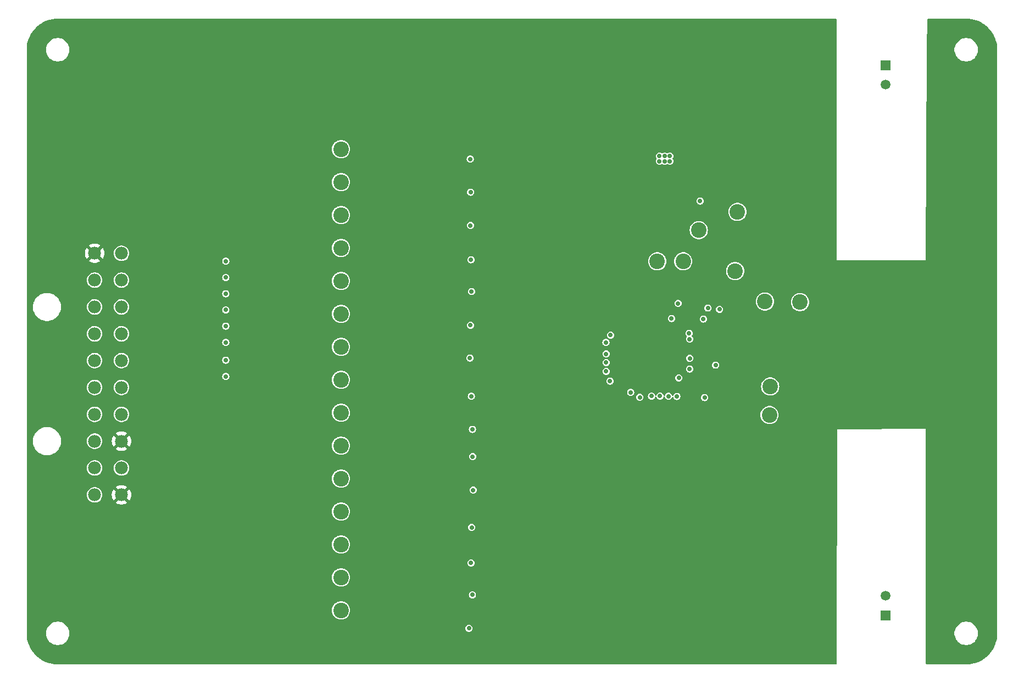
<source format=gbr>
%TF.GenerationSoftware,KiCad,Pcbnew,8.0.7*%
%TF.CreationDate,2025-02-10T22:10:37-06:00*%
%TF.ProjectId,Project63_BMS_DaughterBoard,50726f6a-6563-4743-9633-5f424d535f44,rev?*%
%TF.SameCoordinates,Original*%
%TF.FileFunction,Copper,L3,Inr*%
%TF.FilePolarity,Positive*%
%FSLAX46Y46*%
G04 Gerber Fmt 4.6, Leading zero omitted, Abs format (unit mm)*
G04 Created by KiCad (PCBNEW 8.0.7) date 2025-02-10 22:10:37*
%MOMM*%
%LPD*%
G01*
G04 APERTURE LIST*
%TA.AperFunction,ComponentPad*%
%ADD10C,2.400000*%
%TD*%
%TA.AperFunction,ComponentPad*%
%ADD11R,1.520000X1.520000*%
%TD*%
%TA.AperFunction,ComponentPad*%
%ADD12C,1.520000*%
%TD*%
%TA.AperFunction,ComponentPad*%
%ADD13C,1.981200*%
%TD*%
%TA.AperFunction,ViaPad*%
%ADD14C,0.700000*%
%TD*%
G04 APERTURE END LIST*
D10*
%TO.N,TSREF*%
%TO.C,TP502*%
X162389472Y-72626439D03*
%TD*%
%TO.N,Net-(F316-Pad2)*%
%TO.C,TP306*%
X113640259Y-95970732D03*
%TD*%
%TO.N,Net-(F328-Pad2)*%
%TO.C,TP312*%
X113640259Y-60410732D03*
%TD*%
%TO.N,Net-(F314-Pad2)*%
%TO.C,TP304*%
X113640259Y-85810732D03*
%TD*%
%TO.N,DVDD*%
%TO.C,TP501*%
X174750000Y-65000000D03*
%TD*%
%TO.N,NPNB*%
%TO.C,TP509*%
X168789472Y-67826439D03*
%TD*%
%TO.N,NEG5V*%
%TO.C,TP506*%
X184389472Y-78926439D03*
%TD*%
%TO.N,Net-(F330-Pad2)*%
%TO.C,TP314*%
X113640259Y-70570732D03*
%TD*%
%TO.N,Net-(F313-Pad2)*%
%TO.C,TP303*%
X113640259Y-80730732D03*
%TD*%
D11*
%TO.N,ISO_COMMH_P*%
%TO.C,J702*%
X197592328Y-42403162D03*
D12*
%TO.N,ISO_COMMH_N*%
X197592328Y-45403161D03*
%TD*%
D10*
%TO.N,Net-(F319-Pad2)*%
%TO.C,TP308*%
X113640259Y-106130732D03*
%TD*%
%TO.N,AVDD*%
%TO.C,TP505*%
X179689472Y-96326439D03*
%TD*%
%TO.N,Net-(BAT_POSITIVE301-PadTP)*%
%TO.C,BAT_POSITIVE301*%
X113640259Y-55330732D03*
%TD*%
D13*
%TO.N,AVSS*%
%TO.C,J401*%
X79812428Y-108644354D03*
%TO.N,BAT*%
X79812428Y-104504355D03*
%TO.N,AVSS*%
X79812428Y-100364356D03*
%TO.N,Cell 0S*%
X79812428Y-96224357D03*
%TO.N,Cell 1*%
X79812428Y-92084357D03*
%TO.N,Cell 2*%
X79812428Y-87944358D03*
%TO.N,Cell 3*%
X79812428Y-83804359D03*
%TO.N,Cell 4*%
X79812428Y-79664359D03*
%TO.N,Cell 5*%
X79812428Y-75524360D03*
%TO.N,Cell 6*%
X79812428Y-71384361D03*
%TO.N,Cell 7*%
X75672430Y-108644354D03*
%TO.N,Cell 8*%
X75672430Y-104504355D03*
%TO.N,Cell 9*%
X75672430Y-100364356D03*
%TO.N,Cell 10*%
X75672430Y-96224357D03*
%TO.N,Cell 11*%
X75672430Y-92084357D03*
%TO.N,Cell 12*%
X75672430Y-87944358D03*
%TO.N,Cell 13*%
X75672430Y-83804359D03*
%TO.N,Cell 14S*%
X75672430Y-79664359D03*
%TO.N,BAT*%
X75672430Y-75524360D03*
%TO.N,AVSS*%
X75672430Y-71384361D03*
%TD*%
D10*
%TO.N,NFAULT*%
%TO.C,TP508*%
X166389472Y-72626439D03*
%TD*%
%TO.N,Net-(F312-Pad2)*%
%TO.C,TP302*%
X113640259Y-75650732D03*
%TD*%
%TO.N,Net-(F329-Pad2)*%
%TO.C,TP313*%
X113640259Y-65490732D03*
%TD*%
%TO.N,Net-(F321-Pad2)*%
%TO.C,TP310*%
X113640259Y-116290732D03*
%TD*%
D11*
%TO.N,ISO_COMML_N*%
%TO.C,J701*%
X197592328Y-127202755D03*
D12*
%TO.N,ISO_COMML_P*%
X197592328Y-124202756D03*
%TD*%
D10*
%TO.N,Net-(F317-Pad2)*%
%TO.C,TP311*%
X113640259Y-121370732D03*
%TD*%
%TO.N,REFHP*%
%TO.C,TP507*%
X179789472Y-91926439D03*
%TD*%
%TO.N,LDOIN*%
%TO.C,TP504*%
X178989472Y-78826439D03*
%TD*%
%TO.N,Net-(F322-Pad2)*%
%TO.C,TP301*%
X113640259Y-126450732D03*
%TD*%
%TO.N,Net-(F320-Pad2)*%
%TO.C,TP309*%
X113640259Y-111210732D03*
%TD*%
%TO.N,Net-(F315-Pad2)*%
%TO.C,TP305*%
X113640259Y-90890732D03*
%TD*%
%TO.N,Net-(F318-Pad2)*%
%TO.C,TP307*%
X113640259Y-101050732D03*
%TD*%
%TO.N,CVDD*%
%TO.C,TP503*%
X174389472Y-74126439D03*
%TD*%
D14*
%TO.N,Cell 7*%
X95889472Y-90376439D03*
%TO.N,Cell 9*%
X95889472Y-85126439D03*
%TO.N,Cell 8*%
X95889472Y-87876439D03*
%TO.N,Cell 10*%
X95889472Y-82626439D03*
%TO.N,Cell 11*%
X95889472Y-80126439D03*
%TO.N,Cell 13*%
X95889472Y-75126439D03*
%TO.N,Cell 12*%
X95889472Y-77626439D03*
%TO.N,CB9*%
X133586431Y-82486431D03*
X155100000Y-91100000D03*
%TO.N,CB7*%
X159705428Y-93593072D03*
X133736927Y-93436927D03*
%TO.N,AVSS*%
X178689472Y-82926439D03*
X204889472Y-110626439D03*
X90189472Y-42126439D03*
X188889472Y-89626439D03*
X186089472Y-82926439D03*
X83089472Y-131426439D03*
X175889472Y-85326439D03*
X175289472Y-52626439D03*
X200089472Y-88826439D03*
X174300000Y-87401439D03*
X133389472Y-133500000D03*
X192189472Y-85326439D03*
X90189472Y-62726439D03*
X188889472Y-49626439D03*
X82189472Y-62726439D03*
X204889472Y-36626439D03*
X188889472Y-121626439D03*
X188889472Y-64626439D03*
X188889472Y-113626439D03*
X188889472Y-117626439D03*
X188889472Y-105626439D03*
X183289472Y-87426439D03*
X186389472Y-87426439D03*
X175389472Y-82926439D03*
X82189472Y-42126439D03*
X183289472Y-85326439D03*
X188889472Y-45626439D03*
X188889472Y-72626439D03*
X79089472Y-131426439D03*
X188889472Y-133626439D03*
X87089472Y-131426439D03*
X175289472Y-45626439D03*
X168889472Y-45626439D03*
X184789472Y-85326439D03*
X170900000Y-82900000D03*
X184589472Y-82926439D03*
X93189472Y-42126439D03*
X204889472Y-84626439D03*
X197500000Y-73600000D03*
X175289472Y-41626439D03*
X204889472Y-89626439D03*
X177789472Y-117726439D03*
X173889472Y-82926439D03*
X164100000Y-87600000D03*
X177289472Y-87426439D03*
X188889472Y-52626439D03*
X177789472Y-125726439D03*
X168889472Y-37626439D03*
X79089472Y-118226439D03*
X204889472Y-77626439D03*
X120589472Y-47626439D03*
X193589472Y-85326439D03*
X171489472Y-87426439D03*
X196589472Y-85326439D03*
X187889472Y-87426439D03*
X186289472Y-85326439D03*
X83089472Y-118226439D03*
X177389472Y-85326439D03*
X116589472Y-47626439D03*
X173900000Y-78300000D03*
X124589472Y-47626439D03*
X137389472Y-133500000D03*
X174489472Y-85326439D03*
X78189472Y-62726439D03*
X177789472Y-132726439D03*
X75089472Y-131426439D03*
X180289472Y-87426439D03*
X172389472Y-82926439D03*
X187589472Y-82926439D03*
X131589472Y-47626439D03*
X175289472Y-37626439D03*
X168889472Y-41626439D03*
X204889472Y-130626439D03*
X172989472Y-87426439D03*
X177789472Y-129726439D03*
X163100000Y-78000000D03*
X188889472Y-129626439D03*
X204889472Y-73626439D03*
X168889472Y-49626439D03*
X180189472Y-82926439D03*
X189189472Y-85326439D03*
X188889472Y-37626439D03*
X177189472Y-82926439D03*
X174000000Y-92400000D03*
X128589472Y-47626439D03*
X171489472Y-85326439D03*
X86189472Y-42126439D03*
X78189472Y-42126439D03*
X181789472Y-87426439D03*
X190689472Y-85326439D03*
X204889472Y-93626439D03*
X178789472Y-87426439D03*
X177789472Y-121726439D03*
X140389472Y-133500000D03*
X194889472Y-82026439D03*
X188889472Y-68626439D03*
X188889472Y-109626439D03*
X188889472Y-60626439D03*
X194989472Y-88826439D03*
X167600000Y-77700000D03*
X199989472Y-82026439D03*
X181789472Y-85326439D03*
X195089472Y-85326439D03*
X178889472Y-85326439D03*
X175289472Y-49626439D03*
X155500000Y-78300000D03*
X129389472Y-133500000D03*
X93189472Y-62726439D03*
X188889472Y-41626439D03*
X188889472Y-56626439D03*
X180289472Y-85326439D03*
X90089472Y-118226439D03*
X90089472Y-131426439D03*
X188889472Y-76626439D03*
X87089472Y-118226439D03*
X188889472Y-80626439D03*
X169663204Y-88076201D03*
X168889472Y-52626439D03*
X188889472Y-97626439D03*
X75089472Y-118226439D03*
X187789472Y-85326439D03*
X188889472Y-101626439D03*
X197400000Y-97500000D03*
X172989472Y-85326439D03*
X86189472Y-62726439D03*
X204889472Y-56626439D03*
X188889472Y-125626439D03*
X175300000Y-88900000D03*
X188889472Y-93626439D03*
X171401157Y-89698843D03*
X184789472Y-87426439D03*
X125389472Y-133500000D03*
%TO.N,CB14*%
X155196556Y-84003444D03*
X133570862Y-56869982D03*
%TO.N,CB12*%
X133601985Y-67101985D03*
X154500000Y-86900000D03*
%TO.N,CB6*%
X133902952Y-98539919D03*
X161500000Y-93400000D03*
%TO.N,CB2*%
X165700000Y-90600000D03*
X133683120Y-119157850D03*
%TO.N,CB0*%
X133375286Y-129225776D03*
X167389472Y-89226439D03*
%TO.N,CB11*%
X133677786Y-72377786D03*
X154500000Y-88228788D03*
%TO.N,CB1*%
X169700000Y-93637019D03*
X133900000Y-124054617D03*
%TO.N,CB13*%
X154477317Y-85122683D03*
X133634143Y-61968732D03*
%TO.N,CB10*%
X154509620Y-89590380D03*
X133776907Y-77276907D03*
%TO.N,CB4*%
X134026387Y-107899336D03*
X164115594Y-93434833D03*
%TO.N,CB8*%
X158300000Y-92831101D03*
X133519780Y-87545393D03*
%TO.N,CB5*%
X162809140Y-93400000D03*
X133925678Y-102737105D03*
%TO.N,CB3*%
X133779990Y-113658137D03*
X165415595Y-93467901D03*
%TO.N,CVDD*%
X164589472Y-81439274D03*
X167289472Y-83726439D03*
X170189472Y-79826439D03*
%TO.N,NPNB*%
X169489472Y-81526439D03*
X168989472Y-63326439D03*
%TO.N,TSREF*%
X165589472Y-79126439D03*
%TO.N,NEG5V*%
X167389472Y-84626439D03*
%TO.N,AVDD*%
X171389472Y-88626439D03*
%TO.N,LDOIN*%
X171989472Y-80026439D03*
X162727000Y-56400000D03*
X164327000Y-57200000D03*
X163527000Y-56400000D03*
X164327000Y-56400000D03*
X162727000Y-57200000D03*
X163527000Y-57200000D03*
%TO.N,REFHP*%
X167400000Y-87595239D03*
%TO.N,Cell 14S*%
X95900000Y-72600000D03*
%TD*%
%TA.AperFunction,Conductor*%
%TO.N,AVSS*%
G36*
X189943039Y-35220185D02*
G01*
X189988794Y-35272989D01*
X190000000Y-35324500D01*
X190000000Y-72426439D01*
X203789472Y-72426439D01*
X203961664Y-39881995D01*
X208199500Y-39881995D01*
X208199500Y-40118004D01*
X208199501Y-40118020D01*
X208230306Y-40352010D01*
X208291394Y-40579993D01*
X208381714Y-40798045D01*
X208381719Y-40798056D01*
X208452677Y-40920957D01*
X208499727Y-41002450D01*
X208499729Y-41002453D01*
X208499730Y-41002454D01*
X208643406Y-41189697D01*
X208643412Y-41189704D01*
X208810295Y-41356587D01*
X208810301Y-41356592D01*
X208997550Y-41500273D01*
X209109541Y-41564931D01*
X209201943Y-41618280D01*
X209201948Y-41618282D01*
X209201951Y-41618284D01*
X209420007Y-41708606D01*
X209647986Y-41769693D01*
X209881989Y-41800500D01*
X209881996Y-41800500D01*
X210118004Y-41800500D01*
X210118011Y-41800500D01*
X210352014Y-41769693D01*
X210579993Y-41708606D01*
X210798049Y-41618284D01*
X211002450Y-41500273D01*
X211189699Y-41356592D01*
X211356592Y-41189699D01*
X211500273Y-41002450D01*
X211618284Y-40798049D01*
X211708606Y-40579993D01*
X211769693Y-40352014D01*
X211800500Y-40118011D01*
X211800500Y-39881989D01*
X211769693Y-39647986D01*
X211708606Y-39420007D01*
X211618284Y-39201951D01*
X211618282Y-39201948D01*
X211618280Y-39201943D01*
X211576118Y-39128918D01*
X211500273Y-38997550D01*
X211356592Y-38810301D01*
X211356587Y-38810295D01*
X211189704Y-38643412D01*
X211189697Y-38643406D01*
X211002454Y-38499730D01*
X211002453Y-38499729D01*
X211002450Y-38499727D01*
X210920957Y-38452677D01*
X210798056Y-38381719D01*
X210798045Y-38381714D01*
X210579993Y-38291394D01*
X210352010Y-38230306D01*
X210118020Y-38199501D01*
X210118017Y-38199500D01*
X210118011Y-38199500D01*
X209881989Y-38199500D01*
X209881983Y-38199500D01*
X209881979Y-38199501D01*
X209647989Y-38230306D01*
X209420006Y-38291394D01*
X209201954Y-38381714D01*
X209201943Y-38381719D01*
X208997545Y-38499730D01*
X208810302Y-38643406D01*
X208810295Y-38643412D01*
X208643412Y-38810295D01*
X208643406Y-38810302D01*
X208499730Y-38997545D01*
X208381719Y-39201943D01*
X208381714Y-39201954D01*
X208291394Y-39420006D01*
X208230306Y-39647989D01*
X208199501Y-39881979D01*
X208199500Y-39881995D01*
X203961664Y-39881995D01*
X203985781Y-35323842D01*
X204005820Y-35256910D01*
X204058865Y-35211435D01*
X204109779Y-35200500D01*
X209960118Y-35200500D01*
X209997294Y-35200500D01*
X210002702Y-35200617D01*
X210412917Y-35218528D01*
X210423654Y-35219468D01*
X210828057Y-35272708D01*
X210838695Y-35274583D01*
X211236925Y-35362869D01*
X211247365Y-35365667D01*
X211636363Y-35488317D01*
X211646524Y-35492015D01*
X212023363Y-35648108D01*
X212033155Y-35652674D01*
X212394965Y-35841020D01*
X212404305Y-35846413D01*
X212689636Y-36028189D01*
X212748309Y-36065568D01*
X212757170Y-36071772D01*
X213080766Y-36320076D01*
X213089053Y-36327030D01*
X213389767Y-36602583D01*
X213397416Y-36610232D01*
X213672969Y-36910946D01*
X213679923Y-36919233D01*
X213928227Y-37242829D01*
X213934431Y-37251690D01*
X214115163Y-37535382D01*
X214153578Y-37595680D01*
X214158987Y-37605048D01*
X214347322Y-37966838D01*
X214351894Y-37976642D01*
X214507983Y-38353473D01*
X214511683Y-38363639D01*
X214634331Y-38752630D01*
X214637131Y-38763078D01*
X214725414Y-39161296D01*
X214727292Y-39171950D01*
X214780529Y-39576326D01*
X214781472Y-39587102D01*
X214799382Y-39997297D01*
X214799500Y-40002706D01*
X214799500Y-129997293D01*
X214799382Y-130002702D01*
X214781472Y-130412897D01*
X214780529Y-130423673D01*
X214727292Y-130828049D01*
X214725414Y-130838703D01*
X214637131Y-131236921D01*
X214634331Y-131247369D01*
X214511683Y-131636360D01*
X214507983Y-131646526D01*
X214351894Y-132023357D01*
X214347322Y-132033161D01*
X214158987Y-132394951D01*
X214153578Y-132404319D01*
X213934431Y-132748309D01*
X213928227Y-132757170D01*
X213679923Y-133080766D01*
X213672969Y-133089053D01*
X213397416Y-133389767D01*
X213389767Y-133397416D01*
X213089053Y-133672969D01*
X213080766Y-133679923D01*
X212757170Y-133928227D01*
X212748309Y-133934431D01*
X212404319Y-134153578D01*
X212394951Y-134158987D01*
X212033161Y-134347322D01*
X212023357Y-134351894D01*
X211646526Y-134507983D01*
X211636360Y-134511683D01*
X211247369Y-134634331D01*
X211236921Y-134637131D01*
X210838703Y-134725414D01*
X210828049Y-134727292D01*
X210423673Y-134780529D01*
X210412897Y-134781472D01*
X210002703Y-134799382D01*
X209997294Y-134799500D01*
X203913472Y-134799500D01*
X203846433Y-134779815D01*
X203800678Y-134727011D01*
X203789472Y-134675500D01*
X203789472Y-129881995D01*
X208199500Y-129881995D01*
X208199500Y-130118004D01*
X208199501Y-130118020D01*
X208230306Y-130352010D01*
X208291394Y-130579993D01*
X208381714Y-130798045D01*
X208381719Y-130798056D01*
X208452677Y-130920957D01*
X208499727Y-131002450D01*
X208499729Y-131002453D01*
X208499730Y-131002454D01*
X208643406Y-131189697D01*
X208643412Y-131189704D01*
X208810295Y-131356587D01*
X208810301Y-131356592D01*
X208997550Y-131500273D01*
X209128918Y-131576118D01*
X209201943Y-131618280D01*
X209201948Y-131618282D01*
X209201951Y-131618284D01*
X209420007Y-131708606D01*
X209647986Y-131769693D01*
X209881989Y-131800500D01*
X209881996Y-131800500D01*
X210118004Y-131800500D01*
X210118011Y-131800500D01*
X210352014Y-131769693D01*
X210579993Y-131708606D01*
X210798049Y-131618284D01*
X211002450Y-131500273D01*
X211189699Y-131356592D01*
X211356592Y-131189699D01*
X211500273Y-131002450D01*
X211618284Y-130798049D01*
X211708606Y-130579993D01*
X211769693Y-130352014D01*
X211800500Y-130118011D01*
X211800500Y-129881989D01*
X211769693Y-129647986D01*
X211708606Y-129420007D01*
X211618284Y-129201951D01*
X211618282Y-129201948D01*
X211618280Y-129201943D01*
X211549069Y-129082067D01*
X211500273Y-128997550D01*
X211441001Y-128920306D01*
X211356593Y-128810302D01*
X211356587Y-128810295D01*
X211189704Y-128643412D01*
X211189697Y-128643406D01*
X211002454Y-128499730D01*
X211002453Y-128499729D01*
X211002450Y-128499727D01*
X210920957Y-128452677D01*
X210798056Y-128381719D01*
X210798045Y-128381714D01*
X210579993Y-128291394D01*
X210352010Y-128230306D01*
X210118020Y-128199501D01*
X210118017Y-128199500D01*
X210118011Y-128199500D01*
X209881989Y-128199500D01*
X209881983Y-128199500D01*
X209881979Y-128199501D01*
X209647989Y-128230306D01*
X209420006Y-128291394D01*
X209201954Y-128381714D01*
X209201943Y-128381719D01*
X208997545Y-128499730D01*
X208810302Y-128643406D01*
X208810295Y-128643412D01*
X208643412Y-128810295D01*
X208643406Y-128810302D01*
X208499730Y-128997545D01*
X208381719Y-129201943D01*
X208381714Y-129201954D01*
X208291394Y-129420006D01*
X208230306Y-129647989D01*
X208199501Y-129881979D01*
X208199500Y-129881995D01*
X203789472Y-129881995D01*
X203789472Y-98426439D01*
X190139472Y-98526439D01*
X190139472Y-98526440D01*
X190013343Y-134675933D01*
X189993425Y-134742903D01*
X189940462Y-134788473D01*
X189889344Y-134799500D01*
X70002706Y-134799500D01*
X69997297Y-134799382D01*
X69587102Y-134781472D01*
X69576326Y-134780529D01*
X69171950Y-134727292D01*
X69161296Y-134725414D01*
X68763078Y-134637131D01*
X68752630Y-134634331D01*
X68363639Y-134511683D01*
X68353473Y-134507983D01*
X67976642Y-134351894D01*
X67966838Y-134347322D01*
X67847126Y-134285004D01*
X67605042Y-134158983D01*
X67595686Y-134153582D01*
X67423685Y-134044004D01*
X67251690Y-133934431D01*
X67242829Y-133928227D01*
X66919233Y-133679923D01*
X66910946Y-133672969D01*
X66610232Y-133397416D01*
X66602583Y-133389767D01*
X66327030Y-133089053D01*
X66320076Y-133080766D01*
X66071772Y-132757170D01*
X66065568Y-132748309D01*
X66012070Y-132664334D01*
X65846413Y-132404305D01*
X65841020Y-132394965D01*
X65652674Y-132033155D01*
X65648105Y-132023357D01*
X65555794Y-131800500D01*
X65492015Y-131646524D01*
X65488316Y-131636360D01*
X65487638Y-131634211D01*
X65365667Y-131247365D01*
X65362868Y-131236921D01*
X65274583Y-130838695D01*
X65272707Y-130828049D01*
X65219468Y-130423654D01*
X65218528Y-130412917D01*
X65200618Y-130002702D01*
X65200500Y-129997293D01*
X65200500Y-129881995D01*
X68199500Y-129881995D01*
X68199500Y-130118004D01*
X68199501Y-130118020D01*
X68230306Y-130352010D01*
X68291394Y-130579993D01*
X68381714Y-130798045D01*
X68381719Y-130798056D01*
X68452677Y-130920957D01*
X68499727Y-131002450D01*
X68499729Y-131002453D01*
X68499730Y-131002454D01*
X68643406Y-131189697D01*
X68643412Y-131189704D01*
X68810295Y-131356587D01*
X68810301Y-131356592D01*
X68997550Y-131500273D01*
X69128918Y-131576118D01*
X69201943Y-131618280D01*
X69201948Y-131618282D01*
X69201951Y-131618284D01*
X69420007Y-131708606D01*
X69647986Y-131769693D01*
X69881989Y-131800500D01*
X69881996Y-131800500D01*
X70118004Y-131800500D01*
X70118011Y-131800500D01*
X70352014Y-131769693D01*
X70579993Y-131708606D01*
X70798049Y-131618284D01*
X71002450Y-131500273D01*
X71189699Y-131356592D01*
X71356592Y-131189699D01*
X71500273Y-131002450D01*
X71618284Y-130798049D01*
X71708606Y-130579993D01*
X71769693Y-130352014D01*
X71800500Y-130118011D01*
X71800500Y-129881989D01*
X71769693Y-129647986D01*
X71708606Y-129420007D01*
X71628152Y-129225775D01*
X132820036Y-129225775D01*
X132820036Y-129225776D01*
X132838956Y-129369484D01*
X132838957Y-129369488D01*
X132894423Y-129503398D01*
X132894424Y-129503400D01*
X132894425Y-129503401D01*
X132982665Y-129618397D01*
X133097661Y-129706637D01*
X133231577Y-129762106D01*
X133358566Y-129778824D01*
X133375285Y-129781026D01*
X133375286Y-129781026D01*
X133375287Y-129781026D01*
X133390263Y-129779054D01*
X133518995Y-129762106D01*
X133652911Y-129706637D01*
X133767907Y-129618397D01*
X133856147Y-129503401D01*
X133911616Y-129369485D01*
X133930536Y-129225776D01*
X133911616Y-129082067D01*
X133856147Y-128948151D01*
X133767907Y-128833155D01*
X133652911Y-128744915D01*
X133652910Y-128744914D01*
X133652908Y-128744913D01*
X133518998Y-128689447D01*
X133518996Y-128689446D01*
X133518995Y-128689446D01*
X133447140Y-128679986D01*
X133375287Y-128670526D01*
X133375285Y-128670526D01*
X133231577Y-128689446D01*
X133231573Y-128689447D01*
X133097663Y-128744913D01*
X132982665Y-128833155D01*
X132894423Y-128948153D01*
X132838957Y-129082063D01*
X132838956Y-129082067D01*
X132820036Y-129225775D01*
X71628152Y-129225775D01*
X71618284Y-129201951D01*
X71618282Y-129201948D01*
X71618280Y-129201943D01*
X71549069Y-129082067D01*
X71500273Y-128997550D01*
X71441001Y-128920306D01*
X71356593Y-128810302D01*
X71356587Y-128810295D01*
X71189704Y-128643412D01*
X71189697Y-128643406D01*
X71002454Y-128499730D01*
X71002453Y-128499729D01*
X71002450Y-128499727D01*
X70920957Y-128452677D01*
X70798056Y-128381719D01*
X70798045Y-128381714D01*
X70579993Y-128291394D01*
X70352010Y-128230306D01*
X70118020Y-128199501D01*
X70118017Y-128199500D01*
X70118011Y-128199500D01*
X69881989Y-128199500D01*
X69881983Y-128199500D01*
X69881979Y-128199501D01*
X69647989Y-128230306D01*
X69420006Y-128291394D01*
X69201954Y-128381714D01*
X69201943Y-128381719D01*
X68997545Y-128499730D01*
X68810302Y-128643406D01*
X68810295Y-128643412D01*
X68643412Y-128810295D01*
X68643406Y-128810302D01*
X68499730Y-128997545D01*
X68381719Y-129201943D01*
X68381714Y-129201954D01*
X68291394Y-129420006D01*
X68230306Y-129647989D01*
X68199501Y-129881979D01*
X68199500Y-129881995D01*
X65200500Y-129881995D01*
X65200500Y-126450725D01*
X112234959Y-126450725D01*
X112234959Y-126450738D01*
X112254123Y-126682029D01*
X112254125Y-126682040D01*
X112311101Y-126907032D01*
X112404334Y-127119580D01*
X112531275Y-127313879D01*
X112531278Y-127313883D01*
X112531280Y-127313885D01*
X112688475Y-127484645D01*
X112688478Y-127484647D01*
X112688481Y-127484650D01*
X112871624Y-127627196D01*
X112871630Y-127627200D01*
X112871633Y-127627202D01*
X113075756Y-127737668D01*
X113189746Y-127776800D01*
X113295274Y-127813029D01*
X113295276Y-127813029D01*
X113295278Y-127813030D01*
X113524210Y-127851232D01*
X113524211Y-127851232D01*
X113756307Y-127851232D01*
X113756308Y-127851232D01*
X113985240Y-127813030D01*
X114204762Y-127737668D01*
X114408885Y-127627202D01*
X114592043Y-127484645D01*
X114749238Y-127313885D01*
X114876183Y-127119581D01*
X114969416Y-126907032D01*
X115026393Y-126682037D01*
X115045559Y-126450732D01*
X115045559Y-126450725D01*
X115026394Y-126219434D01*
X115026392Y-126219423D01*
X114969416Y-125994431D01*
X114876183Y-125781883D01*
X114749242Y-125587584D01*
X114749239Y-125587581D01*
X114749238Y-125587579D01*
X114592043Y-125416819D01*
X114592038Y-125416815D01*
X114592036Y-125416813D01*
X114408893Y-125274267D01*
X114408887Y-125274263D01*
X114204763Y-125163796D01*
X114204754Y-125163793D01*
X113985243Y-125088434D01*
X113813541Y-125059782D01*
X113756308Y-125050232D01*
X113524210Y-125050232D01*
X113478423Y-125057872D01*
X113295274Y-125088434D01*
X113075763Y-125163793D01*
X113075754Y-125163796D01*
X112871630Y-125274263D01*
X112871624Y-125274267D01*
X112688481Y-125416813D01*
X112688478Y-125416816D01*
X112531275Y-125587584D01*
X112404334Y-125781883D01*
X112311101Y-125994431D01*
X112254125Y-126219423D01*
X112254123Y-126219434D01*
X112234959Y-126450725D01*
X65200500Y-126450725D01*
X65200500Y-124054616D01*
X133344750Y-124054616D01*
X133344750Y-124054617D01*
X133363670Y-124198325D01*
X133363671Y-124198329D01*
X133419137Y-124332239D01*
X133419138Y-124332241D01*
X133419139Y-124332242D01*
X133507379Y-124447238D01*
X133622375Y-124535478D01*
X133756291Y-124590947D01*
X133883280Y-124607665D01*
X133899999Y-124609867D01*
X133900000Y-124609867D01*
X133900001Y-124609867D01*
X133914977Y-124607895D01*
X134043709Y-124590947D01*
X134177625Y-124535478D01*
X134292621Y-124447238D01*
X134380861Y-124332242D01*
X134436330Y-124198326D01*
X134455250Y-124054617D01*
X134436330Y-123910908D01*
X134380861Y-123776992D01*
X134292621Y-123661996D01*
X134177625Y-123573756D01*
X134177624Y-123573755D01*
X134177622Y-123573754D01*
X134043712Y-123518288D01*
X134043710Y-123518287D01*
X134043709Y-123518287D01*
X133971854Y-123508827D01*
X133900001Y-123499367D01*
X133899999Y-123499367D01*
X133756291Y-123518287D01*
X133756287Y-123518288D01*
X133622377Y-123573754D01*
X133507379Y-123661996D01*
X133419137Y-123776994D01*
X133363671Y-123910904D01*
X133363670Y-123910908D01*
X133344750Y-124054616D01*
X65200500Y-124054616D01*
X65200500Y-121370725D01*
X112234959Y-121370725D01*
X112234959Y-121370738D01*
X112254123Y-121602029D01*
X112254125Y-121602040D01*
X112311101Y-121827032D01*
X112404334Y-122039580D01*
X112531275Y-122233879D01*
X112531278Y-122233883D01*
X112531280Y-122233885D01*
X112688475Y-122404645D01*
X112688478Y-122404647D01*
X112688481Y-122404650D01*
X112871624Y-122547196D01*
X112871630Y-122547200D01*
X112871633Y-122547202D01*
X113075756Y-122657668D01*
X113189746Y-122696800D01*
X113295274Y-122733029D01*
X113295276Y-122733029D01*
X113295278Y-122733030D01*
X113524210Y-122771232D01*
X113524211Y-122771232D01*
X113756307Y-122771232D01*
X113756308Y-122771232D01*
X113985240Y-122733030D01*
X114204762Y-122657668D01*
X114408885Y-122547202D01*
X114592043Y-122404645D01*
X114749238Y-122233885D01*
X114876183Y-122039581D01*
X114969416Y-121827032D01*
X115026393Y-121602037D01*
X115045559Y-121370732D01*
X115045559Y-121370725D01*
X115026394Y-121139434D01*
X115026392Y-121139423D01*
X114969416Y-120914431D01*
X114876183Y-120701883D01*
X114749242Y-120507584D01*
X114749239Y-120507581D01*
X114749238Y-120507579D01*
X114592043Y-120336819D01*
X114592038Y-120336815D01*
X114592036Y-120336813D01*
X114408893Y-120194267D01*
X114408887Y-120194263D01*
X114204763Y-120083796D01*
X114204754Y-120083793D01*
X113985243Y-120008434D01*
X113813541Y-119979782D01*
X113756308Y-119970232D01*
X113524210Y-119970232D01*
X113478423Y-119977872D01*
X113295274Y-120008434D01*
X113075763Y-120083793D01*
X113075754Y-120083796D01*
X112871630Y-120194263D01*
X112871624Y-120194267D01*
X112688481Y-120336813D01*
X112688478Y-120336816D01*
X112531275Y-120507584D01*
X112404334Y-120701883D01*
X112311101Y-120914431D01*
X112254125Y-121139423D01*
X112254123Y-121139434D01*
X112234959Y-121370725D01*
X65200500Y-121370725D01*
X65200500Y-119157849D01*
X133127870Y-119157849D01*
X133127870Y-119157850D01*
X133146790Y-119301558D01*
X133146791Y-119301562D01*
X133202257Y-119435472D01*
X133202258Y-119435474D01*
X133202259Y-119435475D01*
X133290499Y-119550471D01*
X133405495Y-119638711D01*
X133539411Y-119694180D01*
X133666400Y-119710898D01*
X133683119Y-119713100D01*
X133683120Y-119713100D01*
X133683121Y-119713100D01*
X133698097Y-119711128D01*
X133826829Y-119694180D01*
X133960745Y-119638711D01*
X134075741Y-119550471D01*
X134163981Y-119435475D01*
X134219450Y-119301559D01*
X134238370Y-119157850D01*
X134219450Y-119014141D01*
X134163981Y-118880225D01*
X134075741Y-118765229D01*
X133960745Y-118676989D01*
X133960744Y-118676988D01*
X133960742Y-118676987D01*
X133826832Y-118621521D01*
X133826830Y-118621520D01*
X133826829Y-118621520D01*
X133754974Y-118612060D01*
X133683121Y-118602600D01*
X133683119Y-118602600D01*
X133539411Y-118621520D01*
X133539407Y-118621521D01*
X133405497Y-118676987D01*
X133290499Y-118765229D01*
X133202257Y-118880227D01*
X133146791Y-119014137D01*
X133146790Y-119014141D01*
X133127870Y-119157849D01*
X65200500Y-119157849D01*
X65200500Y-116290725D01*
X112234959Y-116290725D01*
X112234959Y-116290738D01*
X112254123Y-116522029D01*
X112254125Y-116522040D01*
X112311101Y-116747032D01*
X112404334Y-116959580D01*
X112531275Y-117153879D01*
X112531278Y-117153883D01*
X112531280Y-117153885D01*
X112688475Y-117324645D01*
X112688478Y-117324647D01*
X112688481Y-117324650D01*
X112871624Y-117467196D01*
X112871630Y-117467200D01*
X112871633Y-117467202D01*
X113075756Y-117577668D01*
X113189746Y-117616800D01*
X113295274Y-117653029D01*
X113295276Y-117653029D01*
X113295278Y-117653030D01*
X113524210Y-117691232D01*
X113524211Y-117691232D01*
X113756307Y-117691232D01*
X113756308Y-117691232D01*
X113985240Y-117653030D01*
X114204762Y-117577668D01*
X114408885Y-117467202D01*
X114592043Y-117324645D01*
X114749238Y-117153885D01*
X114876183Y-116959581D01*
X114969416Y-116747032D01*
X115026393Y-116522037D01*
X115045559Y-116290732D01*
X115045559Y-116290725D01*
X115026394Y-116059434D01*
X115026392Y-116059423D01*
X114969416Y-115834431D01*
X114876183Y-115621883D01*
X114749242Y-115427584D01*
X114749239Y-115427581D01*
X114749238Y-115427579D01*
X114592043Y-115256819D01*
X114592038Y-115256815D01*
X114592036Y-115256813D01*
X114408893Y-115114267D01*
X114408887Y-115114263D01*
X114204763Y-115003796D01*
X114204754Y-115003793D01*
X113985243Y-114928434D01*
X113813541Y-114899782D01*
X113756308Y-114890232D01*
X113524210Y-114890232D01*
X113478423Y-114897872D01*
X113295274Y-114928434D01*
X113075763Y-115003793D01*
X113075754Y-115003796D01*
X112871630Y-115114263D01*
X112871624Y-115114267D01*
X112688481Y-115256813D01*
X112688478Y-115256816D01*
X112531275Y-115427584D01*
X112404334Y-115621883D01*
X112311101Y-115834431D01*
X112254125Y-116059423D01*
X112254123Y-116059434D01*
X112234959Y-116290725D01*
X65200500Y-116290725D01*
X65200500Y-113658136D01*
X133224740Y-113658136D01*
X133224740Y-113658137D01*
X133243660Y-113801845D01*
X133243661Y-113801849D01*
X133299127Y-113935759D01*
X133299128Y-113935761D01*
X133299129Y-113935762D01*
X133387369Y-114050758D01*
X133502365Y-114138998D01*
X133636281Y-114194467D01*
X133763270Y-114211185D01*
X133779989Y-114213387D01*
X133779990Y-114213387D01*
X133779991Y-114213387D01*
X133794967Y-114211415D01*
X133923699Y-114194467D01*
X134057615Y-114138998D01*
X134172611Y-114050758D01*
X134260851Y-113935762D01*
X134316320Y-113801846D01*
X134335240Y-113658137D01*
X134316320Y-113514428D01*
X134260851Y-113380512D01*
X134172611Y-113265516D01*
X134057615Y-113177276D01*
X134057614Y-113177275D01*
X134057612Y-113177274D01*
X133923702Y-113121808D01*
X133923700Y-113121807D01*
X133923699Y-113121807D01*
X133851844Y-113112347D01*
X133779991Y-113102887D01*
X133779989Y-113102887D01*
X133636281Y-113121807D01*
X133636277Y-113121808D01*
X133502367Y-113177274D01*
X133387369Y-113265516D01*
X133299127Y-113380514D01*
X133243661Y-113514424D01*
X133243660Y-113514428D01*
X133224740Y-113658136D01*
X65200500Y-113658136D01*
X65200500Y-111210725D01*
X112234959Y-111210725D01*
X112234959Y-111210738D01*
X112254123Y-111442029D01*
X112254125Y-111442040D01*
X112311101Y-111667032D01*
X112404334Y-111879580D01*
X112531275Y-112073879D01*
X112531278Y-112073883D01*
X112531280Y-112073885D01*
X112688475Y-112244645D01*
X112688478Y-112244647D01*
X112688481Y-112244650D01*
X112871624Y-112387196D01*
X112871630Y-112387200D01*
X112871633Y-112387202D01*
X113075756Y-112497668D01*
X113189746Y-112536800D01*
X113295274Y-112573029D01*
X113295276Y-112573029D01*
X113295278Y-112573030D01*
X113524210Y-112611232D01*
X113524211Y-112611232D01*
X113756307Y-112611232D01*
X113756308Y-112611232D01*
X113985240Y-112573030D01*
X114204762Y-112497668D01*
X114408885Y-112387202D01*
X114592043Y-112244645D01*
X114749238Y-112073885D01*
X114876183Y-111879581D01*
X114969416Y-111667032D01*
X115026393Y-111442037D01*
X115045559Y-111210732D01*
X115045559Y-111210725D01*
X115026394Y-110979434D01*
X115026392Y-110979423D01*
X114969416Y-110754431D01*
X114876183Y-110541883D01*
X114749242Y-110347584D01*
X114749239Y-110347581D01*
X114749238Y-110347579D01*
X114592043Y-110176819D01*
X114592038Y-110176815D01*
X114592036Y-110176813D01*
X114408893Y-110034267D01*
X114408887Y-110034263D01*
X114204763Y-109923796D01*
X114204754Y-109923793D01*
X113985243Y-109848434D01*
X113813541Y-109819782D01*
X113756308Y-109810232D01*
X113524210Y-109810232D01*
X113478423Y-109817872D01*
X113295274Y-109848434D01*
X113075763Y-109923793D01*
X113075754Y-109923796D01*
X112871630Y-110034263D01*
X112871624Y-110034267D01*
X112688481Y-110176813D01*
X112688478Y-110176816D01*
X112531275Y-110347584D01*
X112404334Y-110541883D01*
X112311101Y-110754431D01*
X112254125Y-110979423D01*
X112254123Y-110979434D01*
X112234959Y-111210725D01*
X65200500Y-111210725D01*
X65200500Y-108644353D01*
X74476227Y-108644353D01*
X74476227Y-108644354D01*
X74496594Y-108864155D01*
X74496595Y-108864158D01*
X74557001Y-109076467D01*
X74557004Y-109076473D01*
X74655398Y-109274074D01*
X74788426Y-109450233D01*
X74951556Y-109598944D01*
X74951558Y-109598946D01*
X75139232Y-109715149D01*
X75139238Y-109715152D01*
X75182844Y-109732044D01*
X75345074Y-109794893D01*
X75562058Y-109835454D01*
X75562060Y-109835454D01*
X75782800Y-109835454D01*
X75782802Y-109835454D01*
X75999786Y-109794893D01*
X76205624Y-109715151D01*
X76393303Y-109598945D01*
X76556435Y-109450231D01*
X76689462Y-109274074D01*
X76787856Y-109076472D01*
X76787856Y-109076469D01*
X76787858Y-109076467D01*
X76848264Y-108864158D01*
X76848265Y-108864155D01*
X76868633Y-108644354D01*
X76868633Y-108644353D01*
X76868633Y-108644348D01*
X78316719Y-108644348D01*
X78316719Y-108644359D01*
X78337118Y-108890536D01*
X78397760Y-109130008D01*
X78496989Y-109356229D01*
X78595783Y-109507445D01*
X79145105Y-108958122D01*
X79159662Y-108993265D01*
X79240273Y-109113909D01*
X79342873Y-109216509D01*
X79463517Y-109297120D01*
X79498658Y-109311676D01*
X78949069Y-109861264D01*
X78994356Y-109896513D01*
X78994358Y-109896514D01*
X79211602Y-110014080D01*
X79211616Y-110014086D01*
X79445250Y-110094294D01*
X79688913Y-110134954D01*
X79935943Y-110134954D01*
X80179605Y-110094294D01*
X80413239Y-110014086D01*
X80413253Y-110014080D01*
X80630499Y-109896513D01*
X80630504Y-109896509D01*
X80675785Y-109861265D01*
X80675786Y-109861264D01*
X80126197Y-109311676D01*
X80161339Y-109297120D01*
X80281983Y-109216509D01*
X80384583Y-109113909D01*
X80465194Y-108993265D01*
X80479749Y-108958123D01*
X81029071Y-109507445D01*
X81127864Y-109356234D01*
X81227095Y-109130008D01*
X81287737Y-108890536D01*
X81308137Y-108644359D01*
X81308137Y-108644348D01*
X81287737Y-108398171D01*
X81227095Y-108158699D01*
X81127864Y-107932473D01*
X81106214Y-107899336D01*
X133471137Y-107899336D01*
X133486316Y-108014633D01*
X133490057Y-108043044D01*
X133490058Y-108043048D01*
X133545524Y-108176958D01*
X133545525Y-108176960D01*
X133545526Y-108176961D01*
X133633766Y-108291957D01*
X133748762Y-108380197D01*
X133882678Y-108435666D01*
X134009667Y-108452384D01*
X134026386Y-108454586D01*
X134026387Y-108454586D01*
X134026388Y-108454586D01*
X134041364Y-108452614D01*
X134170096Y-108435666D01*
X134304012Y-108380197D01*
X134419008Y-108291957D01*
X134507248Y-108176961D01*
X134562717Y-108043045D01*
X134581637Y-107899336D01*
X134562717Y-107755627D01*
X134507248Y-107621711D01*
X134419008Y-107506715D01*
X134304012Y-107418475D01*
X134304011Y-107418474D01*
X134304009Y-107418473D01*
X134170099Y-107363007D01*
X134170097Y-107363006D01*
X134170096Y-107363006D01*
X134098241Y-107353546D01*
X134026388Y-107344086D01*
X134026386Y-107344086D01*
X133882678Y-107363006D01*
X133882674Y-107363007D01*
X133748764Y-107418473D01*
X133633766Y-107506715D01*
X133545524Y-107621713D01*
X133490058Y-107755623D01*
X133490057Y-107755627D01*
X133471137Y-107899336D01*
X81106214Y-107899336D01*
X81029071Y-107781261D01*
X80479749Y-108330583D01*
X80465194Y-108295443D01*
X80384583Y-108174799D01*
X80281983Y-108072199D01*
X80161339Y-107991588D01*
X80126195Y-107977031D01*
X80675785Y-107427442D01*
X80675785Y-107427440D01*
X80630511Y-107392202D01*
X80630500Y-107392195D01*
X80413253Y-107274627D01*
X80413239Y-107274621D01*
X80179605Y-107194413D01*
X79935943Y-107153754D01*
X79688913Y-107153754D01*
X79445250Y-107194413D01*
X79211616Y-107274621D01*
X79211602Y-107274627D01*
X78994357Y-107392194D01*
X78949068Y-107427442D01*
X79498658Y-107977031D01*
X79463517Y-107991588D01*
X79342873Y-108072199D01*
X79240273Y-108174799D01*
X79159662Y-108295443D01*
X79145105Y-108330584D01*
X78595783Y-107781261D01*
X78496990Y-107932475D01*
X78397760Y-108158699D01*
X78337118Y-108398171D01*
X78316719Y-108644348D01*
X76868633Y-108644348D01*
X76848265Y-108424552D01*
X76848264Y-108424549D01*
X76787858Y-108212240D01*
X76787855Y-108212234D01*
X76703608Y-108043044D01*
X76689462Y-108014634D01*
X76556435Y-107838477D01*
X76556433Y-107838474D01*
X76393303Y-107689763D01*
X76393301Y-107689761D01*
X76205627Y-107573558D01*
X76205621Y-107573555D01*
X76033085Y-107506715D01*
X75999786Y-107493815D01*
X75782802Y-107453254D01*
X75562058Y-107453254D01*
X75345074Y-107493815D01*
X75345071Y-107493815D01*
X75345071Y-107493816D01*
X75139238Y-107573555D01*
X75139232Y-107573558D01*
X74951558Y-107689761D01*
X74951556Y-107689763D01*
X74788426Y-107838474D01*
X74655398Y-108014633D01*
X74557004Y-108212234D01*
X74557001Y-108212240D01*
X74496595Y-108424549D01*
X74496594Y-108424552D01*
X74476227Y-108644353D01*
X65200500Y-108644353D01*
X65200500Y-106130725D01*
X112234959Y-106130725D01*
X112234959Y-106130738D01*
X112254123Y-106362029D01*
X112254125Y-106362040D01*
X112311101Y-106587032D01*
X112404334Y-106799580D01*
X112531275Y-106993879D01*
X112531278Y-106993883D01*
X112531280Y-106993885D01*
X112688475Y-107164645D01*
X112688478Y-107164647D01*
X112688481Y-107164650D01*
X112871624Y-107307196D01*
X112871630Y-107307200D01*
X112871633Y-107307202D01*
X113075756Y-107417668D01*
X113189746Y-107456800D01*
X113295274Y-107493029D01*
X113295276Y-107493029D01*
X113295278Y-107493030D01*
X113524210Y-107531232D01*
X113524211Y-107531232D01*
X113756307Y-107531232D01*
X113756308Y-107531232D01*
X113985240Y-107493030D01*
X114204762Y-107417668D01*
X114408885Y-107307202D01*
X114592043Y-107164645D01*
X114749238Y-106993885D01*
X114876183Y-106799581D01*
X114969416Y-106587032D01*
X115026393Y-106362037D01*
X115045559Y-106130732D01*
X115045559Y-106130725D01*
X115026394Y-105899434D01*
X115026392Y-105899423D01*
X114969416Y-105674431D01*
X114876183Y-105461883D01*
X114749242Y-105267584D01*
X114749239Y-105267581D01*
X114749238Y-105267579D01*
X114592043Y-105096819D01*
X114592038Y-105096815D01*
X114592036Y-105096813D01*
X114408893Y-104954267D01*
X114408887Y-104954263D01*
X114204763Y-104843796D01*
X114204754Y-104843793D01*
X113985243Y-104768434D01*
X113813541Y-104739782D01*
X113756308Y-104730232D01*
X113524210Y-104730232D01*
X113478423Y-104737872D01*
X113295274Y-104768434D01*
X113075763Y-104843793D01*
X113075754Y-104843796D01*
X112871630Y-104954263D01*
X112871624Y-104954267D01*
X112688481Y-105096813D01*
X112688478Y-105096816D01*
X112531275Y-105267584D01*
X112404334Y-105461883D01*
X112311101Y-105674431D01*
X112254125Y-105899423D01*
X112254123Y-105899434D01*
X112234959Y-106130725D01*
X65200500Y-106130725D01*
X65200500Y-104504354D01*
X74476227Y-104504354D01*
X74476227Y-104504355D01*
X74496594Y-104724156D01*
X74496595Y-104724159D01*
X74557001Y-104936468D01*
X74557004Y-104936474D01*
X74655398Y-105134075D01*
X74788426Y-105310234D01*
X74951556Y-105458945D01*
X74951558Y-105458947D01*
X75139232Y-105575150D01*
X75139238Y-105575153D01*
X75182844Y-105592045D01*
X75345074Y-105654894D01*
X75562058Y-105695455D01*
X75562060Y-105695455D01*
X75782800Y-105695455D01*
X75782802Y-105695455D01*
X75999786Y-105654894D01*
X76205624Y-105575152D01*
X76393303Y-105458946D01*
X76556435Y-105310232D01*
X76689462Y-105134075D01*
X76787856Y-104936473D01*
X76787856Y-104936470D01*
X76787858Y-104936468D01*
X76835667Y-104768434D01*
X76848265Y-104724157D01*
X76868633Y-104504355D01*
X76868633Y-104504354D01*
X78616225Y-104504354D01*
X78616225Y-104504355D01*
X78636592Y-104724156D01*
X78636593Y-104724159D01*
X78696999Y-104936468D01*
X78697002Y-104936474D01*
X78795396Y-105134075D01*
X78928424Y-105310234D01*
X79091554Y-105458945D01*
X79091556Y-105458947D01*
X79279230Y-105575150D01*
X79279236Y-105575153D01*
X79322842Y-105592045D01*
X79485072Y-105654894D01*
X79702056Y-105695455D01*
X79702058Y-105695455D01*
X79922798Y-105695455D01*
X79922800Y-105695455D01*
X80139784Y-105654894D01*
X80345622Y-105575152D01*
X80533301Y-105458946D01*
X80696433Y-105310232D01*
X80829460Y-105134075D01*
X80927854Y-104936473D01*
X80927854Y-104936470D01*
X80927856Y-104936468D01*
X80975665Y-104768434D01*
X80988263Y-104724157D01*
X81008631Y-104504355D01*
X80988263Y-104284553D01*
X80979489Y-104253718D01*
X80927856Y-104072241D01*
X80927853Y-104072235D01*
X80829460Y-103874635D01*
X80696433Y-103698478D01*
X80696431Y-103698475D01*
X80533301Y-103549764D01*
X80533299Y-103549762D01*
X80345625Y-103433559D01*
X80345619Y-103433556D01*
X80183392Y-103370709D01*
X80139784Y-103353816D01*
X79922800Y-103313255D01*
X79702056Y-103313255D01*
X79485072Y-103353816D01*
X79485069Y-103353816D01*
X79485069Y-103353817D01*
X79279236Y-103433556D01*
X79279230Y-103433559D01*
X79091556Y-103549762D01*
X79091554Y-103549764D01*
X78928424Y-103698475D01*
X78795396Y-103874634D01*
X78697002Y-104072235D01*
X78696999Y-104072241D01*
X78636593Y-104284550D01*
X78636592Y-104284553D01*
X78616225Y-104504354D01*
X76868633Y-104504354D01*
X76848265Y-104284553D01*
X76839491Y-104253718D01*
X76787858Y-104072241D01*
X76787855Y-104072235D01*
X76689462Y-103874635D01*
X76556435Y-103698478D01*
X76556433Y-103698475D01*
X76393303Y-103549764D01*
X76393301Y-103549762D01*
X76205627Y-103433559D01*
X76205621Y-103433556D01*
X76043394Y-103370709D01*
X75999786Y-103353816D01*
X75782802Y-103313255D01*
X75562058Y-103313255D01*
X75345074Y-103353816D01*
X75345071Y-103353816D01*
X75345071Y-103353817D01*
X75139238Y-103433556D01*
X75139232Y-103433559D01*
X74951558Y-103549762D01*
X74951556Y-103549764D01*
X74788426Y-103698475D01*
X74655398Y-103874634D01*
X74557004Y-104072235D01*
X74557001Y-104072241D01*
X74496595Y-104284550D01*
X74496594Y-104284553D01*
X74476227Y-104504354D01*
X65200500Y-104504354D01*
X65200500Y-102737104D01*
X133370428Y-102737104D01*
X133370428Y-102737105D01*
X133389348Y-102880813D01*
X133389349Y-102880817D01*
X133444815Y-103014727D01*
X133444816Y-103014729D01*
X133444817Y-103014730D01*
X133533057Y-103129726D01*
X133648053Y-103217966D01*
X133781969Y-103273435D01*
X133908958Y-103290153D01*
X133925677Y-103292355D01*
X133925678Y-103292355D01*
X133925679Y-103292355D01*
X133940655Y-103290383D01*
X134069387Y-103273435D01*
X134203303Y-103217966D01*
X134318299Y-103129726D01*
X134406539Y-103014730D01*
X134462008Y-102880814D01*
X134480928Y-102737105D01*
X134462008Y-102593396D01*
X134406539Y-102459480D01*
X134318299Y-102344484D01*
X134203303Y-102256244D01*
X134203302Y-102256243D01*
X134203300Y-102256242D01*
X134069390Y-102200776D01*
X134069388Y-102200775D01*
X134069387Y-102200775D01*
X133997532Y-102191315D01*
X133925679Y-102181855D01*
X133925677Y-102181855D01*
X133781969Y-102200775D01*
X133781965Y-102200776D01*
X133648055Y-102256242D01*
X133533057Y-102344484D01*
X133444815Y-102459482D01*
X133389349Y-102593392D01*
X133389348Y-102593396D01*
X133370428Y-102737104D01*
X65200500Y-102737104D01*
X65200500Y-100223031D01*
X66176129Y-100223031D01*
X66176129Y-100505680D01*
X66176130Y-100505696D01*
X66213022Y-100785921D01*
X66213023Y-100785926D01*
X66213024Y-100785932D01*
X66268796Y-100994076D01*
X66286182Y-101058962D01*
X66286185Y-101058972D01*
X66394350Y-101320106D01*
X66394355Y-101320117D01*
X66535679Y-101564895D01*
X66535690Y-101564911D01*
X66707756Y-101789152D01*
X66707762Y-101789159D01*
X66907625Y-101989022D01*
X66907631Y-101989027D01*
X67131882Y-102161101D01*
X67131889Y-102161105D01*
X67376667Y-102302429D01*
X67376672Y-102302431D01*
X67376675Y-102302433D01*
X67637822Y-102410603D01*
X67910853Y-102483761D01*
X68191098Y-102520656D01*
X68191105Y-102520656D01*
X68473753Y-102520656D01*
X68473760Y-102520656D01*
X68754005Y-102483761D01*
X69027036Y-102410603D01*
X69288183Y-102302433D01*
X69532976Y-102161101D01*
X69757227Y-101989027D01*
X69957100Y-101789154D01*
X70129174Y-101564903D01*
X70270506Y-101320110D01*
X70378676Y-101058963D01*
X70451834Y-100785932D01*
X70488729Y-100505687D01*
X70488729Y-100364355D01*
X74476227Y-100364355D01*
X74476227Y-100364356D01*
X74496594Y-100584157D01*
X74496595Y-100584160D01*
X74557001Y-100796469D01*
X74557004Y-100796475D01*
X74655398Y-100994076D01*
X74788426Y-101170235D01*
X74951556Y-101318946D01*
X74951558Y-101318948D01*
X75139232Y-101435151D01*
X75139238Y-101435154D01*
X75182844Y-101452046D01*
X75345074Y-101514895D01*
X75562058Y-101555456D01*
X75562060Y-101555456D01*
X75782800Y-101555456D01*
X75782802Y-101555456D01*
X75999786Y-101514895D01*
X76205624Y-101435153D01*
X76393303Y-101318947D01*
X76556435Y-101170233D01*
X76689462Y-100994076D01*
X76787856Y-100796474D01*
X76787856Y-100796471D01*
X76787858Y-100796469D01*
X76840759Y-100610538D01*
X76848265Y-100584158D01*
X76868633Y-100364356D01*
X76868632Y-100364350D01*
X78316719Y-100364350D01*
X78316719Y-100364361D01*
X78337118Y-100610538D01*
X78397760Y-100850010D01*
X78496989Y-101076231D01*
X78595783Y-101227447D01*
X79145105Y-100678124D01*
X79159662Y-100713267D01*
X79240273Y-100833911D01*
X79342873Y-100936511D01*
X79463517Y-101017122D01*
X79498658Y-101031678D01*
X78949069Y-101581266D01*
X78994356Y-101616515D01*
X78994358Y-101616516D01*
X79211602Y-101734082D01*
X79211616Y-101734088D01*
X79445250Y-101814296D01*
X79688913Y-101854956D01*
X79935943Y-101854956D01*
X80179605Y-101814296D01*
X80413239Y-101734088D01*
X80413253Y-101734082D01*
X80630499Y-101616515D01*
X80630504Y-101616511D01*
X80675785Y-101581267D01*
X80675786Y-101581266D01*
X80126197Y-101031678D01*
X80161339Y-101017122D01*
X80281983Y-100936511D01*
X80384583Y-100833911D01*
X80465194Y-100713267D01*
X80479749Y-100678125D01*
X81029071Y-101227447D01*
X81127864Y-101076236D01*
X81139054Y-101050725D01*
X112234959Y-101050725D01*
X112234959Y-101050738D01*
X112254123Y-101282029D01*
X112254125Y-101282040D01*
X112311101Y-101507032D01*
X112404334Y-101719580D01*
X112531275Y-101913879D01*
X112531278Y-101913883D01*
X112531280Y-101913885D01*
X112688475Y-102084645D01*
X112688478Y-102084647D01*
X112688481Y-102084650D01*
X112871624Y-102227196D01*
X112871630Y-102227200D01*
X112871633Y-102227202D01*
X113075756Y-102337668D01*
X113189746Y-102376800D01*
X113295274Y-102413029D01*
X113295276Y-102413029D01*
X113295278Y-102413030D01*
X113524210Y-102451232D01*
X113524211Y-102451232D01*
X113756307Y-102451232D01*
X113756308Y-102451232D01*
X113985240Y-102413030D01*
X114204762Y-102337668D01*
X114408885Y-102227202D01*
X114592043Y-102084645D01*
X114749238Y-101913885D01*
X114876183Y-101719581D01*
X114969416Y-101507032D01*
X115026393Y-101282037D01*
X115026394Y-101282029D01*
X115045559Y-101050738D01*
X115045559Y-101050725D01*
X115026394Y-100819434D01*
X115026392Y-100819423D01*
X114969416Y-100594431D01*
X114876183Y-100381883D01*
X114749242Y-100187584D01*
X114749239Y-100187581D01*
X114749238Y-100187579D01*
X114592043Y-100016819D01*
X114592038Y-100016815D01*
X114592036Y-100016813D01*
X114408893Y-99874267D01*
X114408887Y-99874263D01*
X114204763Y-99763796D01*
X114204754Y-99763793D01*
X113985243Y-99688434D01*
X113791251Y-99656063D01*
X113756308Y-99650232D01*
X113524210Y-99650232D01*
X113489267Y-99656063D01*
X113295274Y-99688434D01*
X113075763Y-99763793D01*
X113075754Y-99763796D01*
X112871630Y-99874263D01*
X112871624Y-99874267D01*
X112688481Y-100016813D01*
X112688478Y-100016816D01*
X112531275Y-100187584D01*
X112404334Y-100381883D01*
X112311101Y-100594431D01*
X112254125Y-100819423D01*
X112254123Y-100819434D01*
X112234959Y-101050725D01*
X81139054Y-101050725D01*
X81227095Y-100850010D01*
X81287737Y-100610538D01*
X81308137Y-100364361D01*
X81308137Y-100364350D01*
X81287737Y-100118173D01*
X81227095Y-99878701D01*
X81127864Y-99652475D01*
X81029071Y-99501263D01*
X80479749Y-100050585D01*
X80465194Y-100015445D01*
X80384583Y-99894801D01*
X80281983Y-99792201D01*
X80161339Y-99711590D01*
X80126195Y-99697033D01*
X80675785Y-99147444D01*
X80675785Y-99147442D01*
X80630511Y-99112204D01*
X80630500Y-99112197D01*
X80413253Y-98994629D01*
X80413239Y-98994623D01*
X80179605Y-98914415D01*
X79935943Y-98873756D01*
X79688913Y-98873756D01*
X79445250Y-98914415D01*
X79211616Y-98994623D01*
X79211602Y-98994629D01*
X78994357Y-99112196D01*
X78949068Y-99147444D01*
X79498658Y-99697033D01*
X79463517Y-99711590D01*
X79342873Y-99792201D01*
X79240273Y-99894801D01*
X79159662Y-100015445D01*
X79145105Y-100050586D01*
X78595783Y-99501263D01*
X78496990Y-99652477D01*
X78397760Y-99878701D01*
X78337118Y-100118173D01*
X78316719Y-100364350D01*
X76868632Y-100364350D01*
X76848265Y-100144554D01*
X76848264Y-100144551D01*
X76787858Y-99932242D01*
X76787855Y-99932236D01*
X76703980Y-99763793D01*
X76689462Y-99734636D01*
X76556435Y-99558479D01*
X76556433Y-99558476D01*
X76393303Y-99409765D01*
X76393301Y-99409763D01*
X76205627Y-99293560D01*
X76205621Y-99293557D01*
X76043394Y-99230710D01*
X75999786Y-99213817D01*
X75782802Y-99173256D01*
X75562058Y-99173256D01*
X75345074Y-99213817D01*
X75345071Y-99213817D01*
X75345071Y-99213818D01*
X75139238Y-99293557D01*
X75139232Y-99293560D01*
X74951558Y-99409763D01*
X74951556Y-99409765D01*
X74788426Y-99558476D01*
X74655398Y-99734635D01*
X74557004Y-99932236D01*
X74557001Y-99932242D01*
X74496595Y-100144551D01*
X74496594Y-100144554D01*
X74476227Y-100364355D01*
X70488729Y-100364355D01*
X70488729Y-100223025D01*
X70451834Y-99942780D01*
X70378676Y-99669749D01*
X70270506Y-99408602D01*
X70270504Y-99408599D01*
X70270502Y-99408594D01*
X70129178Y-99163816D01*
X70129174Y-99163809D01*
X69957100Y-98939558D01*
X69957095Y-98939552D01*
X69757232Y-98739689D01*
X69757225Y-98739683D01*
X69532984Y-98567617D01*
X69532982Y-98567615D01*
X69532976Y-98567611D01*
X69532971Y-98567608D01*
X69532968Y-98567606D01*
X69485011Y-98539918D01*
X133347702Y-98539918D01*
X133347702Y-98539919D01*
X133366622Y-98683627D01*
X133366623Y-98683631D01*
X133422089Y-98817541D01*
X133422090Y-98817543D01*
X133422091Y-98817544D01*
X133510331Y-98932540D01*
X133625327Y-99020780D01*
X133759243Y-99076249D01*
X133886232Y-99092967D01*
X133902951Y-99095169D01*
X133902952Y-99095169D01*
X133902953Y-99095169D01*
X133917929Y-99093197D01*
X134046661Y-99076249D01*
X134180577Y-99020780D01*
X134295573Y-98932540D01*
X134383813Y-98817544D01*
X134439282Y-98683628D01*
X134458202Y-98539919D01*
X134439282Y-98396210D01*
X134383813Y-98262294D01*
X134295573Y-98147298D01*
X134180577Y-98059058D01*
X134180576Y-98059057D01*
X134180574Y-98059056D01*
X134046664Y-98003590D01*
X134046662Y-98003589D01*
X134046661Y-98003589D01*
X133974806Y-97994129D01*
X133902953Y-97984669D01*
X133902951Y-97984669D01*
X133759243Y-98003589D01*
X133759239Y-98003590D01*
X133625329Y-98059056D01*
X133510331Y-98147298D01*
X133422089Y-98262296D01*
X133366623Y-98396206D01*
X133366622Y-98396210D01*
X133347702Y-98539918D01*
X69485011Y-98539918D01*
X69288190Y-98426282D01*
X69288179Y-98426277D01*
X69027045Y-98318112D01*
X69027038Y-98318110D01*
X69027036Y-98318109D01*
X68754005Y-98244951D01*
X68753999Y-98244950D01*
X68753994Y-98244949D01*
X68473769Y-98208057D01*
X68473766Y-98208056D01*
X68473760Y-98208056D01*
X68191098Y-98208056D01*
X68191092Y-98208056D01*
X68191088Y-98208057D01*
X67910863Y-98244949D01*
X67910856Y-98244950D01*
X67910853Y-98244951D01*
X67637822Y-98318109D01*
X67637812Y-98318112D01*
X67376678Y-98426277D01*
X67376667Y-98426282D01*
X67131889Y-98567606D01*
X67131873Y-98567617D01*
X66907632Y-98739683D01*
X66907625Y-98739689D01*
X66707762Y-98939552D01*
X66707756Y-98939559D01*
X66535690Y-99163800D01*
X66535679Y-99163816D01*
X66394355Y-99408594D01*
X66394350Y-99408605D01*
X66286185Y-99669739D01*
X66286182Y-99669749D01*
X66213025Y-99942777D01*
X66213022Y-99942790D01*
X66176130Y-100223015D01*
X66176129Y-100223031D01*
X65200500Y-100223031D01*
X65200500Y-96224356D01*
X74476227Y-96224356D01*
X74476227Y-96224357D01*
X74496594Y-96444158D01*
X74496595Y-96444161D01*
X74557001Y-96656470D01*
X74557004Y-96656476D01*
X74655398Y-96854077D01*
X74788426Y-97030236D01*
X74951556Y-97178947D01*
X74951558Y-97178949D01*
X75139232Y-97295152D01*
X75139238Y-97295155D01*
X75182844Y-97312047D01*
X75345074Y-97374896D01*
X75562058Y-97415457D01*
X75562060Y-97415457D01*
X75782800Y-97415457D01*
X75782802Y-97415457D01*
X75999786Y-97374896D01*
X76205624Y-97295154D01*
X76393303Y-97178948D01*
X76556435Y-97030234D01*
X76689462Y-96854077D01*
X76787856Y-96656475D01*
X76787856Y-96656472D01*
X76787858Y-96656470D01*
X76848264Y-96444161D01*
X76848265Y-96444158D01*
X76868633Y-96224357D01*
X76868633Y-96224356D01*
X78616225Y-96224356D01*
X78616225Y-96224357D01*
X78636592Y-96444158D01*
X78636593Y-96444161D01*
X78696999Y-96656470D01*
X78697002Y-96656476D01*
X78795396Y-96854077D01*
X78928424Y-97030236D01*
X79091554Y-97178947D01*
X79091556Y-97178949D01*
X79279230Y-97295152D01*
X79279236Y-97295155D01*
X79322842Y-97312047D01*
X79485072Y-97374896D01*
X79702056Y-97415457D01*
X79702058Y-97415457D01*
X79922798Y-97415457D01*
X79922800Y-97415457D01*
X80139784Y-97374896D01*
X80345622Y-97295154D01*
X80533301Y-97178948D01*
X80696433Y-97030234D01*
X80829460Y-96854077D01*
X80927854Y-96656475D01*
X80927854Y-96656472D01*
X80927856Y-96656470D01*
X80988262Y-96444161D01*
X80988263Y-96444158D01*
X81008631Y-96224357D01*
X81008631Y-96224356D01*
X80988263Y-96004555D01*
X80988262Y-96004552D01*
X80978638Y-95970725D01*
X112234959Y-95970725D01*
X112234959Y-95970738D01*
X112254123Y-96202029D01*
X112254125Y-96202040D01*
X112311101Y-96427032D01*
X112404334Y-96639580D01*
X112531275Y-96833879D01*
X112531278Y-96833883D01*
X112531280Y-96833885D01*
X112688475Y-97004645D01*
X112688478Y-97004647D01*
X112688481Y-97004650D01*
X112871624Y-97147196D01*
X112871630Y-97147200D01*
X112871633Y-97147202D01*
X113075756Y-97257668D01*
X113184943Y-97295152D01*
X113295274Y-97333029D01*
X113295276Y-97333029D01*
X113295278Y-97333030D01*
X113524210Y-97371232D01*
X113524211Y-97371232D01*
X113756307Y-97371232D01*
X113756308Y-97371232D01*
X113985240Y-97333030D01*
X114204762Y-97257668D01*
X114408885Y-97147202D01*
X114592043Y-97004645D01*
X114749238Y-96833885D01*
X114876183Y-96639581D01*
X114969416Y-96427032D01*
X114994892Y-96326432D01*
X178284172Y-96326432D01*
X178284172Y-96326445D01*
X178303336Y-96557736D01*
X178303338Y-96557747D01*
X178360314Y-96782739D01*
X178453547Y-96995287D01*
X178580488Y-97189586D01*
X178580491Y-97189590D01*
X178580493Y-97189592D01*
X178737688Y-97360352D01*
X178737691Y-97360354D01*
X178737694Y-97360357D01*
X178920837Y-97502903D01*
X178920843Y-97502907D01*
X178920846Y-97502909D01*
X179124969Y-97613375D01*
X179238959Y-97652507D01*
X179344487Y-97688736D01*
X179344489Y-97688736D01*
X179344491Y-97688737D01*
X179573423Y-97726939D01*
X179573424Y-97726939D01*
X179805520Y-97726939D01*
X179805521Y-97726939D01*
X180034453Y-97688737D01*
X180253975Y-97613375D01*
X180458098Y-97502909D01*
X180641256Y-97360352D01*
X180798451Y-97189592D01*
X180925396Y-96995288D01*
X181018629Y-96782739D01*
X181075606Y-96557744D01*
X181094772Y-96326439D01*
X181094772Y-96326432D01*
X181075607Y-96095141D01*
X181075605Y-96095130D01*
X181018629Y-95870138D01*
X180925396Y-95657590D01*
X180798455Y-95463291D01*
X180798452Y-95463288D01*
X180798451Y-95463286D01*
X180641256Y-95292526D01*
X180641251Y-95292522D01*
X180641249Y-95292520D01*
X180458106Y-95149974D01*
X180458100Y-95149970D01*
X180253976Y-95039503D01*
X180253967Y-95039500D01*
X180034456Y-94964141D01*
X179862754Y-94935489D01*
X179805521Y-94925939D01*
X179573423Y-94925939D01*
X179527636Y-94933579D01*
X179344487Y-94964141D01*
X179124976Y-95039500D01*
X179124967Y-95039503D01*
X178920843Y-95149970D01*
X178920837Y-95149974D01*
X178737694Y-95292520D01*
X178737691Y-95292523D01*
X178737688Y-95292525D01*
X178737688Y-95292526D01*
X178678739Y-95356561D01*
X178580488Y-95463291D01*
X178453547Y-95657590D01*
X178360314Y-95870138D01*
X178303338Y-96095130D01*
X178303336Y-96095141D01*
X178284172Y-96326432D01*
X114994892Y-96326432D01*
X115026393Y-96202037D01*
X115026394Y-96202029D01*
X115045559Y-95970738D01*
X115045559Y-95970725D01*
X115026394Y-95739434D01*
X115026392Y-95739423D01*
X114969416Y-95514431D01*
X114876183Y-95301883D01*
X114749242Y-95107584D01*
X114749239Y-95107581D01*
X114749238Y-95107579D01*
X114592043Y-94936819D01*
X114592038Y-94936815D01*
X114592036Y-94936813D01*
X114408893Y-94794267D01*
X114408887Y-94794263D01*
X114204763Y-94683796D01*
X114204754Y-94683793D01*
X113985243Y-94608434D01*
X113813541Y-94579782D01*
X113756308Y-94570232D01*
X113524210Y-94570232D01*
X113478423Y-94577872D01*
X113295274Y-94608434D01*
X113075763Y-94683793D01*
X113075754Y-94683796D01*
X112871630Y-94794263D01*
X112871624Y-94794267D01*
X112688481Y-94936813D01*
X112688478Y-94936816D01*
X112688475Y-94936818D01*
X112688475Y-94936819D01*
X112629526Y-95000854D01*
X112531275Y-95107584D01*
X112404334Y-95301883D01*
X112311101Y-95514431D01*
X112254125Y-95739423D01*
X112254123Y-95739434D01*
X112234959Y-95970725D01*
X80978638Y-95970725D01*
X80927856Y-95792243D01*
X80927853Y-95792237D01*
X80901555Y-95739423D01*
X80829460Y-95594637D01*
X80696433Y-95418480D01*
X80696431Y-95418477D01*
X80533301Y-95269766D01*
X80533299Y-95269764D01*
X80345625Y-95153561D01*
X80345619Y-95153558D01*
X80183392Y-95090711D01*
X80139784Y-95073818D01*
X79922800Y-95033257D01*
X79702056Y-95033257D01*
X79485072Y-95073818D01*
X79485069Y-95073818D01*
X79485069Y-95073819D01*
X79279236Y-95153558D01*
X79279230Y-95153561D01*
X79091556Y-95269764D01*
X79091554Y-95269766D01*
X78928424Y-95418477D01*
X78795396Y-95594636D01*
X78697002Y-95792237D01*
X78696999Y-95792243D01*
X78636593Y-96004552D01*
X78636592Y-96004555D01*
X78616225Y-96224356D01*
X76868633Y-96224356D01*
X76848265Y-96004555D01*
X76848264Y-96004552D01*
X76787858Y-95792243D01*
X76787855Y-95792237D01*
X76761557Y-95739423D01*
X76689462Y-95594637D01*
X76556435Y-95418480D01*
X76556433Y-95418477D01*
X76393303Y-95269766D01*
X76393301Y-95269764D01*
X76205627Y-95153561D01*
X76205621Y-95153558D01*
X76043394Y-95090711D01*
X75999786Y-95073818D01*
X75782802Y-95033257D01*
X75562058Y-95033257D01*
X75345074Y-95073818D01*
X75345071Y-95073818D01*
X75345071Y-95073819D01*
X75139238Y-95153558D01*
X75139232Y-95153561D01*
X74951558Y-95269764D01*
X74951556Y-95269766D01*
X74788426Y-95418477D01*
X74655398Y-95594636D01*
X74557004Y-95792237D01*
X74557001Y-95792243D01*
X74496595Y-96004552D01*
X74496594Y-96004555D01*
X74476227Y-96224356D01*
X65200500Y-96224356D01*
X65200500Y-93436927D01*
X133181677Y-93436927D01*
X133192519Y-93519282D01*
X133200597Y-93580635D01*
X133200598Y-93580639D01*
X133256064Y-93714549D01*
X133256065Y-93714551D01*
X133256066Y-93714552D01*
X133344306Y-93829548D01*
X133459302Y-93917788D01*
X133593218Y-93973257D01*
X133720207Y-93989975D01*
X133736926Y-93992177D01*
X133736927Y-93992177D01*
X133736928Y-93992177D01*
X133752832Y-93990083D01*
X133880636Y-93973257D01*
X134014552Y-93917788D01*
X134129548Y-93829548D01*
X134217788Y-93714552D01*
X134268106Y-93593072D01*
X159150178Y-93593072D01*
X159166171Y-93714552D01*
X159169098Y-93736780D01*
X159169099Y-93736784D01*
X159224565Y-93870694D01*
X159224566Y-93870696D01*
X159224567Y-93870697D01*
X159312807Y-93985693D01*
X159427803Y-94073933D01*
X159561719Y-94129402D01*
X159688708Y-94146120D01*
X159705427Y-94148322D01*
X159705428Y-94148322D01*
X159705429Y-94148322D01*
X159720405Y-94146350D01*
X159849137Y-94129402D01*
X159983053Y-94073933D01*
X160098049Y-93985693D01*
X160186289Y-93870697D01*
X160241758Y-93736781D01*
X160260678Y-93593072D01*
X160241758Y-93449363D01*
X160221311Y-93400000D01*
X160944750Y-93400000D01*
X160949611Y-93436926D01*
X160963670Y-93543708D01*
X160963671Y-93543712D01*
X161019137Y-93677622D01*
X161019138Y-93677623D01*
X161019139Y-93677625D01*
X161107379Y-93792621D01*
X161222375Y-93880861D01*
X161356291Y-93936330D01*
X161483280Y-93953048D01*
X161499999Y-93955250D01*
X161500000Y-93955250D01*
X161500001Y-93955250D01*
X161514977Y-93953278D01*
X161643709Y-93936330D01*
X161777625Y-93880861D01*
X161892621Y-93792621D01*
X161980861Y-93677625D01*
X162021902Y-93578542D01*
X162039440Y-93536201D01*
X162042173Y-93537333D01*
X162071155Y-93489780D01*
X162134000Y-93459247D01*
X162203376Y-93467538D01*
X162257257Y-93512020D01*
X162268522Y-93536688D01*
X162269700Y-93536201D01*
X162328277Y-93677622D01*
X162328278Y-93677623D01*
X162328279Y-93677625D01*
X162416519Y-93792621D01*
X162531515Y-93880861D01*
X162665431Y-93936330D01*
X162792420Y-93953048D01*
X162809139Y-93955250D01*
X162809140Y-93955250D01*
X162809141Y-93955250D01*
X162824117Y-93953278D01*
X162952849Y-93936330D01*
X163086765Y-93880861D01*
X163201761Y-93792621D01*
X163290001Y-93677625D01*
X163342302Y-93551355D01*
X163386141Y-93496955D01*
X163452435Y-93474889D01*
X163520134Y-93492167D01*
X163567745Y-93543304D01*
X163576221Y-93570943D01*
X163577161Y-93570692D01*
X163579265Y-93578545D01*
X163634731Y-93712455D01*
X163634732Y-93712456D01*
X163634733Y-93712458D01*
X163722973Y-93827454D01*
X163837969Y-93915694D01*
X163837970Y-93915694D01*
X163837971Y-93915695D01*
X163882607Y-93934183D01*
X163971885Y-93971163D01*
X164098874Y-93987881D01*
X164115593Y-93990083D01*
X164115594Y-93990083D01*
X164115595Y-93990083D01*
X164130571Y-93988111D01*
X164259303Y-93971163D01*
X164393219Y-93915694D01*
X164508215Y-93827454D01*
X164596455Y-93712458D01*
X164644797Y-93595748D01*
X164688635Y-93541348D01*
X164754928Y-93519282D01*
X164822628Y-93536560D01*
X164870239Y-93587697D01*
X164879130Y-93611105D01*
X164879266Y-93611613D01*
X164934732Y-93745523D01*
X164934733Y-93745525D01*
X164934734Y-93745526D01*
X165022974Y-93860522D01*
X165137970Y-93948762D01*
X165137971Y-93948762D01*
X165137972Y-93948763D01*
X165182608Y-93967251D01*
X165271886Y-94004231D01*
X165398875Y-94020949D01*
X165415594Y-94023151D01*
X165415595Y-94023151D01*
X165415596Y-94023151D01*
X165430572Y-94021179D01*
X165559304Y-94004231D01*
X165693220Y-93948762D01*
X165808216Y-93860522D01*
X165896456Y-93745526D01*
X165941400Y-93637019D01*
X169144750Y-93637019D01*
X169159035Y-93745526D01*
X169163670Y-93780727D01*
X169163671Y-93780731D01*
X169219137Y-93914641D01*
X169219138Y-93914643D01*
X169219139Y-93914644D01*
X169307379Y-94029640D01*
X169422375Y-94117880D01*
X169422376Y-94117880D01*
X169422377Y-94117881D01*
X169450192Y-94129402D01*
X169556291Y-94173349D01*
X169683280Y-94190067D01*
X169699999Y-94192269D01*
X169700000Y-94192269D01*
X169700001Y-94192269D01*
X169714977Y-94190297D01*
X169843709Y-94173349D01*
X169977625Y-94117880D01*
X170092621Y-94029640D01*
X170180861Y-93914644D01*
X170236330Y-93780728D01*
X170255250Y-93637019D01*
X170236330Y-93493310D01*
X170184189Y-93367429D01*
X170180862Y-93359396D01*
X170180861Y-93359395D01*
X170180861Y-93359394D01*
X170092621Y-93244398D01*
X169977625Y-93156158D01*
X169977624Y-93156157D01*
X169977622Y-93156156D01*
X169843712Y-93100690D01*
X169843710Y-93100689D01*
X169843709Y-93100689D01*
X169771854Y-93091229D01*
X169700001Y-93081769D01*
X169699999Y-93081769D01*
X169556291Y-93100689D01*
X169556287Y-93100690D01*
X169422377Y-93156156D01*
X169307379Y-93244398D01*
X169219137Y-93359396D01*
X169163671Y-93493306D01*
X169163670Y-93493310D01*
X169144750Y-93637019D01*
X165941400Y-93637019D01*
X165951925Y-93611610D01*
X165970845Y-93467901D01*
X165951925Y-93324192D01*
X165896456Y-93190276D01*
X165808216Y-93075280D01*
X165693220Y-92987040D01*
X165693219Y-92987039D01*
X165693217Y-92987038D01*
X165559307Y-92931572D01*
X165559305Y-92931571D01*
X165559304Y-92931571D01*
X165487449Y-92922111D01*
X165415596Y-92912651D01*
X165415594Y-92912651D01*
X165271886Y-92931571D01*
X165271882Y-92931572D01*
X165137972Y-92987038D01*
X165070321Y-93038949D01*
X165022974Y-93075280D01*
X164958502Y-93159302D01*
X164934732Y-93190279D01*
X164886393Y-93306982D01*
X164842552Y-93361386D01*
X164776258Y-93383451D01*
X164708559Y-93366172D01*
X164660948Y-93315035D01*
X164652056Y-93291619D01*
X164651922Y-93291118D01*
X164596456Y-93157210D01*
X164596455Y-93157209D01*
X164596455Y-93157208D01*
X164508215Y-93042212D01*
X164393219Y-92953972D01*
X164393218Y-92953971D01*
X164393216Y-92953970D01*
X164259306Y-92898504D01*
X164259304Y-92898503D01*
X164259303Y-92898503D01*
X164187448Y-92889043D01*
X164115595Y-92879583D01*
X164115593Y-92879583D01*
X163971885Y-92898503D01*
X163971881Y-92898504D01*
X163837971Y-92953970D01*
X163794874Y-92987040D01*
X163722973Y-93042212D01*
X163635541Y-93156156D01*
X163634731Y-93157211D01*
X163582432Y-93283474D01*
X163538591Y-93337878D01*
X163472297Y-93359943D01*
X163404598Y-93342664D01*
X163356987Y-93291527D01*
X163348513Y-93263888D01*
X163347573Y-93264141D01*
X163345470Y-93256297D01*
X163345470Y-93256291D01*
X163303578Y-93155154D01*
X163290002Y-93122377D01*
X163290001Y-93122376D01*
X163290001Y-93122375D01*
X163201761Y-93007379D01*
X163086765Y-92919139D01*
X163086764Y-92919138D01*
X163086762Y-92919137D01*
X162952852Y-92863671D01*
X162952850Y-92863670D01*
X162952849Y-92863670D01*
X162880994Y-92854210D01*
X162809141Y-92844750D01*
X162809139Y-92844750D01*
X162665431Y-92863670D01*
X162665427Y-92863671D01*
X162531517Y-92919137D01*
X162416519Y-93007379D01*
X162328277Y-93122377D01*
X162269700Y-93263799D01*
X162266968Y-93262667D01*
X162237974Y-93310229D01*
X162175125Y-93340754D01*
X162105750Y-93332455D01*
X162051875Y-93287966D01*
X162040615Y-93263312D01*
X162039440Y-93263799D01*
X161980862Y-93122377D01*
X161980861Y-93122376D01*
X161980861Y-93122375D01*
X161892621Y-93007379D01*
X161777625Y-92919139D01*
X161777624Y-92919138D01*
X161777622Y-92919137D01*
X161643712Y-92863671D01*
X161643710Y-92863670D01*
X161643709Y-92863670D01*
X161571854Y-92854210D01*
X161500001Y-92844750D01*
X161499999Y-92844750D01*
X161356291Y-92863670D01*
X161356287Y-92863671D01*
X161222377Y-92919137D01*
X161107379Y-93007379D01*
X161019137Y-93122377D01*
X160963671Y-93256287D01*
X160963670Y-93256291D01*
X160952299Y-93342664D01*
X160944750Y-93400000D01*
X160221311Y-93400000D01*
X160204492Y-93359394D01*
X160186290Y-93315449D01*
X160186289Y-93315448D01*
X160186289Y-93315447D01*
X160098049Y-93200451D01*
X159983053Y-93112211D01*
X159983052Y-93112210D01*
X159983050Y-93112209D01*
X159849140Y-93056743D01*
X159849138Y-93056742D01*
X159849137Y-93056742D01*
X159738773Y-93042212D01*
X159705429Y-93037822D01*
X159705427Y-93037822D01*
X159561719Y-93056742D01*
X159561715Y-93056743D01*
X159427805Y-93112209D01*
X159312807Y-93200451D01*
X159224565Y-93315449D01*
X159169099Y-93449359D01*
X159169098Y-93449363D01*
X159152091Y-93578545D01*
X159150178Y-93593072D01*
X134268106Y-93593072D01*
X134273257Y-93580636D01*
X134292177Y-93436927D01*
X134273257Y-93293218D01*
X134230619Y-93190279D01*
X134217789Y-93159304D01*
X134217788Y-93159303D01*
X134217788Y-93159302D01*
X134129548Y-93044306D01*
X134014552Y-92956066D01*
X134014551Y-92956065D01*
X134014549Y-92956064D01*
X133880639Y-92900598D01*
X133880637Y-92900597D01*
X133880636Y-92900597D01*
X133801923Y-92890234D01*
X133736928Y-92881677D01*
X133736926Y-92881677D01*
X133593218Y-92900597D01*
X133593214Y-92900598D01*
X133459304Y-92956064D01*
X133344306Y-93044306D01*
X133256064Y-93159304D01*
X133200598Y-93293214D01*
X133200597Y-93293218D01*
X133188336Y-93386351D01*
X133181677Y-93436927D01*
X65200500Y-93436927D01*
X65200500Y-92084356D01*
X74476227Y-92084356D01*
X74476227Y-92084357D01*
X74496594Y-92304158D01*
X74496595Y-92304161D01*
X74557001Y-92516470D01*
X74557004Y-92516476D01*
X74655398Y-92714077D01*
X74788426Y-92890236D01*
X74951556Y-93038947D01*
X74951558Y-93038949D01*
X75139232Y-93155152D01*
X75139238Y-93155155D01*
X75149943Y-93159302D01*
X75345074Y-93234896D01*
X75562058Y-93275457D01*
X75562060Y-93275457D01*
X75782800Y-93275457D01*
X75782802Y-93275457D01*
X75999786Y-93234896D01*
X76205624Y-93155154D01*
X76393303Y-93038948D01*
X76556435Y-92890234D01*
X76689462Y-92714077D01*
X76787856Y-92516475D01*
X76787856Y-92516472D01*
X76787858Y-92516470D01*
X76848264Y-92304161D01*
X76848265Y-92304158D01*
X76868633Y-92084357D01*
X76868633Y-92084356D01*
X78616225Y-92084356D01*
X78616225Y-92084357D01*
X78636592Y-92304158D01*
X78636593Y-92304161D01*
X78696999Y-92516470D01*
X78697002Y-92516476D01*
X78795396Y-92714077D01*
X78928424Y-92890236D01*
X79091554Y-93038947D01*
X79091556Y-93038949D01*
X79279230Y-93155152D01*
X79279236Y-93155155D01*
X79289941Y-93159302D01*
X79485072Y-93234896D01*
X79702056Y-93275457D01*
X79702058Y-93275457D01*
X79922798Y-93275457D01*
X79922800Y-93275457D01*
X80139784Y-93234896D01*
X80345622Y-93155154D01*
X80533301Y-93038948D01*
X80696433Y-92890234D01*
X80741088Y-92831101D01*
X157744750Y-92831101D01*
X157755486Y-92912651D01*
X157763670Y-92974809D01*
X157763671Y-92974813D01*
X157819137Y-93108723D01*
X157819138Y-93108725D01*
X157819139Y-93108726D01*
X157907379Y-93223722D01*
X158022375Y-93311962D01*
X158022376Y-93311962D01*
X158022377Y-93311963D01*
X158051901Y-93324192D01*
X158156291Y-93367431D01*
X158277973Y-93383451D01*
X158299999Y-93386351D01*
X158300000Y-93386351D01*
X158300001Y-93386351D01*
X158322027Y-93383451D01*
X158443709Y-93367431D01*
X158577625Y-93311962D01*
X158692621Y-93223722D01*
X158780861Y-93108726D01*
X158836330Y-92974810D01*
X158855250Y-92831101D01*
X158836330Y-92687392D01*
X158780861Y-92553476D01*
X158692621Y-92438480D01*
X158577625Y-92350240D01*
X158577624Y-92350239D01*
X158577622Y-92350238D01*
X158443712Y-92294772D01*
X158443710Y-92294771D01*
X158443709Y-92294771D01*
X158371854Y-92285311D01*
X158300001Y-92275851D01*
X158299999Y-92275851D01*
X158156291Y-92294771D01*
X158156287Y-92294772D01*
X158022377Y-92350238D01*
X157907379Y-92438480D01*
X157819137Y-92553478D01*
X157763671Y-92687388D01*
X157763670Y-92687392D01*
X157744750Y-92831101D01*
X80741088Y-92831101D01*
X80829460Y-92714077D01*
X80927854Y-92516475D01*
X80927854Y-92516472D01*
X80927856Y-92516470D01*
X80988262Y-92304161D01*
X80988263Y-92304158D01*
X81008631Y-92084357D01*
X81008631Y-92084356D01*
X80988263Y-91864555D01*
X80988262Y-91864552D01*
X80927856Y-91652243D01*
X80927853Y-91652237D01*
X80919931Y-91636328D01*
X80829460Y-91454637D01*
X80696433Y-91278480D01*
X80696431Y-91278477D01*
X80533301Y-91129766D01*
X80533299Y-91129764D01*
X80345625Y-91013561D01*
X80345619Y-91013558D01*
X80183392Y-90950711D01*
X80139784Y-90933818D01*
X79922800Y-90893257D01*
X79702056Y-90893257D01*
X79485072Y-90933818D01*
X79485069Y-90933818D01*
X79485069Y-90933819D01*
X79279236Y-91013558D01*
X79279230Y-91013561D01*
X79091556Y-91129764D01*
X79091554Y-91129766D01*
X78928424Y-91278477D01*
X78795396Y-91454636D01*
X78697002Y-91652237D01*
X78696999Y-91652243D01*
X78636593Y-91864552D01*
X78636592Y-91864555D01*
X78616225Y-92084356D01*
X76868633Y-92084356D01*
X76848265Y-91864555D01*
X76848264Y-91864552D01*
X76787858Y-91652243D01*
X76787855Y-91652237D01*
X76779933Y-91636328D01*
X76689462Y-91454637D01*
X76556435Y-91278480D01*
X76556433Y-91278477D01*
X76393303Y-91129766D01*
X76393301Y-91129764D01*
X76205627Y-91013561D01*
X76205621Y-91013558D01*
X76043394Y-90950711D01*
X75999786Y-90933818D01*
X75782802Y-90893257D01*
X75562058Y-90893257D01*
X75345074Y-90933818D01*
X75345071Y-90933818D01*
X75345071Y-90933819D01*
X75139238Y-91013558D01*
X75139232Y-91013561D01*
X74951558Y-91129764D01*
X74951556Y-91129766D01*
X74788426Y-91278477D01*
X74655398Y-91454636D01*
X74557004Y-91652237D01*
X74557001Y-91652243D01*
X74496595Y-91864552D01*
X74496594Y-91864555D01*
X74476227Y-92084356D01*
X65200500Y-92084356D01*
X65200500Y-90376438D01*
X95334222Y-90376438D01*
X95334222Y-90376439D01*
X95353142Y-90520147D01*
X95353143Y-90520151D01*
X95408609Y-90654061D01*
X95408610Y-90654063D01*
X95408611Y-90654064D01*
X95496851Y-90769060D01*
X95611847Y-90857300D01*
X95745763Y-90912769D01*
X95872752Y-90929487D01*
X95889471Y-90931689D01*
X95889472Y-90931689D01*
X95889473Y-90931689D01*
X95904449Y-90929717D01*
X96033181Y-90912769D01*
X96086401Y-90890725D01*
X112234959Y-90890725D01*
X112234959Y-90890738D01*
X112254123Y-91122029D01*
X112254125Y-91122040D01*
X112311101Y-91347032D01*
X112404334Y-91559580D01*
X112531275Y-91753879D01*
X112531278Y-91753883D01*
X112531280Y-91753885D01*
X112688475Y-91924645D01*
X112688478Y-91924647D01*
X112688481Y-91924650D01*
X112871624Y-92067196D01*
X112871630Y-92067200D01*
X112871633Y-92067202D01*
X113075756Y-92177668D01*
X113189746Y-92216800D01*
X113295274Y-92253029D01*
X113295276Y-92253029D01*
X113295278Y-92253030D01*
X113524210Y-92291232D01*
X113524211Y-92291232D01*
X113756307Y-92291232D01*
X113756308Y-92291232D01*
X113985240Y-92253030D01*
X114204762Y-92177668D01*
X114408885Y-92067202D01*
X114589747Y-91926432D01*
X178384172Y-91926432D01*
X178384172Y-91926445D01*
X178403336Y-92157736D01*
X178403338Y-92157747D01*
X178460314Y-92382739D01*
X178553547Y-92595287D01*
X178680488Y-92789586D01*
X178680491Y-92789590D01*
X178680493Y-92789592D01*
X178837688Y-92960352D01*
X178837691Y-92960354D01*
X178837694Y-92960357D01*
X179020837Y-93102903D01*
X179020843Y-93102907D01*
X179020846Y-93102909D01*
X179224969Y-93213375D01*
X179287652Y-93234894D01*
X179444487Y-93288736D01*
X179444489Y-93288736D01*
X179444491Y-93288737D01*
X179673423Y-93326939D01*
X179673424Y-93326939D01*
X179905520Y-93326939D01*
X179905521Y-93326939D01*
X180134453Y-93288737D01*
X180353975Y-93213375D01*
X180558098Y-93102909D01*
X180560951Y-93100689D01*
X180706967Y-92987040D01*
X180741256Y-92960352D01*
X180898451Y-92789592D01*
X181025396Y-92595288D01*
X181118629Y-92382739D01*
X181175606Y-92157744D01*
X181181687Y-92084356D01*
X181194772Y-91926445D01*
X181194772Y-91926432D01*
X181175607Y-91695141D01*
X181175605Y-91695130D01*
X181118629Y-91470138D01*
X181025396Y-91257590D01*
X180898455Y-91063291D01*
X180898452Y-91063288D01*
X180898451Y-91063286D01*
X180741256Y-90892526D01*
X180741251Y-90892522D01*
X180741249Y-90892520D01*
X180558106Y-90749974D01*
X180558100Y-90749970D01*
X180353976Y-90639503D01*
X180353967Y-90639500D01*
X180134456Y-90564141D01*
X179962754Y-90535489D01*
X179905521Y-90525939D01*
X179673423Y-90525939D01*
X179627636Y-90533579D01*
X179444487Y-90564141D01*
X179224976Y-90639500D01*
X179224967Y-90639503D01*
X179020843Y-90749970D01*
X179020837Y-90749974D01*
X178837694Y-90892520D01*
X178837691Y-90892523D01*
X178680488Y-91063291D01*
X178553547Y-91257590D01*
X178460314Y-91470138D01*
X178403338Y-91695130D01*
X178403336Y-91695141D01*
X178384172Y-91926432D01*
X114589747Y-91926432D01*
X114592043Y-91924645D01*
X114749238Y-91753885D01*
X114876183Y-91559581D01*
X114969416Y-91347032D01*
X115026393Y-91122037D01*
X115028219Y-91099999D01*
X154544750Y-91099999D01*
X154544750Y-91100000D01*
X154563670Y-91243708D01*
X154563671Y-91243712D01*
X154619137Y-91377622D01*
X154619138Y-91377624D01*
X154619139Y-91377625D01*
X154707379Y-91492621D01*
X154822375Y-91580861D01*
X154956291Y-91636330D01*
X155077130Y-91652239D01*
X155099999Y-91655250D01*
X155100000Y-91655250D01*
X155100001Y-91655250D01*
X155114977Y-91653278D01*
X155243709Y-91636330D01*
X155377625Y-91580861D01*
X155492621Y-91492621D01*
X155580861Y-91377625D01*
X155636330Y-91243709D01*
X155655250Y-91100000D01*
X155636330Y-90956291D01*
X155580861Y-90822375D01*
X155492621Y-90707379D01*
X155377625Y-90619139D01*
X155377624Y-90619138D01*
X155377622Y-90619137D01*
X155331418Y-90599999D01*
X165144750Y-90599999D01*
X165144750Y-90600000D01*
X165163670Y-90743708D01*
X165163671Y-90743712D01*
X165219137Y-90877622D01*
X165219138Y-90877624D01*
X165219139Y-90877625D01*
X165307379Y-90992621D01*
X165422375Y-91080861D01*
X165556291Y-91136330D01*
X165683280Y-91153048D01*
X165699999Y-91155250D01*
X165700000Y-91155250D01*
X165700001Y-91155250D01*
X165714977Y-91153278D01*
X165843709Y-91136330D01*
X165977625Y-91080861D01*
X166092621Y-90992621D01*
X166180861Y-90877625D01*
X166236330Y-90743709D01*
X166255250Y-90600000D01*
X166236330Y-90456291D01*
X166180861Y-90322375D01*
X166092621Y-90207379D01*
X165977625Y-90119139D01*
X165977624Y-90119138D01*
X165977622Y-90119137D01*
X165843712Y-90063671D01*
X165843710Y-90063670D01*
X165843709Y-90063670D01*
X165771854Y-90054210D01*
X165700001Y-90044750D01*
X165699999Y-90044750D01*
X165556291Y-90063670D01*
X165556287Y-90063671D01*
X165422377Y-90119137D01*
X165307379Y-90207379D01*
X165219137Y-90322377D01*
X165163671Y-90456287D01*
X165163670Y-90456291D01*
X165144750Y-90599999D01*
X155331418Y-90599999D01*
X155243712Y-90563671D01*
X155243710Y-90563670D01*
X155243709Y-90563670D01*
X155171854Y-90554210D01*
X155100001Y-90544750D01*
X155099999Y-90544750D01*
X154956291Y-90563670D01*
X154956287Y-90563671D01*
X154822377Y-90619137D01*
X154707379Y-90707379D01*
X154619137Y-90822377D01*
X154563671Y-90956287D01*
X154563670Y-90956291D01*
X154544750Y-91099999D01*
X115028219Y-91099999D01*
X115031261Y-91063291D01*
X115045559Y-90890738D01*
X115045559Y-90890725D01*
X115026394Y-90659434D01*
X115026392Y-90659423D01*
X114969416Y-90434431D01*
X114876183Y-90221883D01*
X114749242Y-90027584D01*
X114749239Y-90027581D01*
X114749238Y-90027579D01*
X114592043Y-89856819D01*
X114592038Y-89856815D01*
X114592036Y-89856813D01*
X114408893Y-89714267D01*
X114408887Y-89714263D01*
X114204763Y-89603796D01*
X114204754Y-89603793D01*
X114165681Y-89590379D01*
X153954370Y-89590379D01*
X153954370Y-89590380D01*
X153973290Y-89734088D01*
X153973291Y-89734092D01*
X154028757Y-89868002D01*
X154028758Y-89868004D01*
X154028759Y-89868005D01*
X154116999Y-89983001D01*
X154231995Y-90071241D01*
X154365911Y-90126710D01*
X154492900Y-90143428D01*
X154509619Y-90145630D01*
X154509620Y-90145630D01*
X154509621Y-90145630D01*
X154524597Y-90143658D01*
X154653329Y-90126710D01*
X154787245Y-90071241D01*
X154902241Y-89983001D01*
X154990481Y-89868005D01*
X155045950Y-89734089D01*
X155064870Y-89590380D01*
X155045950Y-89446671D01*
X154990481Y-89312755D01*
X154924247Y-89226438D01*
X166834222Y-89226438D01*
X166834222Y-89226439D01*
X166853142Y-89370147D01*
X166853143Y-89370151D01*
X166908609Y-89504061D01*
X166908610Y-89504063D01*
X166908611Y-89504064D01*
X166996851Y-89619060D01*
X167111847Y-89707300D01*
X167245763Y-89762769D01*
X167372752Y-89779487D01*
X167389471Y-89781689D01*
X167389472Y-89781689D01*
X167389473Y-89781689D01*
X167404449Y-89779717D01*
X167533181Y-89762769D01*
X167667097Y-89707300D01*
X167782093Y-89619060D01*
X167870333Y-89504064D01*
X167925802Y-89370148D01*
X167944722Y-89226439D01*
X167925802Y-89082730D01*
X167870333Y-88948814D01*
X167782093Y-88833818D01*
X167667097Y-88745578D01*
X167667096Y-88745577D01*
X167667094Y-88745576D01*
X167533184Y-88690110D01*
X167533182Y-88690109D01*
X167533181Y-88690109D01*
X167461326Y-88680649D01*
X167389473Y-88671189D01*
X167389471Y-88671189D01*
X167245763Y-88690109D01*
X167245759Y-88690110D01*
X167111849Y-88745576D01*
X166996851Y-88833818D01*
X166908609Y-88948816D01*
X166853143Y-89082726D01*
X166853142Y-89082730D01*
X166834222Y-89226438D01*
X154924247Y-89226438D01*
X154902241Y-89197759D01*
X154787245Y-89109519D01*
X154787244Y-89109518D01*
X154787242Y-89109517D01*
X154653332Y-89054051D01*
X154653330Y-89054050D01*
X154653329Y-89054050D01*
X154581474Y-89044590D01*
X154509621Y-89035130D01*
X154509619Y-89035130D01*
X154365911Y-89054050D01*
X154365907Y-89054051D01*
X154231997Y-89109517D01*
X154116999Y-89197759D01*
X154028757Y-89312757D01*
X153973291Y-89446667D01*
X153973290Y-89446671D01*
X153954370Y-89590379D01*
X114165681Y-89590379D01*
X113985243Y-89528434D01*
X113813541Y-89499782D01*
X113756308Y-89490232D01*
X113524210Y-89490232D01*
X113478423Y-89497872D01*
X113295274Y-89528434D01*
X113075763Y-89603793D01*
X113075754Y-89603796D01*
X112871630Y-89714263D01*
X112871624Y-89714267D01*
X112688481Y-89856813D01*
X112688478Y-89856816D01*
X112688475Y-89856818D01*
X112688475Y-89856819D01*
X112678178Y-89868005D01*
X112531275Y-90027584D01*
X112404334Y-90221883D01*
X112311101Y-90434431D01*
X112254125Y-90659423D01*
X112254123Y-90659434D01*
X112234959Y-90890725D01*
X96086401Y-90890725D01*
X96167097Y-90857300D01*
X96282093Y-90769060D01*
X96370333Y-90654064D01*
X96425802Y-90520148D01*
X96444722Y-90376439D01*
X96425802Y-90232730D01*
X96370333Y-90098814D01*
X96282093Y-89983818D01*
X96167097Y-89895578D01*
X96167096Y-89895577D01*
X96167094Y-89895576D01*
X96033184Y-89840110D01*
X96033182Y-89840109D01*
X96033181Y-89840109D01*
X95961326Y-89830649D01*
X95889473Y-89821189D01*
X95889471Y-89821189D01*
X95745763Y-89840109D01*
X95745759Y-89840110D01*
X95611849Y-89895576D01*
X95496851Y-89983818D01*
X95408609Y-90098816D01*
X95353143Y-90232726D01*
X95353142Y-90232730D01*
X95334222Y-90376438D01*
X65200500Y-90376438D01*
X65200500Y-87944357D01*
X74476227Y-87944357D01*
X74476227Y-87944358D01*
X74496594Y-88164159D01*
X74496595Y-88164162D01*
X74557001Y-88376471D01*
X74557004Y-88376477D01*
X74655398Y-88574078D01*
X74788426Y-88750237D01*
X74951556Y-88898948D01*
X74951558Y-88898950D01*
X75139232Y-89015153D01*
X75139238Y-89015156D01*
X75149313Y-89019059D01*
X75345074Y-89094897D01*
X75562058Y-89135458D01*
X75562060Y-89135458D01*
X75782800Y-89135458D01*
X75782802Y-89135458D01*
X75999786Y-89094897D01*
X76205624Y-89015155D01*
X76393303Y-88898949D01*
X76556435Y-88750235D01*
X76689462Y-88574078D01*
X76787856Y-88376476D01*
X76787856Y-88376473D01*
X76787858Y-88376471D01*
X76848264Y-88164162D01*
X76848265Y-88164159D01*
X76849201Y-88154064D01*
X76868633Y-87944358D01*
X76868633Y-87944357D01*
X78616225Y-87944357D01*
X78616225Y-87944358D01*
X78636592Y-88164159D01*
X78636593Y-88164162D01*
X78696999Y-88376471D01*
X78697002Y-88376477D01*
X78795396Y-88574078D01*
X78928424Y-88750237D01*
X79091554Y-88898948D01*
X79091556Y-88898950D01*
X79279230Y-89015153D01*
X79279236Y-89015156D01*
X79289311Y-89019059D01*
X79485072Y-89094897D01*
X79702056Y-89135458D01*
X79702058Y-89135458D01*
X79922798Y-89135458D01*
X79922800Y-89135458D01*
X80139784Y-89094897D01*
X80345622Y-89015155D01*
X80533301Y-88898949D01*
X80696433Y-88750235D01*
X80829460Y-88574078D01*
X80927854Y-88376476D01*
X80927854Y-88376473D01*
X80927856Y-88376471D01*
X80988262Y-88164162D01*
X80988263Y-88164159D01*
X80989199Y-88154064D01*
X81008631Y-87944358D01*
X81002337Y-87876438D01*
X95334222Y-87876438D01*
X95334222Y-87876439D01*
X95353142Y-88020147D01*
X95353143Y-88020151D01*
X95408609Y-88154061D01*
X95408610Y-88154063D01*
X95408611Y-88154064D01*
X95496851Y-88269060D01*
X95611847Y-88357300D01*
X95745763Y-88412769D01*
X95872752Y-88429487D01*
X95889471Y-88431689D01*
X95889472Y-88431689D01*
X95889473Y-88431689D01*
X95904449Y-88429717D01*
X96033181Y-88412769D01*
X96167097Y-88357300D01*
X96282093Y-88269060D01*
X96370333Y-88154064D01*
X96425802Y-88020148D01*
X96444722Y-87876439D01*
X96425802Y-87732730D01*
X96370333Y-87598814D01*
X96329341Y-87545393D01*
X132964530Y-87545393D01*
X132971092Y-87595239D01*
X132983450Y-87689101D01*
X132983451Y-87689105D01*
X133038917Y-87823015D01*
X133038918Y-87823017D01*
X133038919Y-87823018D01*
X133127159Y-87938014D01*
X133242155Y-88026254D01*
X133376071Y-88081723D01*
X133503060Y-88098441D01*
X133519779Y-88100643D01*
X133519780Y-88100643D01*
X133519781Y-88100643D01*
X133534757Y-88098671D01*
X133663489Y-88081723D01*
X133797405Y-88026254D01*
X133912401Y-87938014D01*
X134000641Y-87823018D01*
X134056110Y-87689102D01*
X134075030Y-87545393D01*
X134056110Y-87401684D01*
X134000641Y-87267768D01*
X133912401Y-87152772D01*
X133797405Y-87064532D01*
X133797404Y-87064531D01*
X133797402Y-87064530D01*
X133663492Y-87009064D01*
X133663490Y-87009063D01*
X133663489Y-87009063D01*
X133591634Y-86999603D01*
X133519781Y-86990143D01*
X133519779Y-86990143D01*
X133376071Y-87009063D01*
X133376067Y-87009064D01*
X133242157Y-87064530D01*
X133127159Y-87152772D01*
X133038917Y-87267770D01*
X132983451Y-87401680D01*
X132983450Y-87401684D01*
X132976888Y-87451530D01*
X132964530Y-87545393D01*
X96329341Y-87545393D01*
X96282093Y-87483818D01*
X96167097Y-87395578D01*
X96167096Y-87395577D01*
X96167094Y-87395576D01*
X96033184Y-87340110D01*
X96033182Y-87340109D01*
X96033181Y-87340109D01*
X95961326Y-87330649D01*
X95889473Y-87321189D01*
X95889471Y-87321189D01*
X95745763Y-87340109D01*
X95745759Y-87340110D01*
X95611849Y-87395576D01*
X95496851Y-87483818D01*
X95408609Y-87598816D01*
X95353143Y-87732726D01*
X95353142Y-87732730D01*
X95334222Y-87876438D01*
X81002337Y-87876438D01*
X80998605Y-87836167D01*
X80988263Y-87724556D01*
X80988262Y-87724553D01*
X80927856Y-87512244D01*
X80927853Y-87512238D01*
X80829460Y-87314638D01*
X80696433Y-87138481D01*
X80696431Y-87138478D01*
X80533301Y-86989767D01*
X80533299Y-86989765D01*
X80345625Y-86873562D01*
X80345619Y-86873559D01*
X80183392Y-86810712D01*
X80139784Y-86793819D01*
X79922800Y-86753258D01*
X79702056Y-86753258D01*
X79485072Y-86793819D01*
X79485069Y-86793819D01*
X79485069Y-86793820D01*
X79279236Y-86873559D01*
X79279230Y-86873562D01*
X79091556Y-86989765D01*
X79091554Y-86989767D01*
X78928424Y-87138478D01*
X78795396Y-87314637D01*
X78697002Y-87512238D01*
X78696999Y-87512244D01*
X78636593Y-87724553D01*
X78636592Y-87724556D01*
X78616225Y-87944357D01*
X76868633Y-87944357D01*
X76858607Y-87836167D01*
X76848265Y-87724556D01*
X76848264Y-87724553D01*
X76787858Y-87512244D01*
X76787855Y-87512238D01*
X76689462Y-87314638D01*
X76556435Y-87138481D01*
X76556433Y-87138478D01*
X76393303Y-86989767D01*
X76393301Y-86989765D01*
X76205627Y-86873562D01*
X76205621Y-86873559D01*
X76043394Y-86810712D01*
X75999786Y-86793819D01*
X75782802Y-86753258D01*
X75562058Y-86753258D01*
X75345074Y-86793819D01*
X75345071Y-86793819D01*
X75345071Y-86793820D01*
X75139238Y-86873559D01*
X75139232Y-86873562D01*
X74951558Y-86989765D01*
X74951556Y-86989767D01*
X74788426Y-87138478D01*
X74655398Y-87314637D01*
X74557004Y-87512238D01*
X74557001Y-87512244D01*
X74496595Y-87724553D01*
X74496594Y-87724556D01*
X74476227Y-87944357D01*
X65200500Y-87944357D01*
X65200500Y-85810725D01*
X112234959Y-85810725D01*
X112234959Y-85810738D01*
X112254123Y-86042029D01*
X112254125Y-86042040D01*
X112311101Y-86267032D01*
X112404334Y-86479580D01*
X112531275Y-86673879D01*
X112531278Y-86673883D01*
X112531280Y-86673885D01*
X112688475Y-86844645D01*
X112688478Y-86844647D01*
X112688481Y-86844650D01*
X112871624Y-86987196D01*
X112871630Y-86987200D01*
X112871633Y-86987202D01*
X113075756Y-87097668D01*
X113124425Y-87114376D01*
X113295274Y-87173029D01*
X113295276Y-87173029D01*
X113295278Y-87173030D01*
X113524210Y-87211232D01*
X113524211Y-87211232D01*
X113756307Y-87211232D01*
X113756308Y-87211232D01*
X113985240Y-87173030D01*
X114204762Y-87097668D01*
X114408885Y-86987202D01*
X114520924Y-86899999D01*
X153944750Y-86899999D01*
X153944750Y-86900000D01*
X153963670Y-87043708D01*
X153963671Y-87043712D01*
X154019137Y-87177622D01*
X154019138Y-87177624D01*
X154019139Y-87177625D01*
X154107379Y-87292621D01*
X154222375Y-87380861D01*
X154222376Y-87380861D01*
X154222377Y-87380862D01*
X154267013Y-87399350D01*
X154356291Y-87436330D01*
X154395219Y-87441455D01*
X154459115Y-87469722D01*
X154497586Y-87528047D01*
X154498417Y-87597911D01*
X154461345Y-87657135D01*
X154398139Y-87686913D01*
X154395224Y-87687332D01*
X154356291Y-87692458D01*
X154356290Y-87692458D01*
X154356287Y-87692459D01*
X154222377Y-87747925D01*
X154107379Y-87836167D01*
X154019137Y-87951165D01*
X153963671Y-88085075D01*
X153963670Y-88085079D01*
X153944750Y-88228787D01*
X153944750Y-88228788D01*
X153963670Y-88372496D01*
X153963671Y-88372500D01*
X154019137Y-88506410D01*
X154019138Y-88506412D01*
X154019139Y-88506413D01*
X154107379Y-88621409D01*
X154222375Y-88709649D01*
X154356291Y-88765118D01*
X154483280Y-88781836D01*
X154499999Y-88784038D01*
X154500000Y-88784038D01*
X154500001Y-88784038D01*
X154514977Y-88782066D01*
X154643709Y-88765118D01*
X154777625Y-88709649D01*
X154886066Y-88626439D01*
X170834222Y-88626439D01*
X170842604Y-88690109D01*
X170853142Y-88770147D01*
X170853143Y-88770151D01*
X170908609Y-88904061D01*
X170908610Y-88904063D01*
X170908611Y-88904064D01*
X170996851Y-89019060D01*
X171111847Y-89107300D01*
X171245763Y-89162769D01*
X171372752Y-89179487D01*
X171389471Y-89181689D01*
X171389472Y-89181689D01*
X171389473Y-89181689D01*
X171404449Y-89179717D01*
X171533181Y-89162769D01*
X171667097Y-89107300D01*
X171782093Y-89019060D01*
X171870333Y-88904064D01*
X171925802Y-88770148D01*
X171944722Y-88626439D01*
X171925802Y-88482730D01*
X171880142Y-88372496D01*
X171870334Y-88348816D01*
X171870333Y-88348815D01*
X171870333Y-88348814D01*
X171782093Y-88233818D01*
X171667097Y-88145578D01*
X171667096Y-88145577D01*
X171667094Y-88145576D01*
X171533184Y-88090110D01*
X171533182Y-88090109D01*
X171533181Y-88090109D01*
X171426782Y-88076101D01*
X171389473Y-88071189D01*
X171389471Y-88071189D01*
X171245763Y-88090109D01*
X171245759Y-88090110D01*
X171111849Y-88145576D01*
X170996851Y-88233818D01*
X170908609Y-88348816D01*
X170853143Y-88482726D01*
X170853142Y-88482730D01*
X170834222Y-88626439D01*
X154886066Y-88626439D01*
X154892621Y-88621409D01*
X154980861Y-88506413D01*
X155036330Y-88372497D01*
X155055250Y-88228788D01*
X155036330Y-88085079D01*
X154980861Y-87951163D01*
X154892621Y-87836167D01*
X154777625Y-87747927D01*
X154777624Y-87747926D01*
X154777622Y-87747925D01*
X154643712Y-87692459D01*
X154643710Y-87692458D01*
X154643709Y-87692458D01*
X154604779Y-87687332D01*
X154540884Y-87659066D01*
X154502413Y-87600742D01*
X154502348Y-87595239D01*
X166844750Y-87595239D01*
X166857549Y-87692459D01*
X166863670Y-87738947D01*
X166863671Y-87738951D01*
X166919137Y-87872861D01*
X166919138Y-87872863D01*
X166919139Y-87872864D01*
X167007379Y-87987860D01*
X167122375Y-88076100D01*
X167122376Y-88076100D01*
X167122377Y-88076101D01*
X167156196Y-88090109D01*
X167256291Y-88131569D01*
X167383280Y-88148287D01*
X167399999Y-88150489D01*
X167400000Y-88150489D01*
X167400001Y-88150489D01*
X167414977Y-88148517D01*
X167543709Y-88131569D01*
X167677625Y-88076100D01*
X167792621Y-87987860D01*
X167880861Y-87872864D01*
X167936330Y-87738948D01*
X167955250Y-87595239D01*
X167936330Y-87451530D01*
X167880861Y-87317614D01*
X167792621Y-87202618D01*
X167677625Y-87114378D01*
X167677624Y-87114377D01*
X167677622Y-87114376D01*
X167543712Y-87058910D01*
X167543710Y-87058909D01*
X167543709Y-87058909D01*
X167471854Y-87049449D01*
X167400001Y-87039989D01*
X167399999Y-87039989D01*
X167256291Y-87058909D01*
X167256287Y-87058910D01*
X167122377Y-87114376D01*
X167007379Y-87202618D01*
X166919137Y-87317616D01*
X166863671Y-87451526D01*
X166863670Y-87451530D01*
X166844750Y-87595239D01*
X154502348Y-87595239D01*
X154501582Y-87530877D01*
X154538654Y-87471654D01*
X154601860Y-87441875D01*
X154604763Y-87441457D01*
X154643709Y-87436330D01*
X154777625Y-87380861D01*
X154892621Y-87292621D01*
X154980861Y-87177625D01*
X155036330Y-87043709D01*
X155055250Y-86900000D01*
X155036330Y-86756291D01*
X154980861Y-86622375D01*
X154892621Y-86507379D01*
X154777625Y-86419139D01*
X154777624Y-86419138D01*
X154777622Y-86419137D01*
X154643712Y-86363671D01*
X154643710Y-86363670D01*
X154643709Y-86363670D01*
X154571854Y-86354210D01*
X154500001Y-86344750D01*
X154499999Y-86344750D01*
X154356291Y-86363670D01*
X154356287Y-86363671D01*
X154222377Y-86419137D01*
X154107379Y-86507379D01*
X154019137Y-86622377D01*
X153963671Y-86756287D01*
X153963670Y-86756291D01*
X153944750Y-86899999D01*
X114520924Y-86899999D01*
X114592043Y-86844645D01*
X114749238Y-86673885D01*
X114876183Y-86479581D01*
X114969416Y-86267032D01*
X115026393Y-86042037D01*
X115045559Y-85810732D01*
X115045559Y-85810725D01*
X115026394Y-85579434D01*
X115026392Y-85579423D01*
X114969416Y-85354431D01*
X114876183Y-85141883D01*
X114863638Y-85122682D01*
X153922067Y-85122682D01*
X153922067Y-85122683D01*
X153940987Y-85266391D01*
X153940988Y-85266395D01*
X153996454Y-85400305D01*
X153996455Y-85400307D01*
X153996456Y-85400308D01*
X154084696Y-85515304D01*
X154199692Y-85603544D01*
X154333608Y-85659013D01*
X154460597Y-85675731D01*
X154477316Y-85677933D01*
X154477317Y-85677933D01*
X154477318Y-85677933D01*
X154492294Y-85675961D01*
X154621026Y-85659013D01*
X154754942Y-85603544D01*
X154869938Y-85515304D01*
X154958178Y-85400308D01*
X155013647Y-85266392D01*
X155032567Y-85122683D01*
X155013647Y-84978974D01*
X154958178Y-84845058D01*
X154869938Y-84730062D01*
X154863729Y-84725297D01*
X154822528Y-84668871D01*
X154818374Y-84599124D01*
X154852587Y-84538205D01*
X154914305Y-84505452D01*
X154983932Y-84511267D01*
X154986670Y-84512363D01*
X155052847Y-84539774D01*
X155179836Y-84556492D01*
X155196555Y-84558694D01*
X155196556Y-84558694D01*
X155196557Y-84558694D01*
X155211533Y-84556722D01*
X155340265Y-84539774D01*
X155474181Y-84484305D01*
X155589177Y-84396065D01*
X155677417Y-84281069D01*
X155732886Y-84147153D01*
X155751806Y-84003444D01*
X155732886Y-83859735D01*
X155677674Y-83726439D01*
X155677674Y-83726438D01*
X166734222Y-83726438D01*
X166734222Y-83726439D01*
X166753142Y-83870147D01*
X166753143Y-83870151D01*
X166808609Y-84004061D01*
X166808610Y-84004063D01*
X166808611Y-84004064D01*
X166896851Y-84119060D01*
X166916839Y-84134397D01*
X166958042Y-84190825D01*
X166962197Y-84260571D01*
X166939730Y-84308258D01*
X166908610Y-84348814D01*
X166908610Y-84348815D01*
X166853143Y-84482726D01*
X166853142Y-84482730D01*
X166839500Y-84586353D01*
X166834222Y-84626439D01*
X166847864Y-84730062D01*
X166853142Y-84770147D01*
X166853143Y-84770151D01*
X166908609Y-84904061D01*
X166908610Y-84904063D01*
X166908611Y-84904064D01*
X166996851Y-85019060D01*
X167111847Y-85107300D01*
X167245763Y-85162769D01*
X167372752Y-85179487D01*
X167389471Y-85181689D01*
X167389472Y-85181689D01*
X167389473Y-85181689D01*
X167404449Y-85179717D01*
X167533181Y-85162769D01*
X167667097Y-85107300D01*
X167782093Y-85019060D01*
X167870333Y-84904064D01*
X167925802Y-84770148D01*
X167944722Y-84626439D01*
X167925802Y-84482730D01*
X167870333Y-84348814D01*
X167782093Y-84233818D01*
X167762103Y-84218479D01*
X167720901Y-84162051D01*
X167716746Y-84092305D01*
X167739213Y-84044620D01*
X167770333Y-84004064D01*
X167825802Y-83870148D01*
X167844722Y-83726439D01*
X167844640Y-83725819D01*
X167842520Y-83709719D01*
X167825802Y-83582730D01*
X167788822Y-83493452D01*
X167770334Y-83448816D01*
X167770333Y-83448815D01*
X167770333Y-83448814D01*
X167682093Y-83333818D01*
X167567097Y-83245578D01*
X167567096Y-83245577D01*
X167567094Y-83245576D01*
X167433184Y-83190110D01*
X167433182Y-83190109D01*
X167433181Y-83190109D01*
X167361326Y-83180649D01*
X167289473Y-83171189D01*
X167289471Y-83171189D01*
X167145763Y-83190109D01*
X167145759Y-83190110D01*
X167011849Y-83245576D01*
X166896851Y-83333818D01*
X166808609Y-83448816D01*
X166753143Y-83582726D01*
X166753142Y-83582730D01*
X166734222Y-83726438D01*
X155677674Y-83726438D01*
X155677418Y-83725821D01*
X155677417Y-83725820D01*
X155677417Y-83725819D01*
X155589177Y-83610823D01*
X155474181Y-83522583D01*
X155474180Y-83522582D01*
X155474178Y-83522581D01*
X155340268Y-83467115D01*
X155340266Y-83467114D01*
X155340265Y-83467114D01*
X155268410Y-83457654D01*
X155196557Y-83448194D01*
X155196555Y-83448194D01*
X155052847Y-83467114D01*
X155052843Y-83467115D01*
X154918933Y-83522581D01*
X154803935Y-83610823D01*
X154715693Y-83725821D01*
X154660227Y-83859731D01*
X154660226Y-83859735D01*
X154641306Y-84003444D01*
X154656527Y-84119060D01*
X154660226Y-84147152D01*
X154660227Y-84147156D01*
X154715693Y-84281066D01*
X154715694Y-84281068D01*
X154715695Y-84281069D01*
X154803934Y-84396064D01*
X154803936Y-84396066D01*
X154810140Y-84400826D01*
X154851343Y-84457254D01*
X154855498Y-84527000D01*
X154821286Y-84587920D01*
X154759568Y-84620673D01*
X154689941Y-84614860D01*
X154687231Y-84613775D01*
X154621026Y-84586353D01*
X154621025Y-84586352D01*
X154621023Y-84586352D01*
X154477318Y-84567433D01*
X154477316Y-84567433D01*
X154333608Y-84586353D01*
X154333604Y-84586354D01*
X154199694Y-84641820D01*
X154084696Y-84730062D01*
X153996454Y-84845060D01*
X153940988Y-84978970D01*
X153940987Y-84978974D01*
X153922067Y-85122682D01*
X114863638Y-85122682D01*
X114749242Y-84947584D01*
X114749239Y-84947581D01*
X114749238Y-84947579D01*
X114592043Y-84776819D01*
X114592038Y-84776815D01*
X114592036Y-84776813D01*
X114408893Y-84634267D01*
X114408887Y-84634263D01*
X114204763Y-84523796D01*
X114204754Y-84523793D01*
X113985243Y-84448434D01*
X113813541Y-84419782D01*
X113756308Y-84410232D01*
X113524210Y-84410232D01*
X113478423Y-84417872D01*
X113295274Y-84448434D01*
X113075763Y-84523793D01*
X113075754Y-84523796D01*
X112871630Y-84634263D01*
X112871624Y-84634267D01*
X112688481Y-84776813D01*
X112688478Y-84776816D01*
X112531275Y-84947584D01*
X112404334Y-85141883D01*
X112311101Y-85354431D01*
X112254125Y-85579423D01*
X112254123Y-85579434D01*
X112234959Y-85810725D01*
X65200500Y-85810725D01*
X65200500Y-85126439D01*
X95334222Y-85126439D01*
X95352647Y-85266391D01*
X95353142Y-85270147D01*
X95353143Y-85270151D01*
X95408609Y-85404061D01*
X95408610Y-85404063D01*
X95408611Y-85404064D01*
X95496851Y-85519060D01*
X95611847Y-85607300D01*
X95745763Y-85662769D01*
X95872752Y-85679487D01*
X95889471Y-85681689D01*
X95889472Y-85681689D01*
X95889473Y-85681689D01*
X95904449Y-85679717D01*
X96033181Y-85662769D01*
X96167097Y-85607300D01*
X96282093Y-85519060D01*
X96370333Y-85404064D01*
X96425802Y-85270148D01*
X96444722Y-85126439D01*
X96425802Y-84982730D01*
X96388822Y-84893452D01*
X96370334Y-84848816D01*
X96370333Y-84848815D01*
X96370333Y-84848814D01*
X96282093Y-84733818D01*
X96167097Y-84645578D01*
X96167096Y-84645577D01*
X96167094Y-84645576D01*
X96033184Y-84590110D01*
X96033182Y-84590109D01*
X96033181Y-84590109D01*
X95961326Y-84580649D01*
X95889473Y-84571189D01*
X95889471Y-84571189D01*
X95745763Y-84590109D01*
X95745759Y-84590110D01*
X95611849Y-84645576D01*
X95496851Y-84733818D01*
X95408609Y-84848816D01*
X95353143Y-84982726D01*
X95353142Y-84982730D01*
X95334717Y-85122682D01*
X95334222Y-85126439D01*
X65200500Y-85126439D01*
X65200500Y-83804358D01*
X74476227Y-83804358D01*
X74476227Y-83804359D01*
X74496594Y-84024160D01*
X74496595Y-84024163D01*
X74557001Y-84236472D01*
X74557004Y-84236478D01*
X74655398Y-84434079D01*
X74788426Y-84610238D01*
X74951556Y-84758949D01*
X74951558Y-84758951D01*
X75139232Y-84875154D01*
X75139238Y-84875157D01*
X75182844Y-84892049D01*
X75345074Y-84954898D01*
X75562058Y-84995459D01*
X75562060Y-84995459D01*
X75782800Y-84995459D01*
X75782802Y-84995459D01*
X75999786Y-84954898D01*
X76205624Y-84875156D01*
X76393303Y-84758950D01*
X76556435Y-84610236D01*
X76689462Y-84434079D01*
X76787856Y-84236477D01*
X76787856Y-84236474D01*
X76787858Y-84236472D01*
X76848264Y-84024163D01*
X76848265Y-84024160D01*
X76850128Y-84004061D01*
X76868633Y-83804359D01*
X76868633Y-83804358D01*
X78616225Y-83804358D01*
X78616225Y-83804359D01*
X78636592Y-84024160D01*
X78636593Y-84024163D01*
X78696999Y-84236472D01*
X78697002Y-84236478D01*
X78795396Y-84434079D01*
X78928424Y-84610238D01*
X79091554Y-84758949D01*
X79091556Y-84758951D01*
X79279230Y-84875154D01*
X79279236Y-84875157D01*
X79322842Y-84892049D01*
X79485072Y-84954898D01*
X79702056Y-84995459D01*
X79702058Y-84995459D01*
X79922798Y-84995459D01*
X79922800Y-84995459D01*
X80139784Y-84954898D01*
X80345622Y-84875156D01*
X80533301Y-84758950D01*
X80696433Y-84610236D01*
X80829460Y-84434079D01*
X80927854Y-84236477D01*
X80927854Y-84236474D01*
X80927856Y-84236472D01*
X80988262Y-84024163D01*
X80988263Y-84024160D01*
X80990126Y-84004061D01*
X81008631Y-83804359D01*
X80988263Y-83584557D01*
X80954848Y-83467114D01*
X80927856Y-83372245D01*
X80927853Y-83372239D01*
X80864782Y-83245576D01*
X80829460Y-83174639D01*
X80696433Y-82998482D01*
X80696431Y-82998479D01*
X80533301Y-82849768D01*
X80533299Y-82849766D01*
X80345625Y-82733563D01*
X80345619Y-82733560D01*
X80183392Y-82670713D01*
X80139784Y-82653820D01*
X79993307Y-82626439D01*
X95334222Y-82626439D01*
X95348325Y-82733563D01*
X95353142Y-82770147D01*
X95353143Y-82770151D01*
X95408609Y-82904061D01*
X95408610Y-82904063D01*
X95408611Y-82904064D01*
X95496851Y-83019060D01*
X95611847Y-83107300D01*
X95745763Y-83162769D01*
X95872752Y-83179487D01*
X95889471Y-83181689D01*
X95889472Y-83181689D01*
X95889473Y-83181689D01*
X95904449Y-83179717D01*
X96033181Y-83162769D01*
X96167097Y-83107300D01*
X96282093Y-83019060D01*
X96370333Y-82904064D01*
X96425802Y-82770148D01*
X96444722Y-82626439D01*
X96426289Y-82486430D01*
X133031181Y-82486430D01*
X133031181Y-82486431D01*
X133050101Y-82630139D01*
X133050102Y-82630143D01*
X133105568Y-82764053D01*
X133105569Y-82764055D01*
X133105570Y-82764056D01*
X133193810Y-82879052D01*
X133308806Y-82967292D01*
X133442722Y-83022761D01*
X133569711Y-83039479D01*
X133586430Y-83041681D01*
X133586431Y-83041681D01*
X133586432Y-83041681D01*
X133601408Y-83039709D01*
X133730140Y-83022761D01*
X133864056Y-82967292D01*
X133979052Y-82879052D01*
X134067292Y-82764056D01*
X134122761Y-82630140D01*
X134141681Y-82486431D01*
X134122761Y-82342722D01*
X134067292Y-82208806D01*
X133979052Y-82093810D01*
X133864056Y-82005570D01*
X133864055Y-82005569D01*
X133864053Y-82005568D01*
X133730143Y-81950102D01*
X133730141Y-81950101D01*
X133730140Y-81950101D01*
X133658285Y-81940641D01*
X133586432Y-81931181D01*
X133586430Y-81931181D01*
X133442722Y-81950101D01*
X133442718Y-81950102D01*
X133308808Y-82005568D01*
X133193810Y-82093810D01*
X133105568Y-82208808D01*
X133050102Y-82342718D01*
X133050101Y-82342722D01*
X133031181Y-82486430D01*
X96426289Y-82486430D01*
X96425802Y-82482730D01*
X96370333Y-82348814D01*
X96282093Y-82233818D01*
X96167097Y-82145578D01*
X96167096Y-82145577D01*
X96167094Y-82145576D01*
X96033184Y-82090110D01*
X96033182Y-82090109D01*
X96033181Y-82090109D01*
X95961326Y-82080649D01*
X95889473Y-82071189D01*
X95889471Y-82071189D01*
X95745763Y-82090109D01*
X95745759Y-82090110D01*
X95611849Y-82145576D01*
X95496851Y-82233818D01*
X95408609Y-82348816D01*
X95353143Y-82482726D01*
X95353142Y-82482730D01*
X95334222Y-82626439D01*
X79993307Y-82626439D01*
X79922800Y-82613259D01*
X79702056Y-82613259D01*
X79485072Y-82653820D01*
X79485069Y-82653820D01*
X79485069Y-82653821D01*
X79279236Y-82733560D01*
X79279230Y-82733563D01*
X79091556Y-82849766D01*
X79091554Y-82849768D01*
X78928424Y-82998479D01*
X78795396Y-83174638D01*
X78697002Y-83372239D01*
X78696999Y-83372245D01*
X78636593Y-83584554D01*
X78636592Y-83584557D01*
X78616225Y-83804358D01*
X76868633Y-83804358D01*
X76848265Y-83584557D01*
X76814850Y-83467114D01*
X76787858Y-83372245D01*
X76787855Y-83372239D01*
X76724784Y-83245576D01*
X76689462Y-83174639D01*
X76556435Y-82998482D01*
X76556433Y-82998479D01*
X76393303Y-82849768D01*
X76393301Y-82849766D01*
X76205627Y-82733563D01*
X76205621Y-82733560D01*
X76043394Y-82670713D01*
X75999786Y-82653820D01*
X75782802Y-82613259D01*
X75562058Y-82613259D01*
X75345074Y-82653820D01*
X75345071Y-82653820D01*
X75345071Y-82653821D01*
X75139238Y-82733560D01*
X75139232Y-82733563D01*
X74951558Y-82849766D01*
X74951556Y-82849768D01*
X74788426Y-82998479D01*
X74655398Y-83174638D01*
X74557004Y-83372239D01*
X74557001Y-83372245D01*
X74496595Y-83584554D01*
X74496594Y-83584557D01*
X74476227Y-83804358D01*
X65200500Y-83804358D01*
X65200500Y-79523032D01*
X66176129Y-79523032D01*
X66176129Y-79805689D01*
X66213022Y-80085922D01*
X66213023Y-80085927D01*
X66213024Y-80085933D01*
X66271471Y-80304061D01*
X66286182Y-80358963D01*
X66286185Y-80358973D01*
X66394350Y-80620107D01*
X66394355Y-80620118D01*
X66535679Y-80864896D01*
X66535690Y-80864912D01*
X66707756Y-81089153D01*
X66707762Y-81089160D01*
X66907625Y-81289023D01*
X66907632Y-81289029D01*
X67029746Y-81382730D01*
X67131882Y-81461102D01*
X67131889Y-81461106D01*
X67376667Y-81602430D01*
X67376672Y-81602432D01*
X67376675Y-81602434D01*
X67637822Y-81710604D01*
X67910853Y-81783762D01*
X68191098Y-81820657D01*
X68191105Y-81820657D01*
X68473753Y-81820657D01*
X68473760Y-81820657D01*
X68754005Y-81783762D01*
X69027036Y-81710604D01*
X69288183Y-81602434D01*
X69532976Y-81461102D01*
X69757227Y-81289028D01*
X69957100Y-81089155D01*
X70129174Y-80864904D01*
X70270506Y-80620111D01*
X70378676Y-80358964D01*
X70451834Y-80085933D01*
X70488729Y-79805688D01*
X70488729Y-79664358D01*
X74476227Y-79664358D01*
X74476227Y-79664359D01*
X74496594Y-79884160D01*
X74496595Y-79884163D01*
X74557001Y-80096472D01*
X74557004Y-80096478D01*
X74655398Y-80294079D01*
X74788426Y-80470238D01*
X74951556Y-80618949D01*
X74951558Y-80618951D01*
X75139232Y-80735154D01*
X75139238Y-80735157D01*
X75182844Y-80752049D01*
X75345074Y-80814898D01*
X75562058Y-80855459D01*
X75562060Y-80855459D01*
X75782800Y-80855459D01*
X75782802Y-80855459D01*
X75999786Y-80814898D01*
X76205624Y-80735156D01*
X76393303Y-80618950D01*
X76556435Y-80470236D01*
X76689462Y-80294079D01*
X76787856Y-80096477D01*
X76787856Y-80096474D01*
X76787858Y-80096472D01*
X76848264Y-79884163D01*
X76848265Y-79884160D01*
X76849802Y-79867579D01*
X76868633Y-79664359D01*
X76868633Y-79664358D01*
X78616225Y-79664358D01*
X78616225Y-79664359D01*
X78636592Y-79884160D01*
X78636593Y-79884163D01*
X78696999Y-80096472D01*
X78697002Y-80096478D01*
X78795396Y-80294079D01*
X78928424Y-80470238D01*
X79091554Y-80618949D01*
X79091556Y-80618951D01*
X79279230Y-80735154D01*
X79279236Y-80735157D01*
X79322842Y-80752049D01*
X79485072Y-80814898D01*
X79702056Y-80855459D01*
X79702058Y-80855459D01*
X79922798Y-80855459D01*
X79922800Y-80855459D01*
X80139784Y-80814898D01*
X80345622Y-80735156D01*
X80352778Y-80730725D01*
X112234959Y-80730725D01*
X112234959Y-80730738D01*
X112254123Y-80962029D01*
X112254125Y-80962040D01*
X112311101Y-81187032D01*
X112404334Y-81399580D01*
X112531275Y-81593879D01*
X112531278Y-81593883D01*
X112531280Y-81593885D01*
X112688475Y-81764645D01*
X112688478Y-81764647D01*
X112688481Y-81764650D01*
X112871624Y-81907196D01*
X112871630Y-81907200D01*
X112871633Y-81907202D01*
X113075756Y-82017668D01*
X113189746Y-82056800D01*
X113295274Y-82093029D01*
X113295276Y-82093029D01*
X113295278Y-82093030D01*
X113524210Y-82131232D01*
X113524211Y-82131232D01*
X113756307Y-82131232D01*
X113756308Y-82131232D01*
X113985240Y-82093030D01*
X114204762Y-82017668D01*
X114408885Y-81907202D01*
X114592043Y-81764645D01*
X114749238Y-81593885D01*
X114850251Y-81439273D01*
X164034222Y-81439273D01*
X164034222Y-81439274D01*
X164053142Y-81582982D01*
X164053143Y-81582986D01*
X164108609Y-81716896D01*
X164108610Y-81716898D01*
X164108611Y-81716899D01*
X164196851Y-81831895D01*
X164311847Y-81920135D01*
X164445763Y-81975604D01*
X164572752Y-81992322D01*
X164589471Y-81994524D01*
X164589472Y-81994524D01*
X164589473Y-81994524D01*
X164604449Y-81992552D01*
X164733181Y-81975604D01*
X164867097Y-81920135D01*
X164982093Y-81831895D01*
X165070333Y-81716899D01*
X165125802Y-81582983D01*
X165133246Y-81526438D01*
X168934222Y-81526438D01*
X168934222Y-81526439D01*
X168953142Y-81670147D01*
X168953143Y-81670151D01*
X169008609Y-81804061D01*
X169008610Y-81804063D01*
X169008611Y-81804064D01*
X169096851Y-81919060D01*
X169211847Y-82007300D01*
X169211848Y-82007300D01*
X169211849Y-82007301D01*
X169236878Y-82017668D01*
X169345763Y-82062769D01*
X169472752Y-82079487D01*
X169489471Y-82081689D01*
X169489472Y-82081689D01*
X169489473Y-82081689D01*
X169504449Y-82079717D01*
X169633181Y-82062769D01*
X169767097Y-82007300D01*
X169882093Y-81919060D01*
X169970333Y-81804064D01*
X170025802Y-81670148D01*
X170044722Y-81526439D01*
X170025802Y-81382730D01*
X169970333Y-81248814D01*
X169882093Y-81133818D01*
X169767097Y-81045578D01*
X169767096Y-81045577D01*
X169767094Y-81045576D01*
X169633184Y-80990110D01*
X169633182Y-80990109D01*
X169633181Y-80990109D01*
X169561326Y-80980649D01*
X169489473Y-80971189D01*
X169489471Y-80971189D01*
X169345763Y-80990109D01*
X169345759Y-80990110D01*
X169211849Y-81045576D01*
X169096851Y-81133818D01*
X169008609Y-81248816D01*
X168953143Y-81382726D01*
X168953142Y-81382730D01*
X168934222Y-81526438D01*
X165133246Y-81526438D01*
X165144722Y-81439274D01*
X165125802Y-81295565D01*
X165070333Y-81161649D01*
X164982093Y-81046653D01*
X164867097Y-80958413D01*
X164867096Y-80958412D01*
X164867094Y-80958411D01*
X164733184Y-80902945D01*
X164733182Y-80902944D01*
X164733181Y-80902944D01*
X164661326Y-80893484D01*
X164589473Y-80884024D01*
X164589471Y-80884024D01*
X164445763Y-80902944D01*
X164445759Y-80902945D01*
X164311849Y-80958411D01*
X164196851Y-81046653D01*
X164108609Y-81161651D01*
X164053143Y-81295561D01*
X164053142Y-81295565D01*
X164034222Y-81439273D01*
X114850251Y-81439273D01*
X114876183Y-81399581D01*
X114969416Y-81187032D01*
X115026393Y-80962037D01*
X115026394Y-80962029D01*
X115045559Y-80730738D01*
X115045559Y-80730725D01*
X115026394Y-80499434D01*
X115026392Y-80499423D01*
X114969416Y-80274431D01*
X114876183Y-80061883D01*
X114749242Y-79867584D01*
X114749239Y-79867581D01*
X114749238Y-79867579D01*
X114711366Y-79826439D01*
X169634222Y-79826439D01*
X169641632Y-79882726D01*
X169653142Y-79970147D01*
X169653143Y-79970151D01*
X169708609Y-80104061D01*
X169708610Y-80104063D01*
X169708611Y-80104064D01*
X169796851Y-80219060D01*
X169911847Y-80307300D01*
X170045763Y-80362769D01*
X170172752Y-80379487D01*
X170189471Y-80381689D01*
X170189472Y-80381689D01*
X170189473Y-80381689D01*
X170204449Y-80379717D01*
X170333181Y-80362769D01*
X170467097Y-80307300D01*
X170582093Y-80219060D01*
X170670333Y-80104064D01*
X170702486Y-80026439D01*
X171434222Y-80026439D01*
X171447387Y-80126439D01*
X171453142Y-80170147D01*
X171453143Y-80170151D01*
X171508609Y-80304061D01*
X171508610Y-80304063D01*
X171508611Y-80304064D01*
X171596851Y-80419060D01*
X171711847Y-80507300D01*
X171711848Y-80507300D01*
X171711849Y-80507301D01*
X171756485Y-80525789D01*
X171845763Y-80562769D01*
X171972752Y-80579487D01*
X171989471Y-80581689D01*
X171989472Y-80581689D01*
X171989473Y-80581689D01*
X172004449Y-80579717D01*
X172133181Y-80562769D01*
X172267097Y-80507300D01*
X172382093Y-80419060D01*
X172470333Y-80304064D01*
X172525802Y-80170148D01*
X172544722Y-80026439D01*
X172525802Y-79882730D01*
X172470333Y-79748814D01*
X172382093Y-79633818D01*
X172267097Y-79545578D01*
X172267096Y-79545577D01*
X172267094Y-79545576D01*
X172133184Y-79490110D01*
X172133182Y-79490109D01*
X172133181Y-79490109D01*
X172061326Y-79480649D01*
X171989473Y-79471189D01*
X171989471Y-79471189D01*
X171845763Y-79490109D01*
X171845759Y-79490110D01*
X171711849Y-79545576D01*
X171596851Y-79633818D01*
X171508609Y-79748816D01*
X171453143Y-79882726D01*
X171453142Y-79882730D01*
X171439977Y-79982730D01*
X171434222Y-80026439D01*
X170702486Y-80026439D01*
X170725802Y-79970148D01*
X170744722Y-79826439D01*
X170725802Y-79682730D01*
X170670333Y-79548814D01*
X170582093Y-79433818D01*
X170467097Y-79345578D01*
X170467096Y-79345577D01*
X170467094Y-79345576D01*
X170333184Y-79290110D01*
X170333182Y-79290109D01*
X170333181Y-79290109D01*
X170261326Y-79280649D01*
X170189473Y-79271189D01*
X170189471Y-79271189D01*
X170045763Y-79290109D01*
X170045759Y-79290110D01*
X169911849Y-79345576D01*
X169796851Y-79433818D01*
X169708609Y-79548816D01*
X169653143Y-79682726D01*
X169653142Y-79682730D01*
X169651288Y-79696816D01*
X169634222Y-79826439D01*
X114711366Y-79826439D01*
X114592043Y-79696819D01*
X114592038Y-79696815D01*
X114592036Y-79696813D01*
X114408893Y-79554267D01*
X114408887Y-79554263D01*
X114204763Y-79443796D01*
X114204754Y-79443793D01*
X113985243Y-79368434D01*
X113813541Y-79339782D01*
X113756308Y-79330232D01*
X113524210Y-79330232D01*
X113478423Y-79337872D01*
X113295274Y-79368434D01*
X113075763Y-79443793D01*
X113075754Y-79443796D01*
X112871630Y-79554263D01*
X112871624Y-79554267D01*
X112688481Y-79696813D01*
X112688478Y-79696816D01*
X112531275Y-79867584D01*
X112404334Y-80061883D01*
X112311101Y-80274431D01*
X112254125Y-80499423D01*
X112254123Y-80499434D01*
X112234959Y-80730725D01*
X80352778Y-80730725D01*
X80533301Y-80618950D01*
X80696433Y-80470236D01*
X80829460Y-80294079D01*
X80912935Y-80126439D01*
X95334222Y-80126439D01*
X95345667Y-80213374D01*
X95353142Y-80270147D01*
X95353143Y-80270151D01*
X95408609Y-80404061D01*
X95408610Y-80404063D01*
X95408611Y-80404064D01*
X95496851Y-80519060D01*
X95611847Y-80607300D01*
X95611848Y-80607300D01*
X95611849Y-80607301D01*
X95639973Y-80618950D01*
X95745763Y-80662769D01*
X95872752Y-80679487D01*
X95889471Y-80681689D01*
X95889472Y-80681689D01*
X95889473Y-80681689D01*
X95904449Y-80679717D01*
X96033181Y-80662769D01*
X96167097Y-80607300D01*
X96282093Y-80519060D01*
X96370333Y-80404064D01*
X96425802Y-80270148D01*
X96444722Y-80126439D01*
X96425802Y-79982730D01*
X96370333Y-79848814D01*
X96282093Y-79733818D01*
X96167097Y-79645578D01*
X96167096Y-79645577D01*
X96167094Y-79645576D01*
X96033184Y-79590110D01*
X96033182Y-79590109D01*
X96033181Y-79590109D01*
X95961326Y-79580649D01*
X95889473Y-79571189D01*
X95889471Y-79571189D01*
X95745763Y-79590109D01*
X95745759Y-79590110D01*
X95611849Y-79645576D01*
X95496851Y-79733818D01*
X95408609Y-79848816D01*
X95353143Y-79982726D01*
X95353142Y-79982730D01*
X95338167Y-80096478D01*
X95334222Y-80126439D01*
X80912935Y-80126439D01*
X80927854Y-80096477D01*
X80927854Y-80096474D01*
X80927856Y-80096472D01*
X80988262Y-79884163D01*
X80988263Y-79884160D01*
X80989800Y-79867579D01*
X81008631Y-79664359D01*
X81008483Y-79662767D01*
X80988263Y-79444557D01*
X80988262Y-79444554D01*
X80988045Y-79443793D01*
X80955735Y-79330232D01*
X80927856Y-79232245D01*
X80927853Y-79232239D01*
X80875170Y-79126438D01*
X165034222Y-79126438D01*
X165034222Y-79126439D01*
X165053142Y-79270147D01*
X165053143Y-79270151D01*
X165108609Y-79404061D01*
X165108610Y-79404063D01*
X165108611Y-79404064D01*
X165196851Y-79519060D01*
X165311847Y-79607300D01*
X165445763Y-79662769D01*
X165572752Y-79679487D01*
X165589471Y-79681689D01*
X165589472Y-79681689D01*
X165589473Y-79681689D01*
X165604449Y-79679717D01*
X165733181Y-79662769D01*
X165867097Y-79607300D01*
X165982093Y-79519060D01*
X166070333Y-79404064D01*
X166125802Y-79270148D01*
X166144722Y-79126439D01*
X166125802Y-78982730D01*
X166070333Y-78848814D01*
X166053159Y-78826432D01*
X177584172Y-78826432D01*
X177584172Y-78826445D01*
X177603336Y-79057736D01*
X177603338Y-79057747D01*
X177660314Y-79282739D01*
X177753547Y-79495287D01*
X177880488Y-79689586D01*
X177880491Y-79689590D01*
X177880493Y-79689592D01*
X178037688Y-79860352D01*
X178037691Y-79860354D01*
X178037694Y-79860357D01*
X178220837Y-80002903D01*
X178220843Y-80002907D01*
X178220846Y-80002909D01*
X178264324Y-80026438D01*
X178405629Y-80102909D01*
X178424969Y-80113375D01*
X178538959Y-80152507D01*
X178644487Y-80188736D01*
X178644489Y-80188736D01*
X178644491Y-80188737D01*
X178873423Y-80226939D01*
X178873424Y-80226939D01*
X179105520Y-80226939D01*
X179105521Y-80226939D01*
X179334453Y-80188737D01*
X179553975Y-80113375D01*
X179758098Y-80002909D01*
X179941256Y-79860352D01*
X180098451Y-79689592D01*
X180225396Y-79495288D01*
X180318629Y-79282739D01*
X180375606Y-79057744D01*
X180375607Y-79057736D01*
X180386487Y-78926432D01*
X182984172Y-78926432D01*
X182984172Y-78926445D01*
X183003336Y-79157736D01*
X183003338Y-79157747D01*
X183060314Y-79382739D01*
X183153547Y-79595287D01*
X183280488Y-79789586D01*
X183280491Y-79789590D01*
X183280493Y-79789592D01*
X183437688Y-79960352D01*
X183437691Y-79960354D01*
X183437694Y-79960357D01*
X183620837Y-80102903D01*
X183620843Y-80102907D01*
X183620846Y-80102909D01*
X183824969Y-80213375D01*
X183864480Y-80226939D01*
X184044487Y-80288736D01*
X184044489Y-80288736D01*
X184044491Y-80288737D01*
X184273423Y-80326939D01*
X184273424Y-80326939D01*
X184505520Y-80326939D01*
X184505521Y-80326939D01*
X184734453Y-80288737D01*
X184953975Y-80213375D01*
X185158098Y-80102909D01*
X185166369Y-80096472D01*
X185256348Y-80026438D01*
X185341256Y-79960352D01*
X185498451Y-79789592D01*
X185625396Y-79595288D01*
X185718629Y-79382739D01*
X185775606Y-79157744D01*
X185790108Y-78982730D01*
X185794772Y-78926445D01*
X185794772Y-78926432D01*
X185775607Y-78695141D01*
X185775605Y-78695130D01*
X185718629Y-78470138D01*
X185625396Y-78257590D01*
X185498455Y-78063291D01*
X185498452Y-78063288D01*
X185498451Y-78063286D01*
X185341256Y-77892526D01*
X185341251Y-77892522D01*
X185341249Y-77892520D01*
X185158106Y-77749974D01*
X185158100Y-77749970D01*
X184953976Y-77639503D01*
X184953967Y-77639500D01*
X184734456Y-77564141D01*
X184562754Y-77535489D01*
X184505521Y-77525939D01*
X184273423Y-77525939D01*
X184227636Y-77533579D01*
X184044487Y-77564141D01*
X183824976Y-77639500D01*
X183824967Y-77639503D01*
X183620843Y-77749970D01*
X183620837Y-77749974D01*
X183437694Y-77892520D01*
X183437691Y-77892523D01*
X183437688Y-77892525D01*
X183437688Y-77892526D01*
X183427067Y-77904064D01*
X183280488Y-78063291D01*
X183153547Y-78257590D01*
X183060314Y-78470138D01*
X183003338Y-78695130D01*
X183003336Y-78695141D01*
X182984172Y-78926432D01*
X180386487Y-78926432D01*
X180394772Y-78826445D01*
X180394772Y-78826432D01*
X180375607Y-78595141D01*
X180375605Y-78595130D01*
X180318629Y-78370138D01*
X180225396Y-78157590D01*
X180098455Y-77963291D01*
X180098452Y-77963288D01*
X180098451Y-77963286D01*
X179941256Y-77792526D01*
X179941251Y-77792522D01*
X179941249Y-77792520D01*
X179758106Y-77649974D01*
X179758100Y-77649970D01*
X179553976Y-77539503D01*
X179553967Y-77539500D01*
X179334456Y-77464141D01*
X179162754Y-77435489D01*
X179105521Y-77425939D01*
X178873423Y-77425939D01*
X178827636Y-77433579D01*
X178644487Y-77464141D01*
X178424976Y-77539500D01*
X178424967Y-77539503D01*
X178220843Y-77649970D01*
X178220837Y-77649974D01*
X178037694Y-77792520D01*
X178037691Y-77792523D01*
X177880488Y-77963291D01*
X177753547Y-78157590D01*
X177660314Y-78370138D01*
X177603338Y-78595130D01*
X177603336Y-78595141D01*
X177584172Y-78826432D01*
X166053159Y-78826432D01*
X165982093Y-78733818D01*
X165867097Y-78645578D01*
X165867096Y-78645577D01*
X165867094Y-78645576D01*
X165733184Y-78590110D01*
X165733182Y-78590109D01*
X165733181Y-78590109D01*
X165661326Y-78580649D01*
X165589473Y-78571189D01*
X165589471Y-78571189D01*
X165445763Y-78590109D01*
X165445759Y-78590110D01*
X165311849Y-78645576D01*
X165196851Y-78733818D01*
X165108609Y-78848816D01*
X165053143Y-78982726D01*
X165053142Y-78982730D01*
X165034222Y-79126438D01*
X80875170Y-79126438D01*
X80840966Y-79057747D01*
X80829460Y-79034639D01*
X80696433Y-78858482D01*
X80696431Y-78858479D01*
X80533301Y-78709768D01*
X80533299Y-78709766D01*
X80345625Y-78593563D01*
X80345619Y-78593560D01*
X80183392Y-78530713D01*
X80139784Y-78513820D01*
X79922800Y-78473259D01*
X79702056Y-78473259D01*
X79485072Y-78513820D01*
X79485069Y-78513820D01*
X79485069Y-78513821D01*
X79279236Y-78593560D01*
X79279230Y-78593563D01*
X79091556Y-78709766D01*
X79091554Y-78709768D01*
X78928424Y-78858479D01*
X78795396Y-79034638D01*
X78697002Y-79232239D01*
X78696999Y-79232245D01*
X78636593Y-79444554D01*
X78636592Y-79444557D01*
X78616225Y-79664358D01*
X76868633Y-79664358D01*
X76868485Y-79662767D01*
X76848265Y-79444557D01*
X76848264Y-79444554D01*
X76848047Y-79443793D01*
X76815737Y-79330232D01*
X76787858Y-79232245D01*
X76787855Y-79232239D01*
X76700968Y-79057747D01*
X76689462Y-79034639D01*
X76556435Y-78858482D01*
X76556433Y-78858479D01*
X76393303Y-78709768D01*
X76393301Y-78709766D01*
X76205627Y-78593563D01*
X76205621Y-78593560D01*
X76043394Y-78530713D01*
X75999786Y-78513820D01*
X75782802Y-78473259D01*
X75562058Y-78473259D01*
X75345074Y-78513820D01*
X75345071Y-78513820D01*
X75345071Y-78513821D01*
X75139238Y-78593560D01*
X75139232Y-78593563D01*
X74951558Y-78709766D01*
X74951556Y-78709768D01*
X74788426Y-78858479D01*
X74655398Y-79034638D01*
X74557004Y-79232239D01*
X74557001Y-79232245D01*
X74496595Y-79444554D01*
X74496594Y-79444557D01*
X74476227Y-79664358D01*
X70488729Y-79664358D01*
X70488729Y-79523026D01*
X70451834Y-79242781D01*
X70378676Y-78969750D01*
X70270506Y-78708603D01*
X70270504Y-78708600D01*
X70270502Y-78708595D01*
X70129178Y-78463817D01*
X70129174Y-78463810D01*
X69957100Y-78239559D01*
X69957095Y-78239553D01*
X69757232Y-78039690D01*
X69757225Y-78039684D01*
X69532984Y-77867618D01*
X69532982Y-77867616D01*
X69532976Y-77867612D01*
X69532971Y-77867609D01*
X69532968Y-77867607D01*
X69288190Y-77726283D01*
X69288179Y-77726278D01*
X69047146Y-77626439D01*
X95334222Y-77626439D01*
X95350485Y-77749970D01*
X95353142Y-77770147D01*
X95353143Y-77770151D01*
X95408609Y-77904061D01*
X95408610Y-77904063D01*
X95408611Y-77904064D01*
X95496851Y-78019060D01*
X95611847Y-78107300D01*
X95745763Y-78162769D01*
X95872752Y-78179487D01*
X95889471Y-78181689D01*
X95889472Y-78181689D01*
X95889473Y-78181689D01*
X95904449Y-78179717D01*
X96033181Y-78162769D01*
X96167097Y-78107300D01*
X96282093Y-78019060D01*
X96370333Y-77904064D01*
X96425802Y-77770148D01*
X96444722Y-77626439D01*
X96443625Y-77618110D01*
X96435255Y-77554532D01*
X96425802Y-77482730D01*
X96370333Y-77348814D01*
X96315156Y-77276906D01*
X133221657Y-77276906D01*
X133221657Y-77276907D01*
X133240577Y-77420615D01*
X133240578Y-77420619D01*
X133296044Y-77554529D01*
X133296045Y-77554531D01*
X133296046Y-77554532D01*
X133384286Y-77669528D01*
X133499282Y-77757768D01*
X133633198Y-77813237D01*
X133760187Y-77829955D01*
X133776906Y-77832157D01*
X133776907Y-77832157D01*
X133776908Y-77832157D01*
X133791884Y-77830185D01*
X133920616Y-77813237D01*
X134054532Y-77757768D01*
X134169528Y-77669528D01*
X134257768Y-77554532D01*
X134313237Y-77420616D01*
X134332157Y-77276907D01*
X134313237Y-77133198D01*
X134257768Y-76999282D01*
X134169528Y-76884286D01*
X134054532Y-76796046D01*
X134054531Y-76796045D01*
X134054529Y-76796044D01*
X133920619Y-76740578D01*
X133920617Y-76740577D01*
X133920616Y-76740577D01*
X133848761Y-76731117D01*
X133776908Y-76721657D01*
X133776906Y-76721657D01*
X133633198Y-76740577D01*
X133633194Y-76740578D01*
X133499284Y-76796044D01*
X133384286Y-76884286D01*
X133296044Y-76999284D01*
X133240578Y-77133194D01*
X133240577Y-77133198D01*
X133221657Y-77276906D01*
X96315156Y-77276906D01*
X96282093Y-77233818D01*
X96167097Y-77145578D01*
X96167096Y-77145577D01*
X96167094Y-77145576D01*
X96033184Y-77090110D01*
X96033182Y-77090109D01*
X96033181Y-77090109D01*
X95961326Y-77080649D01*
X95889473Y-77071189D01*
X95889471Y-77071189D01*
X95745763Y-77090109D01*
X95745759Y-77090110D01*
X95611849Y-77145576D01*
X95496851Y-77233818D01*
X95408609Y-77348816D01*
X95353143Y-77482726D01*
X95353142Y-77482730D01*
X95335319Y-77618110D01*
X95334222Y-77626439D01*
X69047146Y-77626439D01*
X69027045Y-77618113D01*
X69027038Y-77618111D01*
X69027036Y-77618110D01*
X68754005Y-77544952D01*
X68753999Y-77544951D01*
X68753994Y-77544950D01*
X68473769Y-77508058D01*
X68473766Y-77508057D01*
X68473760Y-77508057D01*
X68191098Y-77508057D01*
X68191092Y-77508057D01*
X68191088Y-77508058D01*
X67910863Y-77544950D01*
X67910856Y-77544951D01*
X67910853Y-77544952D01*
X67637822Y-77618110D01*
X67637812Y-77618113D01*
X67376678Y-77726278D01*
X67376667Y-77726283D01*
X67131889Y-77867607D01*
X67131873Y-77867618D01*
X66907632Y-78039684D01*
X66907625Y-78039690D01*
X66707762Y-78239553D01*
X66707756Y-78239560D01*
X66535690Y-78463801D01*
X66535679Y-78463817D01*
X66394355Y-78708595D01*
X66394350Y-78708606D01*
X66286185Y-78969740D01*
X66286182Y-78969750D01*
X66235810Y-79157744D01*
X66213025Y-79242778D01*
X66213022Y-79242791D01*
X66176130Y-79523016D01*
X66176129Y-79523032D01*
X65200500Y-79523032D01*
X65200500Y-75524359D01*
X74476227Y-75524359D01*
X74476227Y-75524360D01*
X74496594Y-75744161D01*
X74496595Y-75744164D01*
X74557001Y-75956473D01*
X74557004Y-75956479D01*
X74655398Y-76154080D01*
X74788426Y-76330239D01*
X74951556Y-76478950D01*
X74951558Y-76478952D01*
X75139232Y-76595155D01*
X75139238Y-76595158D01*
X75182844Y-76612050D01*
X75345074Y-76674899D01*
X75562058Y-76715460D01*
X75562060Y-76715460D01*
X75782800Y-76715460D01*
X75782802Y-76715460D01*
X75999786Y-76674899D01*
X76205624Y-76595157D01*
X76393303Y-76478951D01*
X76556435Y-76330237D01*
X76689462Y-76154080D01*
X76787856Y-75956478D01*
X76787856Y-75956475D01*
X76787858Y-75956473D01*
X76848264Y-75744164D01*
X76848265Y-75744161D01*
X76868633Y-75524360D01*
X76868633Y-75524359D01*
X78616225Y-75524359D01*
X78616225Y-75524360D01*
X78636592Y-75744161D01*
X78636593Y-75744164D01*
X78696999Y-75956473D01*
X78697002Y-75956479D01*
X78795396Y-76154080D01*
X78928424Y-76330239D01*
X79091554Y-76478950D01*
X79091556Y-76478952D01*
X79279230Y-76595155D01*
X79279236Y-76595158D01*
X79322842Y-76612050D01*
X79485072Y-76674899D01*
X79702056Y-76715460D01*
X79702058Y-76715460D01*
X79922798Y-76715460D01*
X79922800Y-76715460D01*
X80139784Y-76674899D01*
X80345622Y-76595157D01*
X80533301Y-76478951D01*
X80696433Y-76330237D01*
X80829460Y-76154080D01*
X80927854Y-75956478D01*
X80927854Y-75956475D01*
X80927856Y-75956473D01*
X80988262Y-75744164D01*
X80988263Y-75744161D01*
X81008631Y-75524360D01*
X81008631Y-75524359D01*
X80988263Y-75304558D01*
X80988262Y-75304555D01*
X80937585Y-75126439D01*
X95334222Y-75126439D01*
X95343173Y-75194431D01*
X95353142Y-75270147D01*
X95353143Y-75270151D01*
X95408609Y-75404061D01*
X95408610Y-75404063D01*
X95408611Y-75404064D01*
X95496851Y-75519060D01*
X95611847Y-75607300D01*
X95745763Y-75662769D01*
X95872752Y-75679487D01*
X95889471Y-75681689D01*
X95889472Y-75681689D01*
X95889473Y-75681689D01*
X95904449Y-75679717D01*
X96033181Y-75662769D01*
X96062258Y-75650725D01*
X112234959Y-75650725D01*
X112234959Y-75650738D01*
X112254123Y-75882029D01*
X112254125Y-75882040D01*
X112311101Y-76107032D01*
X112404334Y-76319580D01*
X112531275Y-76513879D01*
X112531278Y-76513883D01*
X112531280Y-76513885D01*
X112688475Y-76684645D01*
X112688478Y-76684647D01*
X112688481Y-76684650D01*
X112871624Y-76827196D01*
X112871630Y-76827200D01*
X112871633Y-76827202D01*
X113075756Y-76937668D01*
X113189746Y-76976800D01*
X113295274Y-77013029D01*
X113295276Y-77013029D01*
X113295278Y-77013030D01*
X113524210Y-77051232D01*
X113524211Y-77051232D01*
X113756307Y-77051232D01*
X113756308Y-77051232D01*
X113985240Y-77013030D01*
X114204762Y-76937668D01*
X114408885Y-76827202D01*
X114592043Y-76684645D01*
X114749238Y-76513885D01*
X114876183Y-76319581D01*
X114969416Y-76107032D01*
X115026393Y-75882037D01*
X115026394Y-75882029D01*
X115045559Y-75650738D01*
X115045559Y-75650725D01*
X115026394Y-75419434D01*
X115026392Y-75419423D01*
X114969416Y-75194431D01*
X114876183Y-74981883D01*
X114749242Y-74787584D01*
X114749239Y-74787581D01*
X114749238Y-74787579D01*
X114592043Y-74616819D01*
X114592038Y-74616815D01*
X114592036Y-74616813D01*
X114408893Y-74474267D01*
X114408887Y-74474263D01*
X114204763Y-74363796D01*
X114204754Y-74363793D01*
X113985243Y-74288434D01*
X113813541Y-74259782D01*
X113756308Y-74250232D01*
X113524210Y-74250232D01*
X113478423Y-74257872D01*
X113295274Y-74288434D01*
X113075763Y-74363793D01*
X113075754Y-74363796D01*
X112871630Y-74474263D01*
X112871624Y-74474267D01*
X112688481Y-74616813D01*
X112688478Y-74616816D01*
X112688475Y-74616818D01*
X112688475Y-74616819D01*
X112662001Y-74645578D01*
X112531275Y-74787584D01*
X112404334Y-74981883D01*
X112311101Y-75194431D01*
X112254125Y-75419423D01*
X112254123Y-75419434D01*
X112234959Y-75650725D01*
X96062258Y-75650725D01*
X96167097Y-75607300D01*
X96282093Y-75519060D01*
X96370333Y-75404064D01*
X96425802Y-75270148D01*
X96444722Y-75126439D01*
X96425802Y-74982730D01*
X96370333Y-74848814D01*
X96282093Y-74733818D01*
X96167097Y-74645578D01*
X96167096Y-74645577D01*
X96167094Y-74645576D01*
X96033184Y-74590110D01*
X96033182Y-74590109D01*
X96033181Y-74590109D01*
X95961326Y-74580649D01*
X95889473Y-74571189D01*
X95889471Y-74571189D01*
X95745763Y-74590109D01*
X95745759Y-74590110D01*
X95611849Y-74645576D01*
X95496851Y-74733818D01*
X95408609Y-74848816D01*
X95353143Y-74982726D01*
X95353142Y-74982730D01*
X95334222Y-75126439D01*
X80937585Y-75126439D01*
X80927856Y-75092246D01*
X80927853Y-75092240D01*
X80876737Y-74989586D01*
X80829460Y-74894640D01*
X80748612Y-74787579D01*
X80696431Y-74718480D01*
X80533301Y-74569769D01*
X80533299Y-74569767D01*
X80345625Y-74453564D01*
X80345619Y-74453561D01*
X80183392Y-74390714D01*
X80139784Y-74373821D01*
X79922800Y-74333260D01*
X79702056Y-74333260D01*
X79485072Y-74373821D01*
X79485069Y-74373821D01*
X79485069Y-74373822D01*
X79279236Y-74453561D01*
X79279230Y-74453564D01*
X79091556Y-74569767D01*
X79091554Y-74569769D01*
X78928424Y-74718480D01*
X78795396Y-74894639D01*
X78697002Y-75092240D01*
X78696999Y-75092246D01*
X78636593Y-75304555D01*
X78636592Y-75304558D01*
X78616225Y-75524359D01*
X76868633Y-75524359D01*
X76848265Y-75304558D01*
X76848264Y-75304555D01*
X76787858Y-75092246D01*
X76787855Y-75092240D01*
X76736739Y-74989586D01*
X76689462Y-74894640D01*
X76608614Y-74787579D01*
X76556433Y-74718480D01*
X76393303Y-74569769D01*
X76393301Y-74569767D01*
X76205627Y-74453564D01*
X76205621Y-74453561D01*
X76043394Y-74390714D01*
X75999786Y-74373821D01*
X75782802Y-74333260D01*
X75562058Y-74333260D01*
X75345074Y-74373821D01*
X75345071Y-74373821D01*
X75345071Y-74373822D01*
X75139238Y-74453561D01*
X75139232Y-74453564D01*
X74951558Y-74569767D01*
X74951556Y-74569769D01*
X74788426Y-74718480D01*
X74655398Y-74894639D01*
X74557004Y-75092240D01*
X74557001Y-75092246D01*
X74496595Y-75304555D01*
X74496594Y-75304558D01*
X74476227Y-75524359D01*
X65200500Y-75524359D01*
X65200500Y-74126432D01*
X172984172Y-74126432D01*
X172984172Y-74126445D01*
X173003336Y-74357736D01*
X173003338Y-74357747D01*
X173060314Y-74582739D01*
X173153547Y-74795287D01*
X173280488Y-74989586D01*
X173280491Y-74989590D01*
X173280493Y-74989592D01*
X173437688Y-75160352D01*
X173437691Y-75160354D01*
X173437694Y-75160357D01*
X173620837Y-75302903D01*
X173620843Y-75302907D01*
X173620846Y-75302909D01*
X173824969Y-75413375D01*
X173938959Y-75452507D01*
X174044487Y-75488736D01*
X174044489Y-75488736D01*
X174044491Y-75488737D01*
X174273423Y-75526939D01*
X174273424Y-75526939D01*
X174505520Y-75526939D01*
X174505521Y-75526939D01*
X174734453Y-75488737D01*
X174953975Y-75413375D01*
X175158098Y-75302909D01*
X175341256Y-75160352D01*
X175498451Y-74989592D01*
X175625396Y-74795288D01*
X175718629Y-74582739D01*
X175775606Y-74357744D01*
X175781349Y-74288434D01*
X175794772Y-74126445D01*
X175794772Y-74126432D01*
X175775607Y-73895141D01*
X175775605Y-73895130D01*
X175718629Y-73670138D01*
X175625396Y-73457590D01*
X175498455Y-73263291D01*
X175498452Y-73263288D01*
X175498451Y-73263286D01*
X175341256Y-73092526D01*
X175341251Y-73092522D01*
X175341249Y-73092520D01*
X175158106Y-72949974D01*
X175158100Y-72949970D01*
X174953976Y-72839503D01*
X174953967Y-72839500D01*
X174734456Y-72764141D01*
X174562754Y-72735489D01*
X174505521Y-72725939D01*
X174273423Y-72725939D01*
X174227636Y-72733579D01*
X174044487Y-72764141D01*
X173824976Y-72839500D01*
X173824967Y-72839503D01*
X173620843Y-72949970D01*
X173620837Y-72949974D01*
X173437694Y-73092520D01*
X173437691Y-73092523D01*
X173280488Y-73263291D01*
X173153547Y-73457590D01*
X173060314Y-73670138D01*
X173003338Y-73895130D01*
X173003336Y-73895141D01*
X172984172Y-74126432D01*
X65200500Y-74126432D01*
X65200500Y-71384355D01*
X74176721Y-71384355D01*
X74176721Y-71384366D01*
X74197120Y-71630543D01*
X74257762Y-71870015D01*
X74356991Y-72096236D01*
X74455785Y-72247452D01*
X75005107Y-71698129D01*
X75019664Y-71733272D01*
X75100275Y-71853916D01*
X75202875Y-71956516D01*
X75323519Y-72037127D01*
X75358660Y-72051683D01*
X74809071Y-72601271D01*
X74854358Y-72636520D01*
X74854360Y-72636521D01*
X75071604Y-72754087D01*
X75071618Y-72754093D01*
X75305252Y-72834301D01*
X75548915Y-72874961D01*
X75795945Y-72874961D01*
X76039607Y-72834301D01*
X76273241Y-72754093D01*
X76273255Y-72754087D01*
X76490501Y-72636520D01*
X76490506Y-72636516D01*
X76535787Y-72601272D01*
X76535788Y-72601271D01*
X76534517Y-72600000D01*
X95344750Y-72600000D01*
X95361330Y-72725939D01*
X95363670Y-72743708D01*
X95363671Y-72743712D01*
X95419137Y-72877622D01*
X95419138Y-72877624D01*
X95419139Y-72877625D01*
X95507379Y-72992621D01*
X95622375Y-73080861D01*
X95756291Y-73136330D01*
X95883280Y-73153048D01*
X95899999Y-73155250D01*
X95900000Y-73155250D01*
X95900001Y-73155250D01*
X95914977Y-73153278D01*
X96043709Y-73136330D01*
X96177625Y-73080861D01*
X96292621Y-72992621D01*
X96380861Y-72877625D01*
X96436330Y-72743709D01*
X96455250Y-72600000D01*
X96436330Y-72456291D01*
X96403812Y-72377785D01*
X133122536Y-72377785D01*
X133122536Y-72377786D01*
X133141456Y-72521494D01*
X133141457Y-72521498D01*
X133196923Y-72655408D01*
X133196924Y-72655410D01*
X133196925Y-72655411D01*
X133285165Y-72770407D01*
X133400161Y-72858647D01*
X133534077Y-72914116D01*
X133661066Y-72930834D01*
X133677785Y-72933036D01*
X133677786Y-72933036D01*
X133677787Y-72933036D01*
X133692763Y-72931064D01*
X133821495Y-72914116D01*
X133955411Y-72858647D01*
X134070407Y-72770407D01*
X134158647Y-72655411D01*
X134170650Y-72626432D01*
X160984172Y-72626432D01*
X160984172Y-72626445D01*
X161003336Y-72857736D01*
X161003338Y-72857747D01*
X161060314Y-73082739D01*
X161153547Y-73295287D01*
X161280488Y-73489586D01*
X161280491Y-73489590D01*
X161280493Y-73489592D01*
X161437688Y-73660352D01*
X161437691Y-73660354D01*
X161437694Y-73660357D01*
X161620837Y-73802903D01*
X161620843Y-73802907D01*
X161620846Y-73802909D01*
X161824969Y-73913375D01*
X161938959Y-73952507D01*
X162044487Y-73988736D01*
X162044489Y-73988736D01*
X162044491Y-73988737D01*
X162273423Y-74026939D01*
X162273424Y-74026939D01*
X162505520Y-74026939D01*
X162505521Y-74026939D01*
X162734453Y-73988737D01*
X162953975Y-73913375D01*
X163158098Y-73802909D01*
X163341256Y-73660352D01*
X163498451Y-73489592D01*
X163625396Y-73295288D01*
X163718629Y-73082739D01*
X163775606Y-72857744D01*
X163775607Y-72857736D01*
X163794772Y-72626445D01*
X163794772Y-72626432D01*
X164984172Y-72626432D01*
X164984172Y-72626445D01*
X165003336Y-72857736D01*
X165003338Y-72857747D01*
X165060314Y-73082739D01*
X165153547Y-73295287D01*
X165280488Y-73489586D01*
X165280491Y-73489590D01*
X165280493Y-73489592D01*
X165437688Y-73660352D01*
X165437691Y-73660354D01*
X165437694Y-73660357D01*
X165620837Y-73802903D01*
X165620843Y-73802907D01*
X165620846Y-73802909D01*
X165824969Y-73913375D01*
X165938959Y-73952507D01*
X166044487Y-73988736D01*
X166044489Y-73988736D01*
X166044491Y-73988737D01*
X166273423Y-74026939D01*
X166273424Y-74026939D01*
X166505520Y-74026939D01*
X166505521Y-74026939D01*
X166734453Y-73988737D01*
X166953975Y-73913375D01*
X167158098Y-73802909D01*
X167341256Y-73660352D01*
X167498451Y-73489592D01*
X167625396Y-73295288D01*
X167718629Y-73082739D01*
X167775606Y-72857744D01*
X167775607Y-72857736D01*
X167794772Y-72626445D01*
X167794772Y-72626432D01*
X167775607Y-72395141D01*
X167775605Y-72395130D01*
X167718629Y-72170138D01*
X167625396Y-71957590D01*
X167498455Y-71763291D01*
X167498452Y-71763288D01*
X167498451Y-71763286D01*
X167341256Y-71592526D01*
X167341251Y-71592522D01*
X167341249Y-71592520D01*
X167158106Y-71449974D01*
X167158100Y-71449970D01*
X166953976Y-71339503D01*
X166953967Y-71339500D01*
X166734456Y-71264141D01*
X166562754Y-71235489D01*
X166505521Y-71225939D01*
X166273423Y-71225939D01*
X166227636Y-71233579D01*
X166044487Y-71264141D01*
X165824976Y-71339500D01*
X165824967Y-71339503D01*
X165620843Y-71449970D01*
X165620837Y-71449974D01*
X165437694Y-71592520D01*
X165437691Y-71592523D01*
X165437688Y-71592525D01*
X165437688Y-71592526D01*
X165426974Y-71604165D01*
X165280488Y-71763291D01*
X165153547Y-71957590D01*
X165060314Y-72170138D01*
X165003338Y-72395130D01*
X165003336Y-72395141D01*
X164984172Y-72626432D01*
X163794772Y-72626432D01*
X163775607Y-72395141D01*
X163775605Y-72395130D01*
X163718629Y-72170138D01*
X163625396Y-71957590D01*
X163498455Y-71763291D01*
X163498452Y-71763288D01*
X163498451Y-71763286D01*
X163341256Y-71592526D01*
X163341251Y-71592522D01*
X163341249Y-71592520D01*
X163158106Y-71449974D01*
X163158100Y-71449970D01*
X162953976Y-71339503D01*
X162953967Y-71339500D01*
X162734456Y-71264141D01*
X162562754Y-71235489D01*
X162505521Y-71225939D01*
X162273423Y-71225939D01*
X162227636Y-71233579D01*
X162044487Y-71264141D01*
X161824976Y-71339500D01*
X161824967Y-71339503D01*
X161620843Y-71449970D01*
X161620837Y-71449974D01*
X161437694Y-71592520D01*
X161437691Y-71592523D01*
X161437688Y-71592525D01*
X161437688Y-71592526D01*
X161426974Y-71604165D01*
X161280488Y-71763291D01*
X161153547Y-71957590D01*
X161060314Y-72170138D01*
X161003338Y-72395130D01*
X161003336Y-72395141D01*
X160984172Y-72626432D01*
X134170650Y-72626432D01*
X134214116Y-72521495D01*
X134233036Y-72377786D01*
X134214116Y-72234077D01*
X134158647Y-72100161D01*
X134070407Y-71985165D01*
X133955411Y-71896925D01*
X133955410Y-71896924D01*
X133955408Y-71896923D01*
X133821498Y-71841457D01*
X133821496Y-71841456D01*
X133821495Y-71841456D01*
X133749640Y-71831996D01*
X133677787Y-71822536D01*
X133677785Y-71822536D01*
X133534077Y-71841456D01*
X133534073Y-71841457D01*
X133400163Y-71896923D01*
X133285165Y-71985165D01*
X133196923Y-72100163D01*
X133141457Y-72234073D01*
X133141456Y-72234077D01*
X133122536Y-72377785D01*
X96403812Y-72377785D01*
X96380861Y-72322375D01*
X96292621Y-72207379D01*
X96177625Y-72119139D01*
X96177624Y-72119138D01*
X96177622Y-72119137D01*
X96043712Y-72063671D01*
X96043710Y-72063670D01*
X96043709Y-72063670D01*
X95971854Y-72054210D01*
X95900001Y-72044750D01*
X95899999Y-72044750D01*
X95756291Y-72063670D01*
X95756287Y-72063671D01*
X95622377Y-72119137D01*
X95507379Y-72207379D01*
X95419137Y-72322377D01*
X95363671Y-72456287D01*
X95363670Y-72456291D01*
X95344750Y-72600000D01*
X76534517Y-72600000D01*
X75986199Y-72051683D01*
X76021341Y-72037127D01*
X76141985Y-71956516D01*
X76244585Y-71853916D01*
X76325196Y-71733272D01*
X76339752Y-71698130D01*
X76889073Y-72247452D01*
X76987866Y-72096241D01*
X77087097Y-71870015D01*
X77147739Y-71630543D01*
X77168139Y-71384366D01*
X77168139Y-71384360D01*
X78616225Y-71384360D01*
X78616225Y-71384361D01*
X78636592Y-71604162D01*
X78636593Y-71604165D01*
X78696999Y-71816474D01*
X78697002Y-71816480D01*
X78795396Y-72014081D01*
X78928424Y-72190240D01*
X79091554Y-72338951D01*
X79091556Y-72338953D01*
X79279230Y-72455156D01*
X79279236Y-72455159D01*
X79322842Y-72472051D01*
X79485072Y-72534900D01*
X79702056Y-72575461D01*
X79702058Y-72575461D01*
X79922798Y-72575461D01*
X79922800Y-72575461D01*
X80139784Y-72534900D01*
X80345622Y-72455158D01*
X80533301Y-72338952D01*
X80696433Y-72190238D01*
X80829460Y-72014081D01*
X80927854Y-71816479D01*
X80927854Y-71816476D01*
X80927856Y-71816474D01*
X80988125Y-71604647D01*
X80988263Y-71604163D01*
X81008631Y-71384361D01*
X81008630Y-71384355D01*
X80988263Y-71164559D01*
X80988262Y-71164556D01*
X80927856Y-70952247D01*
X80927853Y-70952241D01*
X80858124Y-70812206D01*
X80829460Y-70754641D01*
X80696433Y-70578484D01*
X80696431Y-70578481D01*
X80687923Y-70570725D01*
X112234959Y-70570725D01*
X112234959Y-70570738D01*
X112254123Y-70802029D01*
X112254125Y-70802040D01*
X112311101Y-71027032D01*
X112404334Y-71239580D01*
X112531275Y-71433879D01*
X112531278Y-71433883D01*
X112531280Y-71433885D01*
X112688475Y-71604645D01*
X112688478Y-71604647D01*
X112688481Y-71604650D01*
X112871624Y-71747196D01*
X112871630Y-71747200D01*
X112871633Y-71747202D01*
X113075756Y-71857668D01*
X113111722Y-71870015D01*
X113295274Y-71933029D01*
X113295276Y-71933029D01*
X113295278Y-71933030D01*
X113524210Y-71971232D01*
X113524211Y-71971232D01*
X113756307Y-71971232D01*
X113756308Y-71971232D01*
X113985240Y-71933030D01*
X114204762Y-71857668D01*
X114408885Y-71747202D01*
X114420819Y-71737914D01*
X114558769Y-71630543D01*
X114592043Y-71604645D01*
X114749238Y-71433885D01*
X114876183Y-71239581D01*
X114969416Y-71027032D01*
X115026393Y-70802037D01*
X115026394Y-70802029D01*
X115045559Y-70570738D01*
X115045559Y-70570725D01*
X115026394Y-70339434D01*
X115026392Y-70339423D01*
X114969416Y-70114431D01*
X114876183Y-69901883D01*
X114749242Y-69707584D01*
X114749239Y-69707581D01*
X114749238Y-69707579D01*
X114592043Y-69536819D01*
X114592038Y-69536815D01*
X114592036Y-69536813D01*
X114408893Y-69394267D01*
X114408887Y-69394263D01*
X114204763Y-69283796D01*
X114204754Y-69283793D01*
X113985243Y-69208434D01*
X113813541Y-69179782D01*
X113756308Y-69170232D01*
X113524210Y-69170232D01*
X113478423Y-69177872D01*
X113295274Y-69208434D01*
X113075763Y-69283793D01*
X113075754Y-69283796D01*
X112871630Y-69394263D01*
X112871624Y-69394267D01*
X112688481Y-69536813D01*
X112688478Y-69536816D01*
X112531275Y-69707584D01*
X112404334Y-69901883D01*
X112311101Y-70114431D01*
X112254125Y-70339423D01*
X112254123Y-70339434D01*
X112234959Y-70570725D01*
X80687923Y-70570725D01*
X80533301Y-70429770D01*
X80533299Y-70429768D01*
X80345625Y-70313565D01*
X80345619Y-70313562D01*
X80183392Y-70250715D01*
X80139784Y-70233822D01*
X79922800Y-70193261D01*
X79702056Y-70193261D01*
X79485072Y-70233822D01*
X79485069Y-70233822D01*
X79485069Y-70233823D01*
X79279236Y-70313562D01*
X79279230Y-70313565D01*
X79091556Y-70429768D01*
X79091554Y-70429770D01*
X78928424Y-70578481D01*
X78795396Y-70754640D01*
X78697002Y-70952241D01*
X78696999Y-70952247D01*
X78636593Y-71164556D01*
X78636592Y-71164559D01*
X78616225Y-71384360D01*
X77168139Y-71384360D01*
X77168139Y-71384355D01*
X77147739Y-71138178D01*
X77087097Y-70898706D01*
X76987866Y-70672480D01*
X76889073Y-70521268D01*
X76339751Y-71070590D01*
X76325196Y-71035450D01*
X76244585Y-70914806D01*
X76141985Y-70812206D01*
X76021341Y-70731595D01*
X75986197Y-70717038D01*
X76535787Y-70167449D01*
X76535787Y-70167447D01*
X76490513Y-70132209D01*
X76490502Y-70132202D01*
X76273255Y-70014634D01*
X76273241Y-70014628D01*
X76039607Y-69934420D01*
X75795945Y-69893761D01*
X75548915Y-69893761D01*
X75305252Y-69934420D01*
X75071618Y-70014628D01*
X75071604Y-70014634D01*
X74854359Y-70132201D01*
X74809070Y-70167449D01*
X75358660Y-70717038D01*
X75323519Y-70731595D01*
X75202875Y-70812206D01*
X75100275Y-70914806D01*
X75019664Y-71035450D01*
X75005107Y-71070591D01*
X74455785Y-70521268D01*
X74356992Y-70672482D01*
X74257762Y-70898706D01*
X74197120Y-71138178D01*
X74176721Y-71384355D01*
X65200500Y-71384355D01*
X65200500Y-67826432D01*
X167384172Y-67826432D01*
X167384172Y-67826445D01*
X167403336Y-68057736D01*
X167403338Y-68057747D01*
X167460314Y-68282739D01*
X167553547Y-68495287D01*
X167680488Y-68689586D01*
X167680491Y-68689590D01*
X167680493Y-68689592D01*
X167837688Y-68860352D01*
X167837691Y-68860354D01*
X167837694Y-68860357D01*
X168020837Y-69002903D01*
X168020843Y-69002907D01*
X168020846Y-69002909D01*
X168224969Y-69113375D01*
X168338959Y-69152507D01*
X168444487Y-69188736D01*
X168444489Y-69188736D01*
X168444491Y-69188737D01*
X168673423Y-69226939D01*
X168673424Y-69226939D01*
X168905520Y-69226939D01*
X168905521Y-69226939D01*
X169134453Y-69188737D01*
X169353975Y-69113375D01*
X169558098Y-69002909D01*
X169741256Y-68860352D01*
X169898451Y-68689592D01*
X170025396Y-68495288D01*
X170118629Y-68282739D01*
X170175606Y-68057744D01*
X170194772Y-67826439D01*
X170194772Y-67826432D01*
X170175607Y-67595141D01*
X170175605Y-67595130D01*
X170118629Y-67370138D01*
X170025396Y-67157590D01*
X169898455Y-66963291D01*
X169898452Y-66963288D01*
X169898451Y-66963286D01*
X169741256Y-66792526D01*
X169741251Y-66792522D01*
X169741249Y-66792520D01*
X169558106Y-66649974D01*
X169558100Y-66649970D01*
X169353976Y-66539503D01*
X169353967Y-66539500D01*
X169134456Y-66464141D01*
X168962754Y-66435489D01*
X168905521Y-66425939D01*
X168673423Y-66425939D01*
X168627636Y-66433579D01*
X168444487Y-66464141D01*
X168224976Y-66539500D01*
X168224967Y-66539503D01*
X168020843Y-66649970D01*
X168020837Y-66649974D01*
X167837694Y-66792520D01*
X167837691Y-66792523D01*
X167680488Y-66963291D01*
X167553547Y-67157590D01*
X167460314Y-67370138D01*
X167403338Y-67595130D01*
X167403336Y-67595141D01*
X167384172Y-67826432D01*
X65200500Y-67826432D01*
X65200500Y-67101984D01*
X133046735Y-67101984D01*
X133046735Y-67101985D01*
X133065655Y-67245693D01*
X133065656Y-67245697D01*
X133121122Y-67379607D01*
X133121123Y-67379609D01*
X133121124Y-67379610D01*
X133209364Y-67494606D01*
X133324360Y-67582846D01*
X133458276Y-67638315D01*
X133585265Y-67655033D01*
X133601984Y-67657235D01*
X133601985Y-67657235D01*
X133601986Y-67657235D01*
X133616962Y-67655263D01*
X133745694Y-67638315D01*
X133879610Y-67582846D01*
X133994606Y-67494606D01*
X134082846Y-67379610D01*
X134138315Y-67245694D01*
X134157235Y-67101985D01*
X134138315Y-66958276D01*
X134082846Y-66824360D01*
X133994606Y-66709364D01*
X133879610Y-66621124D01*
X133879609Y-66621123D01*
X133879607Y-66621122D01*
X133745697Y-66565656D01*
X133745695Y-66565655D01*
X133745694Y-66565655D01*
X133673839Y-66556195D01*
X133601986Y-66546735D01*
X133601984Y-66546735D01*
X133458276Y-66565655D01*
X133458272Y-66565656D01*
X133324362Y-66621122D01*
X133209364Y-66709364D01*
X133121122Y-66824362D01*
X133065656Y-66958272D01*
X133065655Y-66958276D01*
X133046735Y-67101984D01*
X65200500Y-67101984D01*
X65200500Y-65490725D01*
X112234959Y-65490725D01*
X112234959Y-65490738D01*
X112254123Y-65722029D01*
X112254125Y-65722040D01*
X112311101Y-65947032D01*
X112404334Y-66159580D01*
X112531275Y-66353879D01*
X112531278Y-66353883D01*
X112531280Y-66353885D01*
X112688475Y-66524645D01*
X112688478Y-66524647D01*
X112688481Y-66524650D01*
X112871624Y-66667196D01*
X112871630Y-66667200D01*
X112871633Y-66667202D01*
X113075756Y-66777668D01*
X113189746Y-66816800D01*
X113295274Y-66853029D01*
X113295276Y-66853029D01*
X113295278Y-66853030D01*
X113524210Y-66891232D01*
X113524211Y-66891232D01*
X113756307Y-66891232D01*
X113756308Y-66891232D01*
X113985240Y-66853030D01*
X114204762Y-66777668D01*
X114408885Y-66667202D01*
X114592043Y-66524645D01*
X114749238Y-66353885D01*
X114876183Y-66159581D01*
X114969416Y-65947032D01*
X115026393Y-65722037D01*
X115026394Y-65722029D01*
X115045559Y-65490738D01*
X115045559Y-65490725D01*
X115026394Y-65259434D01*
X115026392Y-65259423D01*
X114969416Y-65034431D01*
X114954310Y-64999993D01*
X173344700Y-64999993D01*
X173344700Y-65000006D01*
X173363864Y-65231297D01*
X173363866Y-65231308D01*
X173420842Y-65456300D01*
X173514075Y-65668848D01*
X173641016Y-65863147D01*
X173641019Y-65863151D01*
X173641021Y-65863153D01*
X173798216Y-66033913D01*
X173798219Y-66033915D01*
X173798222Y-66033918D01*
X173981365Y-66176464D01*
X173981371Y-66176468D01*
X173981374Y-66176470D01*
X174185497Y-66286936D01*
X174299487Y-66326068D01*
X174405015Y-66362297D01*
X174405017Y-66362297D01*
X174405019Y-66362298D01*
X174633951Y-66400500D01*
X174633952Y-66400500D01*
X174866048Y-66400500D01*
X174866049Y-66400500D01*
X175094981Y-66362298D01*
X175314503Y-66286936D01*
X175518626Y-66176470D01*
X175540327Y-66159580D01*
X175580129Y-66128600D01*
X175701784Y-66033913D01*
X175858979Y-65863153D01*
X175985924Y-65668849D01*
X176079157Y-65456300D01*
X176136134Y-65231305D01*
X176152447Y-65034432D01*
X176155300Y-65000006D01*
X176155300Y-64999993D01*
X176136135Y-64768702D01*
X176136133Y-64768691D01*
X176079157Y-64543699D01*
X175985924Y-64331151D01*
X175858983Y-64136852D01*
X175858980Y-64136849D01*
X175858979Y-64136847D01*
X175701784Y-63966087D01*
X175701779Y-63966083D01*
X175701777Y-63966081D01*
X175518634Y-63823535D01*
X175518628Y-63823531D01*
X175314504Y-63713064D01*
X175314495Y-63713061D01*
X175094984Y-63637702D01*
X174923282Y-63609050D01*
X174866049Y-63599500D01*
X174633951Y-63599500D01*
X174588164Y-63607140D01*
X174405015Y-63637702D01*
X174185504Y-63713061D01*
X174185495Y-63713064D01*
X173981371Y-63823531D01*
X173981365Y-63823535D01*
X173798222Y-63966081D01*
X173798219Y-63966084D01*
X173641016Y-64136852D01*
X173514075Y-64331151D01*
X173420842Y-64543699D01*
X173363866Y-64768691D01*
X173363864Y-64768702D01*
X173344700Y-64999993D01*
X114954310Y-64999993D01*
X114876183Y-64821883D01*
X114749242Y-64627584D01*
X114749239Y-64627581D01*
X114749238Y-64627579D01*
X114592043Y-64456819D01*
X114592038Y-64456815D01*
X114592036Y-64456813D01*
X114408893Y-64314267D01*
X114408887Y-64314263D01*
X114204763Y-64203796D01*
X114204754Y-64203793D01*
X113985243Y-64128434D01*
X113813541Y-64099782D01*
X113756308Y-64090232D01*
X113524210Y-64090232D01*
X113478423Y-64097872D01*
X113295274Y-64128434D01*
X113075763Y-64203793D01*
X113075754Y-64203796D01*
X112871630Y-64314263D01*
X112871624Y-64314267D01*
X112688481Y-64456813D01*
X112688478Y-64456816D01*
X112531275Y-64627584D01*
X112404334Y-64821883D01*
X112311101Y-65034431D01*
X112254125Y-65259423D01*
X112254123Y-65259434D01*
X112234959Y-65490725D01*
X65200500Y-65490725D01*
X65200500Y-63326438D01*
X168434222Y-63326438D01*
X168434222Y-63326439D01*
X168453142Y-63470147D01*
X168453143Y-63470151D01*
X168508609Y-63604061D01*
X168508610Y-63604063D01*
X168508611Y-63604064D01*
X168596851Y-63719060D01*
X168711847Y-63807300D01*
X168845763Y-63862769D01*
X168972752Y-63879487D01*
X168989471Y-63881689D01*
X168989472Y-63881689D01*
X168989473Y-63881689D01*
X169004449Y-63879717D01*
X169133181Y-63862769D01*
X169267097Y-63807300D01*
X169382093Y-63719060D01*
X169470333Y-63604064D01*
X169525802Y-63470148D01*
X169544722Y-63326439D01*
X169525802Y-63182730D01*
X169470333Y-63048814D01*
X169382093Y-62933818D01*
X169267097Y-62845578D01*
X169267096Y-62845577D01*
X169267094Y-62845576D01*
X169133184Y-62790110D01*
X169133182Y-62790109D01*
X169133181Y-62790109D01*
X169061326Y-62780649D01*
X168989473Y-62771189D01*
X168989471Y-62771189D01*
X168845763Y-62790109D01*
X168845759Y-62790110D01*
X168711849Y-62845576D01*
X168596851Y-62933818D01*
X168508609Y-63048816D01*
X168453143Y-63182726D01*
X168453142Y-63182730D01*
X168434222Y-63326438D01*
X65200500Y-63326438D01*
X65200500Y-61968731D01*
X133078893Y-61968731D01*
X133078893Y-61968732D01*
X133097813Y-62112440D01*
X133097814Y-62112444D01*
X133153280Y-62246354D01*
X133153281Y-62246356D01*
X133153282Y-62246357D01*
X133241522Y-62361353D01*
X133356518Y-62449593D01*
X133490434Y-62505062D01*
X133617423Y-62521780D01*
X133634142Y-62523982D01*
X133634143Y-62523982D01*
X133634144Y-62523982D01*
X133649120Y-62522010D01*
X133777852Y-62505062D01*
X133911768Y-62449593D01*
X134026764Y-62361353D01*
X134115004Y-62246357D01*
X134170473Y-62112441D01*
X134189393Y-61968732D01*
X134170473Y-61825023D01*
X134133493Y-61735745D01*
X134115005Y-61691109D01*
X134115004Y-61691108D01*
X134115004Y-61691107D01*
X134026764Y-61576111D01*
X133911768Y-61487871D01*
X133911767Y-61487870D01*
X133911765Y-61487869D01*
X133777855Y-61432403D01*
X133777853Y-61432402D01*
X133777852Y-61432402D01*
X133705997Y-61422942D01*
X133634144Y-61413482D01*
X133634142Y-61413482D01*
X133490434Y-61432402D01*
X133490430Y-61432403D01*
X133356520Y-61487869D01*
X133241522Y-61576111D01*
X133153280Y-61691109D01*
X133097814Y-61825019D01*
X133097813Y-61825023D01*
X133078893Y-61968731D01*
X65200500Y-61968731D01*
X65200500Y-60410725D01*
X112234959Y-60410725D01*
X112234959Y-60410738D01*
X112254123Y-60642029D01*
X112254125Y-60642040D01*
X112311101Y-60867032D01*
X112404334Y-61079580D01*
X112531275Y-61273879D01*
X112531278Y-61273883D01*
X112531280Y-61273885D01*
X112688475Y-61444645D01*
X112688478Y-61444647D01*
X112688481Y-61444650D01*
X112871624Y-61587196D01*
X112871630Y-61587200D01*
X112871633Y-61587202D01*
X113075756Y-61697668D01*
X113189746Y-61736800D01*
X113295274Y-61773029D01*
X113295276Y-61773029D01*
X113295278Y-61773030D01*
X113524210Y-61811232D01*
X113524211Y-61811232D01*
X113756307Y-61811232D01*
X113756308Y-61811232D01*
X113985240Y-61773030D01*
X114204762Y-61697668D01*
X114408885Y-61587202D01*
X114592043Y-61444645D01*
X114749238Y-61273885D01*
X114876183Y-61079581D01*
X114969416Y-60867032D01*
X115026393Y-60642037D01*
X115045559Y-60410732D01*
X115045559Y-60410725D01*
X115026394Y-60179434D01*
X115026392Y-60179423D01*
X114969416Y-59954431D01*
X114876183Y-59741883D01*
X114749242Y-59547584D01*
X114749239Y-59547581D01*
X114749238Y-59547579D01*
X114592043Y-59376819D01*
X114592038Y-59376815D01*
X114592036Y-59376813D01*
X114408893Y-59234267D01*
X114408887Y-59234263D01*
X114204763Y-59123796D01*
X114204754Y-59123793D01*
X113985243Y-59048434D01*
X113813541Y-59019782D01*
X113756308Y-59010232D01*
X113524210Y-59010232D01*
X113478423Y-59017872D01*
X113295274Y-59048434D01*
X113075763Y-59123793D01*
X113075754Y-59123796D01*
X112871630Y-59234263D01*
X112871624Y-59234267D01*
X112688481Y-59376813D01*
X112688478Y-59376816D01*
X112531275Y-59547584D01*
X112404334Y-59741883D01*
X112311101Y-59954431D01*
X112254125Y-60179423D01*
X112254123Y-60179434D01*
X112234959Y-60410725D01*
X65200500Y-60410725D01*
X65200500Y-56869981D01*
X133015612Y-56869981D01*
X133015612Y-56869982D01*
X133034532Y-57013690D01*
X133034533Y-57013694D01*
X133089999Y-57147604D01*
X133090000Y-57147606D01*
X133090001Y-57147607D01*
X133178241Y-57262603D01*
X133293237Y-57350843D01*
X133427153Y-57406312D01*
X133554142Y-57423030D01*
X133570861Y-57425232D01*
X133570862Y-57425232D01*
X133570863Y-57425232D01*
X133585839Y-57423260D01*
X133714571Y-57406312D01*
X133848487Y-57350843D01*
X133963483Y-57262603D01*
X134051723Y-57147607D01*
X134107192Y-57013691D01*
X134126112Y-56869982D01*
X134107192Y-56726273D01*
X134051723Y-56592357D01*
X133963483Y-56477361D01*
X133862665Y-56400000D01*
X162171750Y-56400000D01*
X162185863Y-56507200D01*
X162190670Y-56543708D01*
X162190671Y-56543712D01*
X162246138Y-56677623D01*
X162246139Y-56677625D01*
X162282118Y-56724514D01*
X162307312Y-56789683D01*
X162293274Y-56858128D01*
X162282118Y-56875486D01*
X162246139Y-56922374D01*
X162246138Y-56922376D01*
X162190671Y-57056287D01*
X162190670Y-57056291D01*
X162171750Y-57199999D01*
X162171750Y-57200000D01*
X162190670Y-57343708D01*
X162190671Y-57343712D01*
X162246137Y-57477622D01*
X162246138Y-57477624D01*
X162246139Y-57477625D01*
X162334379Y-57592621D01*
X162449375Y-57680861D01*
X162583291Y-57736330D01*
X162710280Y-57753048D01*
X162726999Y-57755250D01*
X162727000Y-57755250D01*
X162727001Y-57755250D01*
X162741977Y-57753278D01*
X162870709Y-57736330D01*
X163004625Y-57680861D01*
X163051514Y-57644881D01*
X163116682Y-57619687D01*
X163185127Y-57633725D01*
X163202483Y-57644880D01*
X163249375Y-57680861D01*
X163383291Y-57736330D01*
X163510280Y-57753048D01*
X163526999Y-57755250D01*
X163527000Y-57755250D01*
X163527001Y-57755250D01*
X163541977Y-57753278D01*
X163670709Y-57736330D01*
X163804625Y-57680861D01*
X163851514Y-57644881D01*
X163916682Y-57619687D01*
X163985127Y-57633725D01*
X164002483Y-57644880D01*
X164049375Y-57680861D01*
X164183291Y-57736330D01*
X164310280Y-57753048D01*
X164326999Y-57755250D01*
X164327000Y-57755250D01*
X164327001Y-57755250D01*
X164341977Y-57753278D01*
X164470709Y-57736330D01*
X164604625Y-57680861D01*
X164719621Y-57592621D01*
X164807861Y-57477625D01*
X164863330Y-57343709D01*
X164882250Y-57200000D01*
X164863330Y-57056291D01*
X164807861Y-56922375D01*
X164771881Y-56875485D01*
X164746687Y-56810318D01*
X164760725Y-56741873D01*
X164771880Y-56724516D01*
X164807861Y-56677625D01*
X164863330Y-56543709D01*
X164882250Y-56400000D01*
X164880817Y-56389119D01*
X164877596Y-56364650D01*
X164863330Y-56256291D01*
X164807861Y-56122375D01*
X164719621Y-56007379D01*
X164604625Y-55919139D01*
X164604624Y-55919138D01*
X164604622Y-55919137D01*
X164470712Y-55863671D01*
X164470710Y-55863670D01*
X164470709Y-55863670D01*
X164398854Y-55854210D01*
X164327001Y-55844750D01*
X164326999Y-55844750D01*
X164183291Y-55863670D01*
X164183287Y-55863671D01*
X164049376Y-55919138D01*
X164049374Y-55919139D01*
X164002486Y-55955118D01*
X163937317Y-55980312D01*
X163868872Y-55966274D01*
X163851514Y-55955118D01*
X163804625Y-55919139D01*
X163804623Y-55919138D01*
X163670712Y-55863671D01*
X163670710Y-55863670D01*
X163670709Y-55863670D01*
X163598854Y-55854210D01*
X163527001Y-55844750D01*
X163526999Y-55844750D01*
X163383291Y-55863670D01*
X163383287Y-55863671D01*
X163249376Y-55919138D01*
X163249374Y-55919139D01*
X163202486Y-55955118D01*
X163137317Y-55980312D01*
X163068872Y-55966274D01*
X163051514Y-55955118D01*
X163004625Y-55919139D01*
X163004623Y-55919138D01*
X162870712Y-55863671D01*
X162870710Y-55863670D01*
X162870709Y-55863670D01*
X162798854Y-55854210D01*
X162727001Y-55844750D01*
X162726999Y-55844750D01*
X162583291Y-55863670D01*
X162583287Y-55863671D01*
X162449377Y-55919137D01*
X162334379Y-56007379D01*
X162246137Y-56122377D01*
X162190671Y-56256287D01*
X162190670Y-56256291D01*
X162173183Y-56389119D01*
X162171750Y-56400000D01*
X133862665Y-56400000D01*
X133848487Y-56389121D01*
X133848486Y-56389120D01*
X133848484Y-56389119D01*
X133714574Y-56333653D01*
X133714572Y-56333652D01*
X133714571Y-56333652D01*
X133642716Y-56324192D01*
X133570863Y-56314732D01*
X133570861Y-56314732D01*
X133427153Y-56333652D01*
X133427149Y-56333653D01*
X133293239Y-56389119D01*
X133178241Y-56477361D01*
X133089999Y-56592359D01*
X133034533Y-56726269D01*
X133034532Y-56726273D01*
X133015612Y-56869981D01*
X65200500Y-56869981D01*
X65200500Y-55330725D01*
X112234959Y-55330725D01*
X112234959Y-55330738D01*
X112254123Y-55562029D01*
X112254125Y-55562040D01*
X112311101Y-55787032D01*
X112404334Y-55999580D01*
X112531275Y-56193879D01*
X112531278Y-56193883D01*
X112531280Y-56193885D01*
X112688475Y-56364645D01*
X112688478Y-56364647D01*
X112688481Y-56364650D01*
X112871624Y-56507196D01*
X112871630Y-56507200D01*
X112871633Y-56507202D01*
X113075756Y-56617668D01*
X113189746Y-56656800D01*
X113295274Y-56693029D01*
X113295276Y-56693029D01*
X113295278Y-56693030D01*
X113524210Y-56731232D01*
X113524211Y-56731232D01*
X113756307Y-56731232D01*
X113756308Y-56731232D01*
X113985240Y-56693030D01*
X114204762Y-56617668D01*
X114408885Y-56507202D01*
X114592043Y-56364645D01*
X114749238Y-56193885D01*
X114876183Y-55999581D01*
X114969416Y-55787032D01*
X115026393Y-55562037D01*
X115045559Y-55330732D01*
X115045559Y-55330725D01*
X115026394Y-55099434D01*
X115026392Y-55099423D01*
X114969416Y-54874431D01*
X114876183Y-54661883D01*
X114749242Y-54467584D01*
X114749239Y-54467581D01*
X114749238Y-54467579D01*
X114592043Y-54296819D01*
X114592038Y-54296815D01*
X114592036Y-54296813D01*
X114408893Y-54154267D01*
X114408887Y-54154263D01*
X114204763Y-54043796D01*
X114204754Y-54043793D01*
X113985243Y-53968434D01*
X113813541Y-53939782D01*
X113756308Y-53930232D01*
X113524210Y-53930232D01*
X113478423Y-53937872D01*
X113295274Y-53968434D01*
X113075763Y-54043793D01*
X113075754Y-54043796D01*
X112871630Y-54154263D01*
X112871624Y-54154267D01*
X112688481Y-54296813D01*
X112688478Y-54296816D01*
X112531275Y-54467584D01*
X112404334Y-54661883D01*
X112311101Y-54874431D01*
X112254125Y-55099423D01*
X112254123Y-55099434D01*
X112234959Y-55330725D01*
X65200500Y-55330725D01*
X65200500Y-40002706D01*
X65200618Y-39997297D01*
X65205652Y-39881995D01*
X68199500Y-39881995D01*
X68199500Y-40118004D01*
X68199501Y-40118020D01*
X68230306Y-40352010D01*
X68291394Y-40579993D01*
X68381714Y-40798045D01*
X68381719Y-40798056D01*
X68452677Y-40920957D01*
X68499727Y-41002450D01*
X68499729Y-41002453D01*
X68499730Y-41002454D01*
X68643406Y-41189697D01*
X68643412Y-41189704D01*
X68810295Y-41356587D01*
X68810301Y-41356592D01*
X68997550Y-41500273D01*
X69109541Y-41564931D01*
X69201943Y-41618280D01*
X69201948Y-41618282D01*
X69201951Y-41618284D01*
X69420007Y-41708606D01*
X69647986Y-41769693D01*
X69881989Y-41800500D01*
X69881996Y-41800500D01*
X70118004Y-41800500D01*
X70118011Y-41800500D01*
X70352014Y-41769693D01*
X70579993Y-41708606D01*
X70798049Y-41618284D01*
X71002450Y-41500273D01*
X71189699Y-41356592D01*
X71356592Y-41189699D01*
X71500273Y-41002450D01*
X71618284Y-40798049D01*
X71708606Y-40579993D01*
X71769693Y-40352014D01*
X71800500Y-40118011D01*
X71800500Y-39881989D01*
X71769693Y-39647986D01*
X71708606Y-39420007D01*
X71618284Y-39201951D01*
X71618282Y-39201948D01*
X71618280Y-39201943D01*
X71576118Y-39128918D01*
X71500273Y-38997550D01*
X71356592Y-38810301D01*
X71356587Y-38810295D01*
X71189704Y-38643412D01*
X71189697Y-38643406D01*
X71002454Y-38499730D01*
X71002453Y-38499729D01*
X71002450Y-38499727D01*
X70920957Y-38452677D01*
X70798056Y-38381719D01*
X70798045Y-38381714D01*
X70579993Y-38291394D01*
X70352010Y-38230306D01*
X70118020Y-38199501D01*
X70118017Y-38199500D01*
X70118011Y-38199500D01*
X69881989Y-38199500D01*
X69881983Y-38199500D01*
X69881979Y-38199501D01*
X69647989Y-38230306D01*
X69420006Y-38291394D01*
X69201954Y-38381714D01*
X69201943Y-38381719D01*
X68997545Y-38499730D01*
X68810302Y-38643406D01*
X68810295Y-38643412D01*
X68643412Y-38810295D01*
X68643406Y-38810302D01*
X68499730Y-38997545D01*
X68381719Y-39201943D01*
X68381714Y-39201954D01*
X68291394Y-39420006D01*
X68230306Y-39647989D01*
X68199501Y-39881979D01*
X68199500Y-39881995D01*
X65205652Y-39881995D01*
X65218528Y-39587080D01*
X65219468Y-39576347D01*
X65272709Y-39171938D01*
X65274582Y-39161308D01*
X65362870Y-38763068D01*
X65365668Y-38752630D01*
X65488319Y-38363629D01*
X65492016Y-38353473D01*
X65648111Y-37976627D01*
X65652669Y-37966853D01*
X65841025Y-37605024D01*
X65846407Y-37595703D01*
X66065574Y-37251680D01*
X66071765Y-37242837D01*
X66320083Y-36919224D01*
X66327021Y-36910955D01*
X66602594Y-36610220D01*
X66610220Y-36602594D01*
X66910955Y-36327021D01*
X66919224Y-36320083D01*
X67242837Y-36071765D01*
X67251680Y-36065574D01*
X67595703Y-35846407D01*
X67605024Y-35841025D01*
X67966853Y-35652669D01*
X67976627Y-35648111D01*
X68353482Y-35492012D01*
X68363629Y-35488319D01*
X68752639Y-35365665D01*
X68763068Y-35362870D01*
X69161308Y-35274582D01*
X69171938Y-35272709D01*
X69576347Y-35219468D01*
X69587080Y-35218528D01*
X69997297Y-35200617D01*
X70002706Y-35200500D01*
X70039882Y-35200500D01*
X189876000Y-35200500D01*
X189943039Y-35220185D01*
G37*
%TD.AperFunction*%
%TD*%
M02*

</source>
